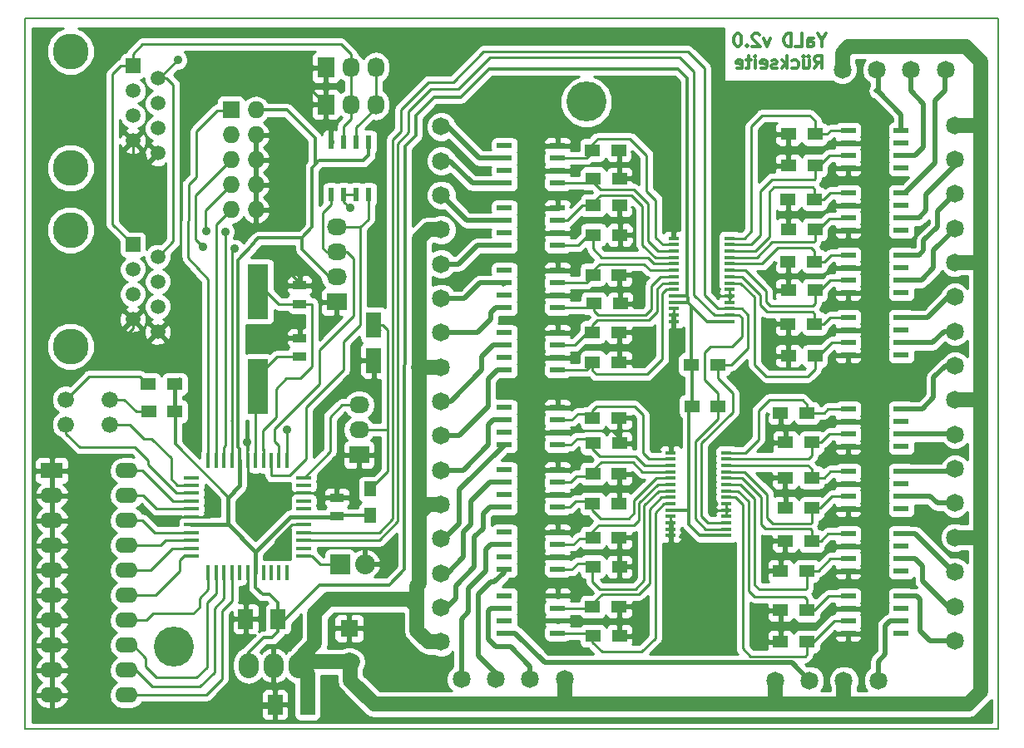
<source format=gbl>
G04 #@! TF.FileFunction,Copper,L2,Bot,Signal*
%FSLAX46Y46*%
G04 Gerber Fmt 4.6, Leading zero omitted, Abs format (unit mm)*
G04 Created by KiCad (PCBNEW 4.1.0-alpha+201608211231+7083~46~ubuntu14.04.1-product) date Fri Aug 26 11:20:39 2016*
%MOMM*%
%LPD*%
G01*
G04 APERTURE LIST*
%ADD10C,0.150000*%
%ADD11C,0.300000*%
%ADD12C,0.200000*%
%ADD13C,3.649980*%
%ADD14R,1.501140X1.501140*%
%ADD15C,1.501140*%
%ADD16R,2.032000X1.727200*%
%ADD17O,2.032000X1.727200*%
%ADD18C,4.064000*%
%ADD19R,1.397000X0.889000*%
%ADD20R,1.600200X2.600960*%
%ADD21R,1.524000X2.032000*%
%ADD22C,1.676400*%
%ADD23R,1.524000X0.406400*%
%ADD24R,0.406400X1.524000*%
%ADD25R,1.100000X0.400000*%
%ADD26R,1.727200X2.032000*%
%ADD27O,1.727200X2.032000*%
%ADD28R,1.500000X1.300000*%
%ADD29R,1.300000X1.500000*%
%ADD30R,2.286000X1.574800*%
%ADD31O,2.286000X1.574800*%
%ADD32R,0.599440X1.399540*%
%ADD33O,2.032000X2.540000*%
%ADD34R,1.550000X0.600000*%
%ADD35R,2.100580X5.600700*%
%ADD36R,1.727200X1.727200*%
%ADD37O,1.727200X1.727200*%
%ADD38R,2.032000X2.032000*%
%ADD39O,2.032000X2.032000*%
%ADD40C,1.824000*%
%ADD41R,1.800000X1.800000*%
%ADD42C,2.000000*%
%ADD43C,0.889000*%
%ADD44C,0.254000*%
%ADD45C,1.500000*%
%ADD46C,0.320000*%
%ADD47C,0.420000*%
%ADD48C,0.500000*%
G04 APERTURE END LIST*
D10*
D11*
X106448480Y-26339547D02*
X106448480Y-26958595D01*
X106881814Y-25658595D02*
X106448480Y-26339547D01*
X106015147Y-25658595D01*
X105024671Y-26958595D02*
X105024671Y-26277642D01*
X105086576Y-26153833D01*
X105210385Y-26091928D01*
X105458004Y-26091928D01*
X105581814Y-26153833D01*
X105024671Y-26896690D02*
X105148480Y-26958595D01*
X105458004Y-26958595D01*
X105581814Y-26896690D01*
X105643719Y-26772880D01*
X105643719Y-26649071D01*
X105581814Y-26525261D01*
X105458004Y-26463357D01*
X105148480Y-26463357D01*
X105024671Y-26401452D01*
X103786576Y-26958595D02*
X104405623Y-26958595D01*
X104405623Y-25658595D01*
X103353242Y-26958595D02*
X103353242Y-25658595D01*
X103043719Y-25658595D01*
X102858004Y-25720500D01*
X102734195Y-25844309D01*
X102672290Y-25968119D01*
X102610385Y-26215738D01*
X102610385Y-26401452D01*
X102672290Y-26649071D01*
X102734195Y-26772880D01*
X102858004Y-26896690D01*
X103043719Y-26958595D01*
X103353242Y-26958595D01*
X101186576Y-26091928D02*
X100877052Y-26958595D01*
X100567528Y-26091928D01*
X100134195Y-25782404D02*
X100072290Y-25720500D01*
X99948480Y-25658595D01*
X99638957Y-25658595D01*
X99515147Y-25720500D01*
X99453242Y-25782404D01*
X99391338Y-25906214D01*
X99391338Y-26030023D01*
X99453242Y-26215738D01*
X100196100Y-26958595D01*
X99391338Y-26958595D01*
X98834195Y-26834785D02*
X98772290Y-26896690D01*
X98834195Y-26958595D01*
X98896100Y-26896690D01*
X98834195Y-26834785D01*
X98834195Y-26958595D01*
X97967528Y-25658595D02*
X97843719Y-25658595D01*
X97719909Y-25720500D01*
X97658004Y-25782404D01*
X97596100Y-25906214D01*
X97534195Y-26153833D01*
X97534195Y-26463357D01*
X97596100Y-26710976D01*
X97658004Y-26834785D01*
X97719909Y-26896690D01*
X97843719Y-26958595D01*
X97967528Y-26958595D01*
X98091338Y-26896690D01*
X98153242Y-26834785D01*
X98215147Y-26710976D01*
X98277052Y-26463357D01*
X98277052Y-26153833D01*
X98215147Y-25906214D01*
X98153242Y-25782404D01*
X98091338Y-25720500D01*
X97967528Y-25658595D01*
X105736576Y-29208595D02*
X106169909Y-28589547D01*
X106479433Y-29208595D02*
X106479433Y-27908595D01*
X105984195Y-27908595D01*
X105860385Y-27970500D01*
X105798480Y-28032404D01*
X105736576Y-28156214D01*
X105736576Y-28341928D01*
X105798480Y-28465738D01*
X105860385Y-28527642D01*
X105984195Y-28589547D01*
X106479433Y-28589547D01*
X104622290Y-28341928D02*
X104622290Y-29208595D01*
X105179433Y-28341928D02*
X105179433Y-29022880D01*
X105117528Y-29146690D01*
X104993719Y-29208595D01*
X104808004Y-29208595D01*
X104684195Y-29146690D01*
X104622290Y-29084785D01*
X105117528Y-27908595D02*
X105055623Y-27970500D01*
X105117528Y-28032404D01*
X105179433Y-27970500D01*
X105117528Y-27908595D01*
X105117528Y-28032404D01*
X104622290Y-27908595D02*
X104560385Y-27970500D01*
X104622290Y-28032404D01*
X104684195Y-27970500D01*
X104622290Y-27908595D01*
X104622290Y-28032404D01*
X103446100Y-29146690D02*
X103569909Y-29208595D01*
X103817528Y-29208595D01*
X103941338Y-29146690D01*
X104003242Y-29084785D01*
X104065147Y-28960976D01*
X104065147Y-28589547D01*
X104003242Y-28465738D01*
X103941338Y-28403833D01*
X103817528Y-28341928D01*
X103569909Y-28341928D01*
X103446100Y-28403833D01*
X102888957Y-29208595D02*
X102888957Y-27908595D01*
X102765147Y-28713357D02*
X102393719Y-29208595D01*
X102393719Y-28341928D02*
X102888957Y-28837166D01*
X101898480Y-29146690D02*
X101774671Y-29208595D01*
X101527052Y-29208595D01*
X101403242Y-29146690D01*
X101341338Y-29022880D01*
X101341338Y-28960976D01*
X101403242Y-28837166D01*
X101527052Y-28775261D01*
X101712766Y-28775261D01*
X101836576Y-28713357D01*
X101898480Y-28589547D01*
X101898480Y-28527642D01*
X101836576Y-28403833D01*
X101712766Y-28341928D01*
X101527052Y-28341928D01*
X101403242Y-28403833D01*
X100288957Y-29146690D02*
X100412766Y-29208595D01*
X100660385Y-29208595D01*
X100784195Y-29146690D01*
X100846100Y-29022880D01*
X100846100Y-28527642D01*
X100784195Y-28403833D01*
X100660385Y-28341928D01*
X100412766Y-28341928D01*
X100288957Y-28403833D01*
X100227052Y-28527642D01*
X100227052Y-28651452D01*
X100846100Y-28775261D01*
X99669909Y-29208595D02*
X99669909Y-28341928D01*
X99669909Y-27908595D02*
X99731814Y-27970500D01*
X99669909Y-28032404D01*
X99608004Y-27970500D01*
X99669909Y-27908595D01*
X99669909Y-28032404D01*
X99236576Y-28341928D02*
X98741338Y-28341928D01*
X99050861Y-27908595D02*
X99050861Y-29022880D01*
X98988957Y-29146690D01*
X98865147Y-29208595D01*
X98741338Y-29208595D01*
X97812766Y-29146690D02*
X97936576Y-29208595D01*
X98184195Y-29208595D01*
X98308004Y-29146690D01*
X98369909Y-29022880D01*
X98369909Y-28527642D01*
X98308004Y-28403833D01*
X98184195Y-28341928D01*
X97936576Y-28341928D01*
X97812766Y-28403833D01*
X97750861Y-28527642D01*
X97750861Y-28651452D01*
X98369909Y-28775261D01*
D12*
X124460000Y-24130000D02*
X25400000Y-24130000D01*
X124460000Y-96520000D02*
X124460000Y-24130000D01*
X25400000Y-96520000D02*
X124460000Y-96520000D01*
X25400000Y-24130000D02*
X25400000Y-96520000D01*
D13*
X29982500Y-57525920D03*
X29982500Y-45656500D03*
D14*
X36332500Y-47142400D03*
D15*
X38872500Y-48412400D03*
X36332500Y-49682400D03*
X38872500Y-50952400D03*
X36332500Y-52222400D03*
X38872500Y-53492400D03*
X36332500Y-54762400D03*
X38872500Y-56032400D03*
D16*
X57075000Y-53000000D03*
D17*
X57075000Y-50460000D03*
X57075000Y-47920000D03*
X57075000Y-45380000D03*
D18*
X40500000Y-88100000D03*
X82500000Y-32600000D03*
D19*
X53310000Y-56672500D03*
X53310000Y-58577500D03*
X53310000Y-51292500D03*
X53310000Y-53197500D03*
D20*
X60860000Y-55349140D03*
X60860000Y-58950860D03*
D21*
X54121000Y-94030000D03*
X50819000Y-94030000D03*
D19*
X57100000Y-74852500D03*
X57100000Y-72947500D03*
D21*
X51111000Y-85290000D03*
X47809000Y-85290000D03*
D22*
X29521900Y-62931100D03*
X29521900Y-65471100D03*
X34021900Y-62931100D03*
X34021900Y-65471100D03*
D23*
X42305000Y-74880000D03*
X42305000Y-74079900D03*
X42305000Y-73279800D03*
X42305000Y-72479700D03*
X42305000Y-71679600D03*
X42305000Y-70879500D03*
X42305000Y-75680100D03*
X42305000Y-76480200D03*
X42305000Y-77280300D03*
X42305000Y-78080400D03*
X42305000Y-78880500D03*
X53735000Y-74880000D03*
X53735000Y-74079900D03*
X53735000Y-73279800D03*
X53735000Y-72479700D03*
X53735000Y-71679600D03*
X53735000Y-70879500D03*
X53735000Y-75680100D03*
X53735000Y-76480200D03*
X53735000Y-77280300D03*
X53735000Y-78080400D03*
X53735000Y-78880500D03*
D24*
X48020000Y-69165000D03*
X48020000Y-80595000D03*
X48820100Y-69165000D03*
X48820100Y-80595000D03*
X49620200Y-80595000D03*
X49620200Y-69165000D03*
X50420300Y-69165000D03*
X50420300Y-80595000D03*
X51220400Y-80595000D03*
X51220400Y-69165000D03*
X52020500Y-69165000D03*
X52020500Y-80595000D03*
X47219900Y-80595000D03*
X47219900Y-69165000D03*
X46419800Y-69165000D03*
X46419800Y-80595000D03*
X45619700Y-80595000D03*
X45619700Y-69165000D03*
X44819600Y-69165000D03*
X44819600Y-80595000D03*
X44019500Y-80595000D03*
X44019500Y-69165000D03*
D25*
X91070000Y-76795000D03*
X91070000Y-76145000D03*
X91070000Y-75495000D03*
X91070000Y-74845000D03*
X91070000Y-74195000D03*
X91070000Y-73545000D03*
X91070000Y-72895000D03*
X91070000Y-72245000D03*
X91070000Y-71595000D03*
X91070000Y-70945000D03*
X91070000Y-70295000D03*
X91070000Y-69645000D03*
X91070000Y-68995000D03*
X91070000Y-68345000D03*
X96770000Y-68345000D03*
X96770000Y-68995000D03*
X96770000Y-69645000D03*
X96770000Y-70295000D03*
X96770000Y-70945000D03*
X96770000Y-71595000D03*
X96770000Y-72245000D03*
X96770000Y-72895000D03*
X96770000Y-73545000D03*
X96770000Y-74195000D03*
X96770000Y-74845000D03*
X96770000Y-75495000D03*
X96770000Y-76145000D03*
X96770000Y-76795000D03*
X91390000Y-54965000D03*
X91390000Y-54315000D03*
X91390000Y-53665000D03*
X91390000Y-53015000D03*
X91390000Y-52365000D03*
X91390000Y-51715000D03*
X91390000Y-51065000D03*
X91390000Y-50415000D03*
X91390000Y-49765000D03*
X91390000Y-49115000D03*
X91390000Y-48465000D03*
X91390000Y-47815000D03*
X91390000Y-47165000D03*
X91390000Y-46515000D03*
X97090000Y-46515000D03*
X97090000Y-47165000D03*
X97090000Y-47815000D03*
X97090000Y-48465000D03*
X97090000Y-49115000D03*
X97090000Y-49765000D03*
X97090000Y-50415000D03*
X97090000Y-51065000D03*
X97090000Y-51715000D03*
X97090000Y-52365000D03*
X97090000Y-53015000D03*
X97090000Y-53665000D03*
X97090000Y-54315000D03*
X97090000Y-54965000D03*
D16*
X59360000Y-68550000D03*
D17*
X59360000Y-66010000D03*
X59360000Y-63470000D03*
D26*
X55990000Y-29130000D03*
D27*
X58530000Y-29130000D03*
X61070000Y-29130000D03*
D26*
X55990000Y-32880000D03*
D27*
X58530000Y-32880000D03*
X61070000Y-32880000D03*
D28*
X40601900Y-61381100D03*
X37901900Y-61381100D03*
X40631900Y-64151100D03*
X37931900Y-64151100D03*
D29*
X60480000Y-72060000D03*
X60480000Y-74760000D03*
D28*
X93220000Y-63620000D03*
X95920000Y-63620000D03*
X93170000Y-59370000D03*
X95870000Y-59370000D03*
X85860000Y-87010000D03*
X83160000Y-87010000D03*
X85840000Y-84030000D03*
X83140000Y-84030000D03*
X85860000Y-79960000D03*
X83160000Y-79960000D03*
X85850000Y-77000000D03*
X83150000Y-77000000D03*
X85810000Y-73550000D03*
X83110000Y-73550000D03*
X85850000Y-70500000D03*
X83150000Y-70500000D03*
X85880000Y-67400000D03*
X83180000Y-67400000D03*
X85840000Y-64810000D03*
X83140000Y-64810000D03*
X102250000Y-64300000D03*
X104950000Y-64300000D03*
X102750000Y-67300000D03*
X105450000Y-67300000D03*
X102720000Y-70890000D03*
X105420000Y-70890000D03*
X102750000Y-74000000D03*
X105450000Y-74000000D03*
X102720000Y-77340000D03*
X105420000Y-77340000D03*
X102250000Y-80400000D03*
X104950000Y-80400000D03*
X102250000Y-84400000D03*
X104950000Y-84400000D03*
X102250000Y-87600000D03*
X104950000Y-87600000D03*
X85840000Y-59130000D03*
X83140000Y-59130000D03*
X85830000Y-56080000D03*
X83130000Y-56080000D03*
X85950000Y-53150000D03*
X83250000Y-53150000D03*
X85850000Y-50220000D03*
X83150000Y-50220000D03*
X85910000Y-46160000D03*
X83210000Y-46160000D03*
X85890000Y-43150000D03*
X83190000Y-43150000D03*
X85870000Y-40420000D03*
X83170000Y-40420000D03*
X85820000Y-37520000D03*
X83120000Y-37520000D03*
X103050000Y-35900000D03*
X105750000Y-35900000D03*
X103050000Y-39100000D03*
X105750000Y-39100000D03*
X103020000Y-42520000D03*
X105720000Y-42520000D03*
X103050000Y-45600000D03*
X105750000Y-45600000D03*
X103020000Y-48870000D03*
X105720000Y-48870000D03*
X103050000Y-51800000D03*
X105750000Y-51800000D03*
X103020000Y-55220000D03*
X105720000Y-55220000D03*
X103050000Y-58500000D03*
X105750000Y-58500000D03*
D30*
X28090000Y-70170000D03*
D31*
X28090000Y-72710000D03*
X28090000Y-75250000D03*
X28090000Y-77790000D03*
X28090000Y-80330000D03*
X28090000Y-82870000D03*
X28090000Y-85410000D03*
X28090000Y-87950000D03*
X28090000Y-90490000D03*
X28090000Y-93030000D03*
X35710000Y-93030000D03*
X35710000Y-90490000D03*
X35710000Y-87950000D03*
X35710000Y-85410000D03*
X35710000Y-82870000D03*
X35710000Y-80330000D03*
X35710000Y-77790000D03*
X35710000Y-75250000D03*
X35710000Y-72710000D03*
X35710000Y-70170000D03*
D32*
X60325000Y-36703000D03*
X60325000Y-42037000D03*
X59055000Y-36703000D03*
X57785000Y-36703000D03*
X56515000Y-36703000D03*
X59055000Y-42037000D03*
X57785000Y-42037000D03*
X56515000Y-42037000D03*
D33*
X50670000Y-90030000D03*
X48130000Y-90030000D03*
X53210000Y-90030000D03*
D34*
X79560000Y-82925000D03*
X79560000Y-84195000D03*
X79560000Y-85465000D03*
X79560000Y-86735000D03*
X74160000Y-86735000D03*
X74160000Y-85465000D03*
X74160000Y-84195000D03*
X74160000Y-82925000D03*
X79550000Y-76445000D03*
X79550000Y-77715000D03*
X79550000Y-78985000D03*
X79550000Y-80255000D03*
X74150000Y-80255000D03*
X74150000Y-78985000D03*
X74150000Y-77715000D03*
X74150000Y-76445000D03*
X79550000Y-70095000D03*
X79550000Y-71365000D03*
X79550000Y-72635000D03*
X79550000Y-73905000D03*
X74150000Y-73905000D03*
X74150000Y-72635000D03*
X74150000Y-71365000D03*
X74150000Y-70095000D03*
X79550000Y-63745000D03*
X79550000Y-65015000D03*
X79550000Y-66285000D03*
X79550000Y-67555000D03*
X74150000Y-67555000D03*
X74150000Y-66285000D03*
X74150000Y-65015000D03*
X74150000Y-63745000D03*
X109140000Y-67715000D03*
X109140000Y-66445000D03*
X109140000Y-65175000D03*
X109140000Y-63905000D03*
X114540000Y-63905000D03*
X114540000Y-65175000D03*
X114540000Y-66445000D03*
X114540000Y-67715000D03*
X109140000Y-74065000D03*
X109140000Y-72795000D03*
X109140000Y-71525000D03*
X109140000Y-70255000D03*
X114540000Y-70255000D03*
X114540000Y-71525000D03*
X114540000Y-72795000D03*
X114540000Y-74065000D03*
X109140000Y-80415000D03*
X109140000Y-79145000D03*
X109140000Y-77875000D03*
X109140000Y-76605000D03*
X114540000Y-76605000D03*
X114540000Y-77875000D03*
X114540000Y-79145000D03*
X114540000Y-80415000D03*
X109140000Y-86765000D03*
X109140000Y-85495000D03*
X109140000Y-84225000D03*
X109140000Y-82955000D03*
X114540000Y-82955000D03*
X114540000Y-84225000D03*
X114540000Y-85495000D03*
X114540000Y-86765000D03*
X79550000Y-56125000D03*
X79550000Y-57395000D03*
X79550000Y-58665000D03*
X79550000Y-59935000D03*
X74150000Y-59935000D03*
X74150000Y-58665000D03*
X74150000Y-57395000D03*
X74150000Y-56125000D03*
X79550000Y-49775000D03*
X79550000Y-51045000D03*
X79550000Y-52315000D03*
X79550000Y-53585000D03*
X74150000Y-53585000D03*
X74150000Y-52315000D03*
X74150000Y-51045000D03*
X74150000Y-49775000D03*
X79550000Y-43425000D03*
X79550000Y-44695000D03*
X79550000Y-45965000D03*
X79550000Y-47235000D03*
X74150000Y-47235000D03*
X74150000Y-45965000D03*
X74150000Y-44695000D03*
X74150000Y-43425000D03*
X79550000Y-37075000D03*
X79550000Y-38345000D03*
X79550000Y-39615000D03*
X79550000Y-40885000D03*
X74150000Y-40885000D03*
X74150000Y-39615000D03*
X74150000Y-38345000D03*
X74150000Y-37075000D03*
X109140000Y-39345000D03*
X109140000Y-38075000D03*
X109140000Y-36805000D03*
X109140000Y-35535000D03*
X114540000Y-35535000D03*
X114540000Y-36805000D03*
X114540000Y-38075000D03*
X114540000Y-39345000D03*
X109140000Y-45695000D03*
X109140000Y-44425000D03*
X109140000Y-43155000D03*
X109140000Y-41885000D03*
X114540000Y-41885000D03*
X114540000Y-43155000D03*
X114540000Y-44425000D03*
X114540000Y-45695000D03*
X109140000Y-52045000D03*
X109140000Y-50775000D03*
X109140000Y-49505000D03*
X109140000Y-48235000D03*
X114540000Y-48235000D03*
X114540000Y-49505000D03*
X114540000Y-50775000D03*
X114540000Y-52045000D03*
X109140000Y-58395000D03*
X109140000Y-57125000D03*
X109140000Y-55855000D03*
X109140000Y-54585000D03*
X114540000Y-54585000D03*
X114540000Y-55855000D03*
X114540000Y-57125000D03*
X114540000Y-58395000D03*
D35*
X49075000Y-61623860D03*
X49075000Y-51926140D03*
D13*
X30000000Y-39338520D03*
X30000000Y-27469100D03*
D14*
X36350000Y-28955000D03*
D15*
X38890000Y-30225000D03*
X36350000Y-31495000D03*
X38890000Y-32765000D03*
X36350000Y-34035000D03*
X38890000Y-35305000D03*
X36350000Y-36575000D03*
X38890000Y-37845000D03*
D36*
X46320000Y-33440000D03*
D37*
X48860000Y-33440000D03*
X46320000Y-35980000D03*
X48860000Y-35980000D03*
X46320000Y-38520000D03*
X48860000Y-38520000D03*
X46320000Y-41060000D03*
X48860000Y-41060000D03*
X46320000Y-43600000D03*
X48860000Y-43600000D03*
D38*
X57410000Y-79720000D03*
D39*
X59950000Y-79720000D03*
D40*
X67714000Y-87627000D03*
X67714000Y-84127000D03*
X67714000Y-80627000D03*
X67714000Y-77127000D03*
X67717000Y-45627000D03*
X67717000Y-42127000D03*
X67717000Y-38627000D03*
X67717000Y-35127000D03*
X67714000Y-59627000D03*
X67714000Y-56127000D03*
X67714000Y-52627000D03*
X67714000Y-49127000D03*
X67714000Y-73627000D03*
X67714000Y-70127000D03*
X67714000Y-66627000D03*
X67714000Y-63127000D03*
X101712000Y-91567000D03*
X105212000Y-91567000D03*
X108712000Y-91567000D03*
X112212000Y-91567000D03*
X120016000Y-49000000D03*
X120016000Y-52500000D03*
X120016000Y-56000000D03*
X120016000Y-59500000D03*
X120016000Y-35000000D03*
X120016000Y-38500000D03*
X120016000Y-42000000D03*
X120016000Y-45500000D03*
X108555100Y-29324300D03*
X112055100Y-29324300D03*
X115555100Y-29324300D03*
X119055100Y-29324300D03*
X120016000Y-77000000D03*
X120016000Y-80500000D03*
X120016000Y-84000000D03*
X120016000Y-87500000D03*
X120016000Y-63000000D03*
X120016000Y-66500000D03*
X120016000Y-70000000D03*
X120016000Y-73500000D03*
X80279000Y-91440000D03*
X76779000Y-91440000D03*
X73279000Y-91440000D03*
X69779000Y-91440000D03*
D41*
X58343800Y-86238200D03*
D42*
X58343800Y-89738200D03*
D43*
X42631700Y-31572200D03*
X44536700Y-29730700D03*
X47495800Y-29781500D03*
X51013700Y-29730700D03*
X27848900Y-30556200D03*
X32116100Y-30632400D03*
X32116100Y-33566100D03*
X28115600Y-33413700D03*
X28115600Y-36118800D03*
X32230400Y-36042600D03*
X32801900Y-42595800D03*
X28572800Y-52654200D03*
X28649000Y-49568100D03*
X32763800Y-49453800D03*
X32725700Y-51968400D03*
X32954300Y-54902100D03*
X35888000Y-40805100D03*
X36078500Y-43091100D03*
X36307100Y-44881800D03*
X38783600Y-45186600D03*
X38707400Y-43319700D03*
X38745500Y-41071800D03*
X38897900Y-58445400D03*
X35430800Y-58331100D03*
X35468900Y-56578500D03*
X65796500Y-90538300D03*
X63383500Y-90551000D03*
X61262600Y-90589100D03*
X61262600Y-88328500D03*
X63358100Y-88341200D03*
X63370800Y-86436200D03*
X61326100Y-86436200D03*
X96901000Y-44450000D03*
X96901000Y-41402000D03*
X96901000Y-37592000D03*
X96774000Y-33401000D03*
X111506000Y-34036000D03*
X111633000Y-40513000D03*
X111760000Y-47117000D03*
X111633000Y-53467000D03*
X98806000Y-61722000D03*
X111633000Y-61722000D03*
X111760000Y-68961000D03*
X111760000Y-75311000D03*
X111760000Y-81788000D03*
X109093000Y-88900000D03*
X76835000Y-42291000D03*
X76962000Y-81788000D03*
X76835000Y-75184000D03*
X76835000Y-68961000D03*
X90424000Y-61976000D03*
X76708000Y-61722000D03*
X76835000Y-54991000D03*
X76835000Y-48514000D03*
X76454000Y-32004000D03*
X73406000Y-32004000D03*
X74422000Y-34544000D03*
X78105000Y-34544000D03*
X91313000Y-82931000D03*
X96012000Y-82804000D03*
X95885000Y-78867000D03*
X91440000Y-78867000D03*
X62040000Y-79330000D03*
X51280000Y-43560000D03*
X52950000Y-30980000D03*
X30660000Y-93090000D03*
X30650000Y-70090000D03*
X47980000Y-67250000D03*
X39540000Y-75240000D03*
X37570000Y-39360000D03*
X36340000Y-38530000D03*
X47670000Y-94320000D03*
X48690000Y-74350000D03*
X60900000Y-61610000D03*
X57200000Y-70980000D03*
X50840000Y-78460000D03*
X51080000Y-35920000D03*
X51210000Y-38530000D03*
X51130000Y-40970000D03*
X30580000Y-72720000D03*
X30530000Y-75230000D03*
X30510000Y-77750000D03*
X30530000Y-80370000D03*
X30430000Y-82850000D03*
X30430000Y-85390000D03*
X30430000Y-87880000D03*
X30530000Y-90500000D03*
X44650000Y-74300000D03*
X51050000Y-56645000D03*
X51840000Y-49555000D03*
X52025000Y-66000000D03*
X58425000Y-43425000D03*
X46675000Y-47575000D03*
X43490000Y-47370000D03*
X43780000Y-45760000D03*
X45730000Y-45850000D03*
X40900000Y-28350000D03*
D44*
X42695200Y-31572200D02*
X42631700Y-31572200D01*
X44536700Y-29730700D02*
X42695200Y-31572200D01*
X50962900Y-29781500D02*
X47495800Y-29781500D01*
X51013700Y-29730700D02*
X50962900Y-29781500D01*
X32116100Y-30632400D02*
X27848900Y-30556200D01*
X28229900Y-33299400D02*
X32116100Y-33566100D01*
X28115600Y-33413700D02*
X28229900Y-33299400D01*
X32116100Y-36156900D02*
X28115600Y-36118800D01*
X32230400Y-36042600D02*
X32116100Y-36156900D01*
X32801900Y-47510700D02*
X32801900Y-42595800D01*
X30744500Y-49568100D02*
X32801900Y-47510700D01*
X30744500Y-52654200D02*
X30744500Y-49568100D01*
X30020600Y-53378100D02*
X30744500Y-52654200D01*
X29296700Y-53378100D02*
X30020600Y-53378100D01*
X28572800Y-52654200D02*
X29296700Y-53378100D01*
X32649500Y-49568100D02*
X28649000Y-49568100D01*
X32763800Y-49453800D02*
X32649500Y-49568100D01*
X32725700Y-54673500D02*
X32725700Y-51968400D01*
X32954300Y-54902100D02*
X32725700Y-54673500D01*
X35888000Y-42900600D02*
X35888000Y-40805100D01*
X36078500Y-43091100D02*
X35888000Y-42900600D01*
X38478800Y-44881800D02*
X36307100Y-44881800D01*
X38783600Y-45186600D02*
X38478800Y-44881800D01*
X38707400Y-41109900D02*
X38707400Y-43319700D01*
X38745500Y-41071800D02*
X38707400Y-41109900D01*
X36332500Y-54762400D02*
X36332500Y-55714900D01*
X35545100Y-58445400D02*
X38897900Y-58445400D01*
X35430800Y-58331100D02*
X35545100Y-58445400D01*
X36332500Y-55714900D02*
X35468900Y-56578500D01*
X58343800Y-86238200D02*
X61128100Y-86238200D01*
X63396200Y-90538300D02*
X65796500Y-90538300D01*
X63383500Y-90551000D02*
X63396200Y-90538300D01*
X61262600Y-88328500D02*
X61262600Y-90589100D01*
X63358100Y-86448900D02*
X63358100Y-88341200D01*
X63370800Y-86436200D02*
X63358100Y-86448900D01*
X61128100Y-86238200D02*
X61326100Y-86436200D01*
X109140000Y-86765000D02*
X109140000Y-88853000D01*
X96901000Y-44450000D02*
X96774000Y-44450000D01*
X96901000Y-37592000D02*
X96901000Y-41402000D01*
X97790000Y-32385000D02*
X96774000Y-33401000D01*
X105918000Y-32385000D02*
X97790000Y-32385000D01*
X107315000Y-33782000D02*
X105918000Y-32385000D01*
X111252000Y-33782000D02*
X107315000Y-33782000D01*
X111506000Y-34036000D02*
X111252000Y-33782000D01*
X111633000Y-46990000D02*
X111633000Y-40513000D01*
X111760000Y-47117000D02*
X111633000Y-46990000D01*
X111633000Y-59944000D02*
X111633000Y-53467000D01*
X109982000Y-61595000D02*
X111633000Y-59944000D01*
X98933000Y-61595000D02*
X109982000Y-61595000D01*
X98806000Y-61722000D02*
X98933000Y-61595000D01*
X111633000Y-68834000D02*
X111633000Y-61722000D01*
X111760000Y-68961000D02*
X111633000Y-68834000D01*
X111760000Y-81788000D02*
X111760000Y-75311000D01*
X109140000Y-88853000D02*
X109093000Y-88900000D01*
X77969000Y-43425000D02*
X76835000Y-42291000D01*
X79550000Y-43425000D02*
X77969000Y-43425000D01*
X76962000Y-81788000D02*
X77089000Y-81788000D01*
X76835000Y-68961000D02*
X76835000Y-75184000D01*
X76962000Y-61976000D02*
X90424000Y-61976000D01*
X76708000Y-61722000D02*
X76962000Y-61976000D01*
X76835000Y-48514000D02*
X76835000Y-54991000D01*
X79550000Y-37075000D02*
X79550000Y-35989000D01*
X76454000Y-32004000D02*
X76454000Y-31877000D01*
X73406000Y-33528000D02*
X73406000Y-32004000D01*
X74422000Y-34544000D02*
X73406000Y-33528000D01*
X79550000Y-35989000D02*
X78105000Y-34544000D01*
X91070000Y-76795000D02*
X91070000Y-78497000D01*
X96012000Y-78994000D02*
X96012000Y-82804000D01*
X95885000Y-78867000D02*
X96012000Y-78994000D01*
X91070000Y-78497000D02*
X91440000Y-78867000D01*
X59950000Y-79720000D02*
X61650000Y-79720000D01*
X61650000Y-79720000D02*
X62040000Y-79330000D01*
X48860000Y-43600000D02*
X48900000Y-43560000D01*
X48900000Y-43560000D02*
X51280000Y-43560000D01*
X52940000Y-30990000D02*
X52950000Y-30980000D01*
X55990000Y-32880000D02*
X54090000Y-30980000D01*
X52940000Y-30990000D02*
X52920000Y-31010000D01*
X54090000Y-30980000D02*
X52950000Y-30980000D01*
X28090000Y-93030000D02*
X28150000Y-93090000D01*
X28150000Y-93090000D02*
X30660000Y-93090000D01*
X28090000Y-70170000D02*
X28170000Y-70090000D01*
X28170000Y-70090000D02*
X30650000Y-70090000D01*
X48020000Y-69165000D02*
X47970000Y-69115000D01*
X47970000Y-69115000D02*
X47970000Y-67260000D01*
X47970000Y-67260000D02*
X47980000Y-67250000D01*
X42305000Y-74880000D02*
X42295000Y-74870000D01*
X42295000Y-74870000D02*
X39910000Y-74870000D01*
X39910000Y-74870000D02*
X39540000Y-75240000D01*
X38890000Y-37845000D02*
X37570000Y-39165000D01*
X37570000Y-39165000D02*
X37570000Y-39360000D01*
X36350000Y-36575000D02*
X36340000Y-36585000D01*
X36340000Y-36585000D02*
X36340000Y-38530000D01*
X50819000Y-94030000D02*
X50529000Y-94320000D01*
X50529000Y-94320000D02*
X47670000Y-94320000D01*
X49369700Y-72479700D02*
X48690000Y-73159400D01*
X48690000Y-73159400D02*
X48690000Y-74350000D01*
X60860000Y-58950860D02*
X60900000Y-58990860D01*
X60900000Y-58990860D02*
X60900000Y-61610000D01*
X57100000Y-72947500D02*
X57200000Y-72847500D01*
X57200000Y-72847500D02*
X57200000Y-70980000D01*
X52510000Y-75660000D02*
X50845000Y-77325000D01*
X52550000Y-75660000D02*
X52510000Y-75660000D01*
X52550000Y-75640000D02*
X52550000Y-75660000D01*
X53694900Y-75640000D02*
X52550000Y-75640000D01*
X50840000Y-77330000D02*
X50840000Y-78460000D01*
X50845000Y-77325000D02*
X50840000Y-77330000D01*
X53735000Y-75680100D02*
X53694900Y-75640000D01*
X91390000Y-45190000D02*
X91420000Y-45160000D01*
X91070000Y-66550000D02*
X91090000Y-66530000D01*
X49369700Y-72479700D02*
X53735000Y-72479700D01*
X57100000Y-72947500D02*
X55927500Y-72947500D01*
X55927500Y-72947500D02*
X55459700Y-72479700D01*
X55459700Y-72479700D02*
X53735000Y-72479700D01*
X48020000Y-80595000D02*
X48020000Y-81920000D01*
X48020000Y-81920000D02*
X47820000Y-82120000D01*
X91390000Y-54315000D02*
X91390000Y-54965000D01*
X91390000Y-53665000D02*
X91390000Y-54315000D01*
X97090000Y-52365000D02*
X97090000Y-51715000D01*
X91070000Y-76145000D02*
X91070000Y-76795000D01*
X91070000Y-75495000D02*
X91070000Y-76145000D01*
X91070000Y-74845000D02*
X91070000Y-75495000D01*
X96770000Y-74195000D02*
X96770000Y-74845000D01*
X96770000Y-73545000D02*
X96770000Y-74195000D01*
X95305000Y-74195000D02*
X95300000Y-74200000D01*
X96770000Y-74195000D02*
X95305000Y-74195000D01*
X96165000Y-52365000D02*
X95700000Y-51900000D01*
X97090000Y-52365000D02*
X96165000Y-52365000D01*
X97090000Y-53015000D02*
X97090000Y-52365000D01*
X48020000Y-71130000D02*
X49369700Y-72479700D01*
X51020000Y-35980000D02*
X51080000Y-35920000D01*
X48860000Y-35980000D02*
X51020000Y-35980000D01*
X51040000Y-41060000D02*
X51130000Y-40970000D01*
X48860000Y-41060000D02*
X51040000Y-41060000D01*
X30510000Y-75250000D02*
X30530000Y-75230000D01*
X28090000Y-75250000D02*
X30510000Y-75250000D01*
X30470000Y-77790000D02*
X30510000Y-77750000D01*
X28090000Y-77790000D02*
X30470000Y-77790000D01*
X30490000Y-80330000D02*
X30530000Y-80370000D01*
X28090000Y-80330000D02*
X30490000Y-80330000D01*
X30410000Y-82870000D02*
X30430000Y-82850000D01*
X28090000Y-82870000D02*
X30410000Y-82870000D01*
X30410000Y-85410000D02*
X30430000Y-85390000D01*
X28090000Y-85410000D02*
X30410000Y-85410000D01*
X30360000Y-87950000D02*
X30430000Y-87880000D01*
X28090000Y-87950000D02*
X30360000Y-87950000D01*
X30550000Y-90490000D02*
X30540000Y-90500000D01*
X30540000Y-90500000D02*
X30530000Y-90500000D01*
X28090000Y-90490000D02*
X30550000Y-90490000D01*
X91390000Y-46515000D02*
X91390000Y-45190000D01*
X85910000Y-44800000D02*
X85790000Y-44680000D01*
X85910000Y-46160000D02*
X85910000Y-44800000D01*
X91070000Y-68345000D02*
X91070000Y-66550000D01*
X79725000Y-66110000D02*
X79550000Y-66285000D01*
X85110000Y-66110000D02*
X79725000Y-66110000D01*
X85880000Y-66880000D02*
X85110000Y-66110000D01*
X85880000Y-67400000D02*
X85880000Y-66880000D01*
X39900000Y-74880000D02*
X39540000Y-75240000D01*
X42305000Y-74880000D02*
X39900000Y-74880000D01*
X44070000Y-74880000D02*
X44650000Y-74300000D01*
X44080000Y-74870000D02*
X44650000Y-74300000D01*
X44080000Y-74870000D02*
X42315000Y-74870000D01*
X42305000Y-74880000D02*
X44070000Y-74880000D01*
X48020000Y-71130000D02*
X49369700Y-72479700D01*
X48020000Y-69165000D02*
X48020000Y-71130000D01*
X53310000Y-51025000D02*
X53310000Y-51292500D01*
X51077500Y-56672500D02*
X51050000Y-56645000D01*
X51840000Y-49555000D02*
X53310000Y-51025000D01*
X53310000Y-56672500D02*
X51077500Y-56672500D01*
X48820100Y-61878760D02*
X48820100Y-66199900D01*
X48820100Y-66199900D02*
X48820100Y-69165000D01*
X48820100Y-61878760D02*
X49075000Y-61623860D01*
X48430000Y-61673860D02*
X48430000Y-61125000D01*
X48430000Y-61125000D02*
X50977500Y-58577500D01*
X50977500Y-58577500D02*
X53310000Y-58577500D01*
X54562500Y-53197500D02*
X54562500Y-59587500D01*
X53310000Y-53197500D02*
X54562500Y-53197500D01*
X49575000Y-68125000D02*
X49620200Y-68125000D01*
X49575000Y-66125000D02*
X49575000Y-68125000D01*
X50950000Y-64750000D02*
X49575000Y-66125000D01*
X50950000Y-61825000D02*
X50950000Y-64750000D01*
X51975000Y-60800000D02*
X50950000Y-61825000D01*
X53350000Y-60800000D02*
X51975000Y-60800000D01*
X54562500Y-59587500D02*
X53350000Y-60800000D01*
X49620200Y-69165000D02*
X49620200Y-68125000D01*
X49620200Y-68125000D02*
X49620200Y-67959800D01*
X48430000Y-51976140D02*
X49951140Y-51976140D01*
X51172500Y-53197500D02*
X53310000Y-53197500D01*
X49951140Y-51976140D02*
X51172500Y-53197500D01*
X62260000Y-55840000D02*
X62260000Y-66010000D01*
X62260000Y-66010000D02*
X62260000Y-70280000D01*
X59360000Y-66010000D02*
X62260000Y-66010000D01*
X60860000Y-55349140D02*
X61769140Y-55349140D01*
X61769140Y-55349140D02*
X62260000Y-55840000D01*
X60500860Y-55879140D02*
X61540000Y-55879140D01*
X62260000Y-70280000D02*
X60480000Y-72060000D01*
X59360000Y-66010000D02*
X58604500Y-66010000D01*
D45*
X66384800Y-45627000D02*
X67717000Y-45627000D01*
X65466300Y-46545500D02*
X66384800Y-45627000D01*
X65466300Y-54292500D02*
X65466300Y-46545500D01*
X122680000Y-29895800D02*
X122680000Y-28511700D01*
X108555100Y-27624800D02*
X108555100Y-29324300D01*
X109217800Y-26962100D02*
X108555100Y-27624800D01*
X121130400Y-26962100D02*
X109217800Y-26962100D01*
X122680000Y-28511700D02*
X121130400Y-26962100D01*
X65491700Y-59627000D02*
X65491700Y-54317900D01*
X65491700Y-54317900D02*
X65466300Y-54292500D01*
X67714000Y-59627000D02*
X65491700Y-59627000D01*
X65491700Y-59627000D02*
X65404691Y-59627000D01*
X65404590Y-59626899D02*
X65532000Y-59626899D01*
X65404691Y-59627000D02*
X65404590Y-59626899D01*
X67714000Y-73627000D02*
X66454000Y-73627000D01*
X66454000Y-73627000D02*
X65532000Y-74549000D01*
X65278000Y-84455000D02*
X65278000Y-81915000D01*
X65532000Y-81661000D02*
X65532000Y-74549000D01*
X65532000Y-74549000D02*
X65532000Y-59626899D01*
X65278000Y-81915000D02*
X65532000Y-81661000D01*
X120016000Y-77000000D02*
X122680000Y-77000000D01*
X120016000Y-63000000D02*
X122680000Y-63000000D01*
X120016000Y-49000000D02*
X122680000Y-49000000D01*
X120016000Y-35000000D02*
X122680000Y-35000000D01*
X122680000Y-37990000D02*
X122680000Y-35000000D01*
X122680000Y-35000000D02*
X122680000Y-29895800D01*
X122680000Y-29895800D02*
X122680000Y-29843000D01*
X108712000Y-93990000D02*
X121360000Y-93990000D01*
X122680000Y-68690000D02*
X122680000Y-63000000D01*
X122680000Y-63000000D02*
X122680000Y-58560000D01*
X122680000Y-92670000D02*
X122680000Y-89040000D01*
X122680000Y-89040000D02*
X122680000Y-78870000D01*
X122680000Y-78870000D02*
X122680000Y-77000000D01*
X122680000Y-77000000D02*
X122680000Y-68690000D01*
X122680000Y-58560000D02*
X122680000Y-49000000D01*
X122680000Y-49000000D02*
X122680000Y-48390000D01*
X122680000Y-48390000D02*
X122680000Y-37990000D01*
X121360000Y-93990000D02*
X122680000Y-92670000D01*
X108712000Y-91567000D02*
X108712000Y-93990000D01*
X101712000Y-91567000D02*
X101712000Y-93990000D01*
X80279000Y-91440000D02*
X80279000Y-93990000D01*
X54860000Y-84810000D02*
X54860000Y-84713000D01*
X53210000Y-89440000D02*
X54860000Y-87790000D01*
X54860000Y-87790000D02*
X54860000Y-84960000D01*
X54860000Y-84960000D02*
X54860000Y-84810000D01*
X66418000Y-87627000D02*
X67714000Y-87627000D01*
X65278000Y-86487000D02*
X66418000Y-87627000D01*
X65278000Y-84074000D02*
X65278000Y-84455000D01*
X65278000Y-84455000D02*
X65278000Y-86487000D01*
X64516000Y-83312000D02*
X65278000Y-84074000D01*
X56261000Y-83312000D02*
X64516000Y-83312000D01*
X54860000Y-84713000D02*
X56261000Y-83312000D01*
X53210000Y-90030000D02*
X53210000Y-89490000D01*
X54121000Y-94030000D02*
X54121000Y-90941000D01*
X54121000Y-90941000D02*
X53210000Y-90030000D01*
X58720000Y-89660000D02*
X53580000Y-89660000D01*
X53580000Y-89660000D02*
X53210000Y-90030000D01*
X53210000Y-90030000D02*
X53210000Y-89440000D01*
X58470000Y-91540000D02*
X60920000Y-93990000D01*
X60920000Y-93990000D02*
X80279000Y-93990000D01*
X80279000Y-93990000D02*
X101712000Y-93990000D01*
X101712000Y-93990000D02*
X108712000Y-93990000D01*
X58470000Y-89700000D02*
X58470000Y-91540000D01*
D46*
X40670000Y-64189200D02*
X40670000Y-67480000D01*
D44*
X46020000Y-72830000D02*
X40670000Y-67480000D01*
X46020000Y-72830000D02*
X46020000Y-72920000D01*
D46*
X40670000Y-64189200D02*
X40631900Y-64151100D01*
X64011140Y-38858860D02*
X64011140Y-37142160D01*
X64011137Y-38862624D02*
X63978157Y-80241843D01*
X64011140Y-38858860D02*
X64011137Y-38862624D01*
X63978157Y-80241843D02*
X62410000Y-81810000D01*
X62410000Y-81810000D02*
X55370000Y-81810000D01*
X55370000Y-81810000D02*
X51890000Y-85290000D01*
X51111000Y-85290000D02*
X51890000Y-85290000D01*
X92745000Y-30165000D02*
X92745000Y-52435000D01*
X92745000Y-30165000D02*
X91810000Y-29230000D01*
X72609100Y-29230000D02*
X91810000Y-29230000D01*
X69720800Y-32118300D02*
X72609100Y-29230000D01*
X66977600Y-32118300D02*
X69720800Y-32118300D01*
X65110700Y-33985200D02*
X66977600Y-32118300D01*
X65110700Y-36042600D02*
X65110700Y-33985200D01*
X64011140Y-37142160D02*
X65110700Y-36042600D01*
X57075000Y-50460000D02*
X56385000Y-50460000D01*
X56385000Y-50460000D02*
X53575000Y-47650000D01*
X53575000Y-47650000D02*
X53575000Y-46475000D01*
X53270000Y-34670000D02*
X54890000Y-36290000D01*
X52050000Y-33450000D02*
X53270000Y-34670000D01*
X52050000Y-33430000D02*
X52050000Y-33450000D01*
X48870000Y-33430000D02*
X52050000Y-33430000D01*
X54890000Y-36290000D02*
X54890000Y-38990000D01*
X48860000Y-33440000D02*
X48870000Y-33430000D01*
X60280000Y-38090000D02*
X60325000Y-38045000D01*
X60325000Y-38045000D02*
X60325000Y-36703000D01*
X55190000Y-38690000D02*
X55300000Y-38580000D01*
X55300000Y-38580000D02*
X59790000Y-38580000D01*
X59790000Y-38580000D02*
X60280000Y-38090000D01*
X54890000Y-38990000D02*
X55190000Y-38690000D01*
X54570000Y-45370000D02*
X54570000Y-39310000D01*
X53575000Y-46475000D02*
X54570000Y-45370000D01*
X49600000Y-46475000D02*
X53575000Y-46475000D01*
X47050000Y-48725000D02*
X47130000Y-48645000D01*
X47070000Y-67790000D02*
X47070000Y-66650000D01*
X47070000Y-66650000D02*
X47050000Y-48725000D01*
X47220000Y-69164900D02*
X47220000Y-67940000D01*
X47220000Y-67940000D02*
X47070000Y-67790000D01*
X49100000Y-46475000D02*
X49225000Y-46475000D01*
X48375000Y-47275000D02*
X49100000Y-46475000D01*
X47130000Y-48645000D02*
X48375000Y-47275000D01*
X49225000Y-46475000D02*
X49600000Y-46475000D01*
X54570000Y-39310000D02*
X54890000Y-38990000D01*
X60280000Y-38090000D02*
X60290000Y-38080000D01*
X47219900Y-69165000D02*
X47220000Y-69164900D01*
D47*
X46020000Y-75680100D02*
X46020000Y-72920000D01*
X46020000Y-75680100D02*
X46060300Y-75680100D01*
X46060300Y-75680100D02*
X48820100Y-78439900D01*
X48820100Y-78439900D02*
X52380000Y-74880000D01*
X46020000Y-72920000D02*
X47219900Y-71720100D01*
X47219900Y-71720100D02*
X47219900Y-69165000D01*
D46*
X41111900Y-60871100D02*
X40601900Y-61381100D01*
X51111000Y-85290000D02*
X51670000Y-85290000D01*
X60480000Y-74760000D02*
X57192500Y-74760000D01*
X57192500Y-74760000D02*
X57100000Y-74852500D01*
X51111000Y-85290000D02*
X51111000Y-83631000D01*
X48820100Y-82060100D02*
X48820100Y-80595000D01*
X49540000Y-82780000D02*
X48820100Y-82060100D01*
X50260000Y-82780000D02*
X49540000Y-82780000D01*
X51111000Y-83631000D02*
X50260000Y-82780000D01*
X48130000Y-90030000D02*
X48130000Y-88690000D01*
X51111000Y-86609000D02*
X51111000Y-85290000D01*
X50540000Y-87180000D02*
X51111000Y-86609000D01*
X49640000Y-87180000D02*
X50540000Y-87180000D01*
X48130000Y-88690000D02*
X49640000Y-87180000D01*
D47*
X53735000Y-74880000D02*
X57072500Y-74880000D01*
X57072500Y-74880000D02*
X57100000Y-74852500D01*
X40631900Y-64151100D02*
X40631900Y-61411100D01*
X40631900Y-61411100D02*
X40601900Y-61381100D01*
X42305000Y-75680100D02*
X46020000Y-75680100D01*
X48820100Y-80595000D02*
X48820100Y-78439900D01*
X52380000Y-74880000D02*
X53735000Y-74880000D01*
D44*
X53762500Y-74852500D02*
X53735000Y-74880000D01*
D46*
X92940000Y-63900000D02*
X93220000Y-63620000D01*
X94045000Y-76795000D02*
X92940000Y-75690000D01*
X92940000Y-74400000D02*
X92940000Y-63900000D01*
X92940000Y-75690000D02*
X92940000Y-74400000D01*
X96770000Y-76795000D02*
X94045000Y-76795000D01*
X92735000Y-74195000D02*
X92940000Y-74400000D01*
X91070000Y-74195000D02*
X92735000Y-74195000D01*
X93220000Y-59420000D02*
X93170000Y-59370000D01*
X93220000Y-63620000D02*
X93220000Y-62000000D01*
X93220000Y-62000000D02*
X93220000Y-59420000D01*
X93170000Y-53370000D02*
X92815000Y-53015000D01*
X92815000Y-53015000D02*
X91390000Y-53015000D01*
X93170000Y-59370000D02*
X93170000Y-53370000D01*
X92675000Y-52365000D02*
X92745000Y-52435000D01*
X91390000Y-52365000D02*
X92675000Y-52365000D01*
X92745000Y-52435000D02*
X92770000Y-52460000D01*
X92770000Y-52460000D02*
X92815000Y-52505000D01*
X92815000Y-52505000D02*
X92815000Y-53015000D01*
X94765000Y-54965000D02*
X93170000Y-53370000D01*
X97090000Y-54965000D02*
X94765000Y-54965000D01*
D44*
X37011900Y-60581100D02*
X31871900Y-60581100D01*
X31871900Y-60581100D02*
X29521900Y-62931100D01*
X37811900Y-61381100D02*
X37011900Y-60581100D01*
X37901900Y-61381100D02*
X37811900Y-61381100D01*
X37411900Y-60891100D02*
X37901900Y-61381100D01*
X37411900Y-60891100D02*
X37901900Y-61381100D01*
X42305000Y-72479700D02*
X40778300Y-72479700D01*
X29521900Y-66404900D02*
X29521900Y-65471100D01*
X30935000Y-67818000D02*
X29521900Y-66404900D01*
X36535700Y-67818000D02*
X30935000Y-67818000D01*
X37869200Y-69151500D02*
X36535700Y-67818000D01*
X37869200Y-69570600D02*
X37869200Y-69151500D01*
X40778300Y-72479700D02*
X37869200Y-69570600D01*
X29521900Y-65471100D02*
X29997800Y-65471100D01*
X35461900Y-62931100D02*
X36681900Y-64151100D01*
X36681900Y-64151100D02*
X37931900Y-64151100D01*
X34021900Y-62931100D02*
X35461900Y-62931100D01*
X34021900Y-65471100D02*
X36017600Y-65471100D01*
X40892600Y-71679600D02*
X42305000Y-71679600D01*
X40231400Y-71018400D02*
X40892600Y-71679600D01*
X40231400Y-68922900D02*
X40231400Y-71018400D01*
X38250200Y-66941700D02*
X40231400Y-68922900D01*
X37488200Y-66941700D02*
X38250200Y-66941700D01*
X36017600Y-65471100D02*
X37488200Y-66941700D01*
X34021900Y-65531100D02*
X34021900Y-65471100D01*
X53735000Y-70879500D02*
X53770500Y-70879500D01*
X53770500Y-70879500D02*
X56400000Y-68250000D01*
X57655000Y-63470000D02*
X59360000Y-63470000D01*
X56400000Y-64725000D02*
X57655000Y-63470000D01*
X56400000Y-68250000D02*
X56400000Y-64725000D01*
X53735000Y-70879500D02*
X53970500Y-70879500D01*
X62810000Y-38100000D02*
X62810000Y-36438300D01*
X63662900Y-33375600D02*
X66444200Y-30594300D01*
X63662900Y-35585400D02*
X63662900Y-33375600D01*
X62810000Y-36438300D02*
X63662900Y-35585400D01*
X62810000Y-75060000D02*
X62810000Y-38100000D01*
X62810000Y-38100000D02*
X62810000Y-37970000D01*
X92840000Y-27510000D02*
X94490000Y-29160000D01*
X94490000Y-29160000D02*
X94490000Y-52250000D01*
X94490000Y-52250000D02*
X95905000Y-53665000D01*
X95905000Y-53665000D02*
X97090000Y-53665000D01*
X72043100Y-27510000D02*
X92840000Y-27510000D01*
X68958800Y-30594300D02*
X72043100Y-27510000D01*
X66444200Y-30594300D02*
X68958800Y-30594300D01*
X61389800Y-76480200D02*
X62810000Y-75060000D01*
X61389800Y-76480200D02*
X53735000Y-76480200D01*
X97090000Y-53665000D02*
X98315000Y-53665000D01*
X97270000Y-59370000D02*
X95870000Y-59370000D01*
X98970000Y-57670000D02*
X97270000Y-59370000D01*
X98970000Y-54320000D02*
X98970000Y-57670000D01*
X98315000Y-53665000D02*
X98970000Y-54320000D01*
X94895000Y-75495000D02*
X94200000Y-74800000D01*
X94200000Y-74800000D02*
X94200000Y-67400000D01*
X94200000Y-67400000D02*
X97400000Y-64200000D01*
X97400000Y-64200000D02*
X97400000Y-62300000D01*
X97400000Y-62300000D02*
X95870000Y-60770000D01*
X95870000Y-60770000D02*
X95870000Y-59370000D01*
X96770000Y-75495000D02*
X94895000Y-75495000D01*
X63318002Y-38630000D02*
X63318002Y-36844698D01*
X92001998Y-28070000D02*
X93470000Y-29538002D01*
X93470000Y-51370000D02*
X93470000Y-29538002D01*
X63318002Y-38722300D02*
X63318002Y-38630000D01*
X61399700Y-77280300D02*
X63318002Y-75361998D01*
X61399700Y-77280300D02*
X53735000Y-77280300D01*
X63318002Y-75361998D02*
X63318002Y-38722300D01*
X72702300Y-28070000D02*
X92001998Y-28070000D01*
X69454100Y-31318200D02*
X72702300Y-28070000D01*
X66710900Y-31318200D02*
X69454100Y-31318200D01*
X64424900Y-33604200D02*
X66710900Y-31318200D01*
X64424900Y-35737800D02*
X64424900Y-33604200D01*
X63318002Y-36844698D02*
X64424900Y-35737800D01*
X98015000Y-54315000D02*
X98300000Y-54600000D01*
X98300000Y-54600000D02*
X98300000Y-56500000D01*
X98300000Y-56500000D02*
X97300000Y-57500000D01*
X97300000Y-57500000D02*
X95100000Y-57500000D01*
X95100000Y-57500000D02*
X94500000Y-58100000D01*
X94500000Y-58100000D02*
X94500000Y-60900000D01*
X94500000Y-60900000D02*
X95920000Y-62320000D01*
X95520000Y-54315000D02*
X97090000Y-54315000D01*
X93570000Y-67220000D02*
X93570000Y-75070000D01*
X93570000Y-75070000D02*
X94645000Y-76145000D01*
X94645000Y-76145000D02*
X96770000Y-76145000D01*
X95920000Y-63620000D02*
X95920000Y-64870000D01*
X95920000Y-64870000D02*
X93570000Y-67220000D01*
X95920000Y-62320000D02*
X95920000Y-63620000D01*
X97090000Y-54315000D02*
X98015000Y-54315000D01*
X93470000Y-51370000D02*
X93470000Y-52270000D01*
X93470000Y-52270000D02*
X95515000Y-54315000D01*
X95515000Y-54315000D02*
X95520000Y-54315000D01*
X93470000Y-51370000D02*
X93470000Y-51420000D01*
X57775000Y-59950000D02*
X57775000Y-57050000D01*
X50420300Y-70645300D02*
X50475000Y-70700000D01*
X50475000Y-70700000D02*
X52250000Y-70700000D01*
X52250000Y-70700000D02*
X53975000Y-68975000D01*
X53975000Y-68975000D02*
X53975000Y-63725000D01*
X53975000Y-63725000D02*
X57750000Y-59950000D01*
X57750000Y-59950000D02*
X57775000Y-59950000D01*
X50420300Y-69165000D02*
X50420300Y-70645300D01*
X59475000Y-45400000D02*
X59495000Y-45380000D01*
X59475000Y-55350000D02*
X59475000Y-45400000D01*
X57775000Y-57050000D02*
X59475000Y-55350000D01*
X60325000Y-44550000D02*
X60325000Y-42037000D01*
X59495000Y-45380000D02*
X60325000Y-44550000D01*
X57075000Y-45380000D02*
X59495000Y-45380000D01*
X51220400Y-69165000D02*
X51220400Y-67645400D01*
X58095000Y-47920000D02*
X57075000Y-47920000D01*
X58775000Y-48600000D02*
X58095000Y-47920000D01*
X58775000Y-54450000D02*
X58775000Y-48600000D01*
X55325000Y-57900000D02*
X58775000Y-54450000D01*
X55325000Y-61375000D02*
X55325000Y-57900000D01*
X50800000Y-65900000D02*
X55325000Y-61375000D01*
X50800000Y-67225000D02*
X50800000Y-65900000D01*
X51220400Y-67645400D02*
X50800000Y-67225000D01*
X56515000Y-42037000D02*
X56515000Y-43085000D01*
X55675000Y-47525000D02*
X56070000Y-47920000D01*
X55675000Y-43925000D02*
X55675000Y-47525000D01*
X56515000Y-43085000D02*
X55675000Y-43925000D01*
X56070000Y-47920000D02*
X57075000Y-47920000D01*
X57075000Y-47920000D02*
X56620000Y-47920000D01*
X57770000Y-47920000D02*
X57075000Y-47920000D01*
X57785000Y-42037000D02*
X57785000Y-42785000D01*
X52020500Y-66004500D02*
X52020500Y-69165000D01*
X52025000Y-66000000D02*
X52020500Y-66004500D01*
X57785000Y-42785000D02*
X58425000Y-43425000D01*
X57785000Y-42037000D02*
X59055000Y-42037000D01*
X46675000Y-47575000D02*
X46450000Y-47825000D01*
X46450000Y-47825000D02*
X46400000Y-65100000D01*
X46320000Y-38520000D02*
X42730000Y-42110000D01*
X42730000Y-46610000D02*
X43490000Y-47370000D01*
X42730000Y-46600000D02*
X42730000Y-46610000D01*
X42730000Y-42110000D02*
X42730000Y-46600000D01*
X46400000Y-65100000D02*
X46419800Y-65119800D01*
X46419800Y-65119800D02*
X46419800Y-69165000D01*
X46400000Y-65100000D02*
X46390000Y-65110000D01*
X45590000Y-67780000D02*
X45619700Y-67809700D01*
X45730000Y-45850000D02*
X45730000Y-67640000D01*
X45730000Y-67640000D02*
X45590000Y-67780000D01*
X45619700Y-67809700D02*
X45619700Y-69165000D01*
X43780000Y-45760000D02*
X43740000Y-45720000D01*
X43740000Y-45720000D02*
X43780000Y-45760000D01*
X46320000Y-41060000D02*
X43740000Y-43640000D01*
X43740000Y-43640000D02*
X43740000Y-45720000D01*
X45520000Y-69065300D02*
X45619700Y-69165000D01*
X46320000Y-43600000D02*
X44819600Y-45100400D01*
X44819600Y-45100400D02*
X44819600Y-69165000D01*
X41980000Y-48440000D02*
X44019500Y-50709500D01*
X42810000Y-35620000D02*
X42810000Y-40260000D01*
X42810000Y-40260000D02*
X42020000Y-41030000D01*
X46280000Y-33480000D02*
X44950000Y-33480000D01*
X44950000Y-33480000D02*
X43120000Y-35310000D01*
X43120000Y-35310000D02*
X42810000Y-35620000D01*
X42010000Y-41040000D02*
X41980000Y-48440000D01*
X42020000Y-41030000D02*
X42010000Y-41040000D01*
X44019500Y-50709500D02*
X44019500Y-69165000D01*
X46320000Y-33440000D02*
X46280000Y-33480000D01*
X82955000Y-86735000D02*
X83130000Y-86560000D01*
X79560000Y-86735000D02*
X82955000Y-86735000D01*
X90415000Y-73545000D02*
X89520000Y-74440000D01*
X89520000Y-74440000D02*
X89520000Y-87250000D01*
X89520000Y-87250000D02*
X88120000Y-88650000D01*
X88120000Y-88650000D02*
X84080000Y-88650000D01*
X84080000Y-88650000D02*
X83130000Y-87700000D01*
X83130000Y-87700000D02*
X83130000Y-86560000D01*
X91070000Y-73545000D02*
X90415000Y-73545000D01*
X82975000Y-84195000D02*
X83140000Y-84030000D01*
X79560000Y-84195000D02*
X82975000Y-84195000D01*
X84100000Y-82780000D02*
X87800000Y-82780000D01*
X87800000Y-82780000D02*
X88920000Y-81660000D01*
X88920000Y-81660000D02*
X88920000Y-74120000D01*
X88920000Y-74120000D02*
X90145000Y-72895000D01*
X90145000Y-72895000D02*
X91070000Y-72895000D01*
X83140000Y-83740000D02*
X84100000Y-82780000D01*
X83140000Y-84030000D02*
X83140000Y-83740000D01*
X81015000Y-80255000D02*
X81650000Y-79620000D01*
X81650000Y-79620000D02*
X83140000Y-79620000D01*
X79550000Y-80255000D02*
X81015000Y-80255000D01*
X83140000Y-81510000D02*
X83880000Y-82250000D01*
X83880000Y-82250000D02*
X87500000Y-82250000D01*
X87500000Y-82250000D02*
X88380000Y-81370000D01*
X88380000Y-81370000D02*
X88380000Y-73740000D01*
X88380000Y-73740000D02*
X89875000Y-72245000D01*
X89875000Y-72245000D02*
X91070000Y-72245000D01*
X83140000Y-79620000D02*
X83140000Y-81510000D01*
X81155000Y-77715000D02*
X81790000Y-77080000D01*
X81790000Y-77080000D02*
X83140000Y-77080000D01*
X79550000Y-77715000D02*
X81155000Y-77715000D01*
X83140000Y-76340000D02*
X83770000Y-75710000D01*
X83770000Y-75710000D02*
X87371998Y-75710000D01*
X87371998Y-75710000D02*
X87871998Y-75210000D01*
X87871998Y-75210000D02*
X87871998Y-73488002D01*
X87871998Y-73488002D02*
X89765000Y-71595000D01*
X89765000Y-71595000D02*
X91070000Y-71595000D01*
X83140000Y-77080000D02*
X83140000Y-76340000D01*
X80805000Y-73905000D02*
X81440000Y-73270000D01*
X81440000Y-73270000D02*
X83140000Y-73270000D01*
X79550000Y-73905000D02*
X80805000Y-73905000D01*
X83140000Y-74230000D02*
X83940000Y-75030000D01*
X83940000Y-75030000D02*
X86793996Y-75030000D01*
X86793996Y-75030000D02*
X87340000Y-74483996D01*
X87340000Y-74483996D02*
X87340000Y-73200000D01*
X87340000Y-73200000D02*
X89595000Y-70945000D01*
X89595000Y-70945000D02*
X91070000Y-70945000D01*
X83140000Y-73270000D02*
X83140000Y-74230000D01*
X80885000Y-71365000D02*
X81520000Y-70730000D01*
X81520000Y-70730000D02*
X83140000Y-70730000D01*
X79550000Y-71365000D02*
X80885000Y-71365000D01*
X84020000Y-69310000D02*
X87230000Y-69310000D01*
X87230000Y-69310000D02*
X88215000Y-70295000D01*
X88215000Y-70295000D02*
X91070000Y-70295000D01*
X83140000Y-70190000D02*
X84020000Y-69310000D01*
X83140000Y-70730000D02*
X83140000Y-70190000D01*
X80905000Y-67555000D02*
X81540000Y-66920000D01*
X81540000Y-66920000D02*
X83140000Y-66920000D01*
X79550000Y-67555000D02*
X80905000Y-67555000D01*
X83140000Y-67940000D02*
X83880000Y-68680000D01*
X83880000Y-68680000D02*
X87490000Y-68680000D01*
X87490000Y-68680000D02*
X88455000Y-69645000D01*
X88455000Y-69645000D02*
X91070000Y-69645000D01*
X83140000Y-66920000D02*
X83140000Y-67940000D01*
X81025000Y-65015000D02*
X81660000Y-64380000D01*
X83140000Y-64810000D02*
X83140000Y-64040000D01*
X88855000Y-68995000D02*
X91070000Y-68995000D01*
X88250000Y-68390000D02*
X88855000Y-68995000D01*
X88250000Y-64490000D02*
X88250000Y-68390000D01*
X87420000Y-63660000D02*
X88250000Y-64490000D01*
X83520000Y-63660000D02*
X87420000Y-63660000D01*
X83140000Y-64040000D02*
X83520000Y-63660000D01*
X81660000Y-64380000D02*
X83140000Y-64380000D01*
X79550000Y-65015000D02*
X81025000Y-65015000D01*
X106700000Y-64300000D02*
X107095000Y-63905000D01*
X107095000Y-63905000D02*
X109140000Y-63905000D01*
X104950000Y-64300000D02*
X106700000Y-64300000D01*
X104950000Y-63450000D02*
X104500000Y-63000000D01*
X104500000Y-63000000D02*
X101100000Y-63000000D01*
X101100000Y-63000000D02*
X100000000Y-64100000D01*
X100000000Y-64100000D02*
X100000000Y-67000000D01*
X100000000Y-67000000D02*
X98655000Y-68345000D01*
X98655000Y-68345000D02*
X96770000Y-68345000D01*
X104950000Y-64300000D02*
X104950000Y-63450000D01*
X105450000Y-68650000D02*
X105105000Y-68995000D01*
X105105000Y-68995000D02*
X96770000Y-68995000D01*
X105450000Y-67300000D02*
X105450000Y-68650000D01*
X106400000Y-67300000D02*
X107255000Y-66445000D01*
X107255000Y-66445000D02*
X109140000Y-66445000D01*
X105450000Y-67300000D02*
X106400000Y-67300000D01*
X105045000Y-69645000D02*
X105420000Y-70020000D01*
X105420000Y-70020000D02*
X105420000Y-70890000D01*
X96770000Y-69645000D02*
X105045000Y-69645000D01*
X106710000Y-70890000D02*
X107345000Y-70255000D01*
X107345000Y-70255000D02*
X109140000Y-70255000D01*
X105420000Y-70890000D02*
X106710000Y-70890000D01*
X105450000Y-75450000D02*
X105309212Y-75590788D01*
X105309212Y-75590788D02*
X101490788Y-75590788D01*
X101490788Y-75590788D02*
X100900000Y-75000000D01*
X100900000Y-75000000D02*
X100900000Y-72600000D01*
X100900000Y-72600000D02*
X98595000Y-70295000D01*
X98595000Y-70295000D02*
X96770000Y-70295000D01*
X105450000Y-74000000D02*
X105450000Y-75450000D01*
X106300000Y-74000000D02*
X107505000Y-72795000D01*
X107505000Y-72795000D02*
X109140000Y-72795000D01*
X105450000Y-74000000D02*
X106300000Y-74000000D01*
X106360000Y-77340000D02*
X106460000Y-77240000D01*
X107095000Y-76605000D02*
X109140000Y-76605000D01*
X106460000Y-77240000D02*
X107095000Y-76605000D01*
X105420000Y-77340000D02*
X106360000Y-77340000D01*
X105420000Y-76220000D02*
X105300000Y-76100000D01*
X105300000Y-76100000D02*
X100700000Y-76100000D01*
X100700000Y-76100000D02*
X100300000Y-75700000D01*
X100300000Y-75700000D02*
X100300000Y-72900000D01*
X100300000Y-72900000D02*
X98345000Y-70945000D01*
X98345000Y-70945000D02*
X96770000Y-70945000D01*
X105420000Y-77340000D02*
X105420000Y-76220000D01*
X106100000Y-80400000D02*
X107355000Y-79145000D01*
X107355000Y-79145000D02*
X109140000Y-79145000D01*
X104950000Y-80400000D02*
X106100000Y-80400000D01*
X104950000Y-82150000D02*
X104800000Y-82300000D01*
X104800000Y-82300000D02*
X100100000Y-82300000D01*
X100100000Y-82300000D02*
X99600000Y-81800000D01*
X99600000Y-81800000D02*
X99600000Y-73000000D01*
X99600000Y-73000000D02*
X98195000Y-71595000D01*
X98195000Y-71595000D02*
X96770000Y-71595000D01*
X104950000Y-80400000D02*
X104950000Y-82150000D01*
X107145000Y-82955000D02*
X109140000Y-82955000D01*
X105700000Y-84400000D02*
X107145000Y-82955000D01*
X104950000Y-84400000D02*
X105700000Y-84400000D01*
X104950000Y-83250000D02*
X104700000Y-83000000D01*
X104700000Y-83000000D02*
X99608002Y-83000000D01*
X99608002Y-83000000D02*
X99000000Y-82391998D01*
X99000000Y-82391998D02*
X99000000Y-73300000D01*
X99000000Y-73300000D02*
X97945000Y-72245000D01*
X97945000Y-72245000D02*
X96770000Y-72245000D01*
X104950000Y-84400000D02*
X104950000Y-83250000D01*
X104950000Y-88750000D02*
X104950000Y-88902800D01*
X96770000Y-72895000D02*
X97695000Y-72895000D01*
X104950000Y-88750000D02*
X104950000Y-87600000D01*
X98400000Y-73600000D02*
X98400000Y-88300000D01*
X97695000Y-72895000D02*
X98400000Y-73600000D01*
X99219898Y-89119898D02*
X98400000Y-88300000D01*
X104732902Y-89119898D02*
X99219898Y-89119898D01*
X104950000Y-88902800D02*
X104732902Y-89119898D01*
X107705000Y-85495000D02*
X109140000Y-85495000D01*
X105600000Y-87600000D02*
X107705000Y-85495000D01*
X104950000Y-87600000D02*
X105600000Y-87600000D01*
X91390000Y-51715000D02*
X90675000Y-51715000D01*
X83140000Y-59990000D02*
X83140000Y-59130000D01*
X83510000Y-60360000D02*
X83140000Y-59990000D01*
X88690000Y-60360000D02*
X83510000Y-60360000D01*
X90250000Y-58800000D02*
X88690000Y-60360000D01*
X90250000Y-52140000D02*
X90250000Y-58800000D01*
X90675000Y-51715000D02*
X90250000Y-52140000D01*
X82505000Y-59935000D02*
X83140000Y-59300000D01*
X79550000Y-59935000D02*
X82505000Y-59935000D01*
X81305000Y-57395000D02*
X82620000Y-56080000D01*
X83130000Y-56080000D02*
X83130000Y-55348002D01*
X90285000Y-51065000D02*
X91390000Y-51065000D01*
X89740000Y-51610000D02*
X90285000Y-51065000D01*
X89740000Y-53990000D02*
X89740000Y-51610000D01*
X88870000Y-54860000D02*
X89740000Y-53990000D01*
X83618002Y-54860000D02*
X88870000Y-54860000D01*
X83130000Y-55348002D02*
X83618002Y-54860000D01*
X79550000Y-57395000D02*
X81305000Y-57395000D01*
X82620000Y-56080000D02*
X83130000Y-56080000D01*
X91390000Y-50415000D02*
X90005000Y-50415000D01*
X83250000Y-53880000D02*
X83250000Y-53150000D01*
X83670000Y-54300000D02*
X83250000Y-53880000D01*
X88520000Y-54300000D02*
X83670000Y-54300000D01*
X89100000Y-53720000D02*
X88520000Y-54300000D01*
X89100000Y-51320000D02*
X89100000Y-53720000D01*
X90005000Y-50415000D02*
X89100000Y-51320000D01*
X83140000Y-52950000D02*
X83140000Y-53505000D01*
X82505000Y-53585000D02*
X83140000Y-52950000D01*
X79550000Y-53585000D02*
X82505000Y-53585000D01*
X83140000Y-50410000D02*
X83140000Y-50112002D01*
X83140000Y-50410000D02*
X83140000Y-50109000D01*
X82505000Y-51045000D02*
X83140000Y-50410000D01*
X79550000Y-51045000D02*
X82505000Y-51045000D01*
X83870000Y-49130000D02*
X88350000Y-49130000D01*
X88350000Y-49130000D02*
X88985000Y-49765000D01*
X88985000Y-49765000D02*
X91390000Y-49765000D01*
X83140000Y-49860000D02*
X83870000Y-49130000D01*
X83140000Y-50410000D02*
X83140000Y-49860000D01*
X81645000Y-47235000D02*
X83190000Y-45690000D01*
X79550000Y-47235000D02*
X81645000Y-47235000D01*
X83190000Y-47590000D02*
X84070000Y-48470000D01*
X84070000Y-48470000D02*
X88740000Y-48470000D01*
X88740000Y-48470000D02*
X89385000Y-49115000D01*
X89385000Y-49115000D02*
X91390000Y-49115000D01*
X83190000Y-45690000D02*
X83190000Y-47590000D01*
X80565000Y-44695000D02*
X82110000Y-43150000D01*
X82110000Y-43150000D02*
X83190000Y-43150000D01*
X79550000Y-44695000D02*
X80565000Y-44695000D01*
X83920000Y-42090000D02*
X87090000Y-42090000D01*
X87090000Y-42090000D02*
X88220000Y-43220000D01*
X88220000Y-43220000D02*
X88220000Y-47170000D01*
X88220000Y-47170000D02*
X89515000Y-48465000D01*
X89515000Y-48465000D02*
X91390000Y-48465000D01*
X83190000Y-42820000D02*
X83920000Y-42090000D01*
X83190000Y-43150000D02*
X83190000Y-42820000D01*
X82505000Y-40885000D02*
X83140000Y-40250000D01*
X79550000Y-40885000D02*
X82505000Y-40885000D01*
X83980000Y-41570000D02*
X87370000Y-41570000D01*
X87370000Y-41570000D02*
X88790000Y-42990000D01*
X88790000Y-42990000D02*
X88790000Y-46830000D01*
X88790000Y-46830000D02*
X89775000Y-47815000D01*
X89775000Y-47815000D02*
X91390000Y-47815000D01*
X83140000Y-40730000D02*
X83980000Y-41570000D01*
X83140000Y-40250000D02*
X83140000Y-40730000D01*
X82505000Y-38345000D02*
X83140000Y-37710000D01*
X79550000Y-38345000D02*
X82505000Y-38345000D01*
X83140000Y-36890000D02*
X83670000Y-36360000D01*
X83670000Y-36360000D02*
X86950000Y-36360000D01*
X86950000Y-36360000D02*
X88630000Y-38040000D01*
X88630000Y-38040000D02*
X88630000Y-41690000D01*
X88630000Y-41690000D02*
X89560000Y-42620000D01*
X89560000Y-42620000D02*
X89560000Y-46430000D01*
X89560000Y-46430000D02*
X90295000Y-47165000D01*
X90295000Y-47165000D02*
X91390000Y-47165000D01*
X83140000Y-37710000D02*
X83140000Y-36890000D01*
X98585000Y-46515000D02*
X99300000Y-45800000D01*
X99300000Y-45800000D02*
X99300000Y-35100000D01*
X99300000Y-35100000D02*
X100400000Y-34000000D01*
X100400000Y-34000000D02*
X105200000Y-34000000D01*
X105200000Y-34000000D02*
X105750000Y-34550000D01*
X107000000Y-35900000D02*
X107365000Y-35535000D01*
X107365000Y-35535000D02*
X109140000Y-35535000D01*
X105750000Y-35900000D02*
X107000000Y-35900000D01*
X105750000Y-34550000D02*
X105750000Y-35900000D01*
X97090000Y-46515000D02*
X98585000Y-46515000D01*
X107225000Y-38075000D02*
X109140000Y-38075000D01*
X106200000Y-39100000D02*
X107225000Y-38075000D01*
X105750000Y-39100000D02*
X106200000Y-39100000D01*
X105750000Y-40450000D02*
X105700000Y-40500000D01*
X105700000Y-40500000D02*
X101400000Y-40500000D01*
X101400000Y-40500000D02*
X100200000Y-41700000D01*
X100200000Y-41700000D02*
X100200000Y-46200000D01*
X100200000Y-46200000D02*
X99235000Y-47165000D01*
X99235000Y-47165000D02*
X97090000Y-47165000D01*
X105750000Y-39100000D02*
X105750000Y-40450000D01*
X99685000Y-47815000D02*
X101100000Y-46400000D01*
X101100000Y-46400000D02*
X101100000Y-41800000D01*
X101100000Y-41800000D02*
X101600000Y-41300000D01*
X101600000Y-41300000D02*
X105500000Y-41300000D01*
X105500000Y-41300000D02*
X105720000Y-41520000D01*
X106680000Y-42520000D02*
X107315000Y-41885000D01*
X107315000Y-41885000D02*
X109140000Y-41885000D01*
X105720000Y-42520000D02*
X106680000Y-42520000D01*
X105720000Y-41520000D02*
X105720000Y-42520000D01*
X97090000Y-47815000D02*
X99685000Y-47815000D01*
X101400000Y-46900000D02*
X99835000Y-48465000D01*
X105750000Y-45600000D02*
X106100000Y-45600000D01*
X109065000Y-44500000D02*
X109140000Y-44425000D01*
X107200000Y-44500000D02*
X106100000Y-45600000D01*
X107200000Y-44500000D02*
X108300000Y-44500000D01*
X109065000Y-44500000D02*
X108300000Y-44500000D01*
X105750000Y-46750000D02*
X105600000Y-46900000D01*
X105600000Y-46900000D02*
X101400000Y-46900000D01*
X99835000Y-48465000D02*
X97090000Y-48465000D01*
X105750000Y-45600000D02*
X105750000Y-46750000D01*
X106730000Y-48870000D02*
X107365000Y-48235000D01*
X107365000Y-48235000D02*
X109140000Y-48235000D01*
X105720000Y-48870000D02*
X106730000Y-48870000D01*
X100385000Y-49115000D02*
X102000000Y-47500000D01*
X102000000Y-47500000D02*
X105400000Y-47500000D01*
X105400000Y-47500000D02*
X105720000Y-47820000D01*
X105720000Y-47820000D02*
X105720000Y-48870000D01*
X97090000Y-49115000D02*
X100385000Y-49115000D01*
X100800000Y-53000000D02*
X100800000Y-51900000D01*
X100800000Y-51900000D02*
X98665000Y-49765000D01*
X107325000Y-50775000D02*
X109140000Y-50775000D01*
X106300000Y-51800000D02*
X107325000Y-50775000D01*
X105750000Y-51800000D02*
X106300000Y-51800000D01*
X105750000Y-53150000D02*
X105500000Y-53400000D01*
X105500000Y-53400000D02*
X101200000Y-53400000D01*
X101200000Y-53400000D02*
X100800000Y-53000000D01*
X98665000Y-49765000D02*
X97090000Y-49765000D01*
X105750000Y-51800000D02*
X105750000Y-53150000D01*
X100200000Y-53300000D02*
X100200000Y-52300000D01*
X100200000Y-52300000D02*
X98315000Y-50415000D01*
X106680000Y-55220000D02*
X107315000Y-54585000D01*
X107315000Y-54585000D02*
X109140000Y-54585000D01*
X105720000Y-55220000D02*
X106680000Y-55220000D01*
X105720000Y-54220000D02*
X105500000Y-54000000D01*
X105500000Y-54000000D02*
X100900000Y-54000000D01*
X100900000Y-54000000D02*
X100200000Y-53300000D01*
X98315000Y-50415000D02*
X97090000Y-50415000D01*
X105720000Y-55220000D02*
X105720000Y-54220000D01*
X107475000Y-57125000D02*
X109140000Y-57125000D01*
X106100000Y-58500000D02*
X107475000Y-57125000D01*
X105750000Y-58500000D02*
X106100000Y-58500000D01*
X98165000Y-51065000D02*
X99600000Y-52500000D01*
X99600000Y-52500000D02*
X99600000Y-59400000D01*
X99600000Y-59400000D02*
X100800000Y-60600000D01*
X100800000Y-60600000D02*
X105000000Y-60600000D01*
X105000000Y-60600000D02*
X105750000Y-59850000D01*
X105750000Y-59850000D02*
X105750000Y-58500000D01*
X97090000Y-51065000D02*
X98165000Y-51065000D01*
X40460000Y-44955000D02*
X40460000Y-46824900D01*
X39775000Y-30225000D02*
X40460000Y-30910000D01*
X40460000Y-30910000D02*
X40460000Y-44955000D01*
X38890000Y-30225000D02*
X39775000Y-30225000D01*
X40460000Y-46824900D02*
X38872500Y-48412400D01*
X40900000Y-28350000D02*
X39025000Y-30225000D01*
X39025000Y-30225000D02*
X38890000Y-30225000D01*
X61070000Y-29130000D02*
X61070000Y-28180000D01*
X61070000Y-32880000D02*
X61070000Y-33210000D01*
X61070000Y-33210000D02*
X59055000Y-35225000D01*
X59055000Y-35225000D02*
X59055000Y-36703000D01*
X61070000Y-29130000D02*
X61070000Y-32880000D01*
X34250000Y-43155000D02*
X34250000Y-45059900D01*
X35095000Y-28955000D02*
X34250000Y-29800000D01*
X34250000Y-29800000D02*
X34250000Y-43155000D01*
X36350000Y-28955000D02*
X35095000Y-28955000D01*
X34250000Y-45059900D02*
X36332500Y-47142400D01*
X58530000Y-29130000D02*
X58530000Y-27740000D01*
X36350000Y-27730000D02*
X36350000Y-28955000D01*
X37330000Y-26750000D02*
X36350000Y-27730000D01*
X57540000Y-26750000D02*
X37330000Y-26750000D01*
X58530000Y-27740000D02*
X57540000Y-26750000D01*
X58530000Y-32880000D02*
X58530000Y-34330000D01*
X57785000Y-35075000D02*
X57785000Y-36703000D01*
X58530000Y-34330000D02*
X57785000Y-35075000D01*
X58530000Y-29130000D02*
X58530000Y-32880000D01*
D48*
X98259900Y-89750900D02*
X103395900Y-89750900D01*
X75254200Y-86735000D02*
X78270100Y-89750900D01*
X78270100Y-89750900D02*
X98259900Y-89750900D01*
X74160000Y-86735000D02*
X75254200Y-86735000D01*
X103395900Y-89750900D02*
X105212000Y-91567000D01*
X76779000Y-91440000D02*
X76779000Y-90114000D01*
X72777000Y-84195000D02*
X74160000Y-84195000D01*
X72517000Y-84455000D02*
X72777000Y-84195000D01*
X72517000Y-87376000D02*
X72517000Y-84455000D01*
X73279000Y-88138000D02*
X72517000Y-87376000D01*
X74803000Y-88138000D02*
X73279000Y-88138000D01*
X76779000Y-90114000D02*
X74803000Y-88138000D01*
X73279000Y-91440000D02*
X73279000Y-90805000D01*
X73279000Y-90805000D02*
X71501000Y-89027000D01*
X71501000Y-89027000D02*
X71501000Y-82804000D01*
X71501000Y-82804000D02*
X72771000Y-81534000D01*
X72771000Y-81534000D02*
X73152000Y-81534000D01*
X73152000Y-81534000D02*
X74150000Y-80536000D01*
X74150000Y-80536000D02*
X74150000Y-80255000D01*
X74150000Y-80536000D02*
X74150000Y-80255000D01*
X69779000Y-91440000D02*
X69779000Y-85288000D01*
X72780000Y-77715000D02*
X74150000Y-77715000D01*
X72263000Y-78232000D02*
X72780000Y-77715000D01*
X72263000Y-80391000D02*
X72263000Y-78232000D01*
X70485000Y-82169000D02*
X72263000Y-80391000D01*
X70485000Y-84582000D02*
X70485000Y-82169000D01*
X69779000Y-85288000D02*
X70485000Y-84582000D01*
X67714000Y-84127000D02*
X68273000Y-84127000D01*
X68273000Y-84127000D02*
X69215000Y-83185000D01*
X69215000Y-83185000D02*
X69215000Y-81915000D01*
X69215000Y-81915000D02*
X71120000Y-80010000D01*
X71120000Y-80010000D02*
X71120000Y-76962000D01*
X71120000Y-76962000D02*
X72009000Y-76073000D01*
X72009000Y-76073000D02*
X72009000Y-74549000D01*
X72009000Y-74549000D02*
X72653000Y-73905000D01*
X72653000Y-73905000D02*
X74150000Y-73905000D01*
X67714000Y-80627000D02*
X68344000Y-80627000D01*
X68344000Y-80627000D02*
X69977000Y-78994000D01*
X69977000Y-78994000D02*
X69977000Y-76454000D01*
X69977000Y-76454000D02*
X70739000Y-75692000D01*
X70739000Y-75692000D02*
X70739000Y-73279000D01*
X70739000Y-73279000D02*
X72653000Y-71365000D01*
X72653000Y-71365000D02*
X74150000Y-71365000D01*
X67714000Y-77127000D02*
X68034000Y-77127000D01*
X68034000Y-77127000D02*
X69596000Y-75565000D01*
X69596000Y-75565000D02*
X69596000Y-72136000D01*
X69596000Y-72136000D02*
X74150000Y-67582000D01*
X74150000Y-67582000D02*
X74150000Y-67555000D01*
X67714000Y-70127000D02*
X69954000Y-70127000D01*
X73034000Y-65015000D02*
X74150000Y-65015000D01*
X72517000Y-65532000D02*
X73034000Y-65015000D01*
X72517000Y-67564000D02*
X72517000Y-65532000D01*
X69954000Y-70127000D02*
X72517000Y-67564000D01*
X114540000Y-63905000D02*
X116689000Y-63905000D01*
X119062000Y-59500000D02*
X120016000Y-59500000D01*
X117856000Y-60706000D02*
X119062000Y-59500000D01*
X117856000Y-62738000D02*
X117856000Y-60706000D01*
X116689000Y-63905000D02*
X117856000Y-62738000D01*
D46*
X114540000Y-63905000D02*
X115305000Y-63905000D01*
D48*
X114540000Y-66445000D02*
X119961000Y-66445000D01*
X119961000Y-66445000D02*
X120016000Y-66500000D01*
X114540000Y-70255000D02*
X119761000Y-70255000D01*
X119761000Y-70255000D02*
X120016000Y-70000000D01*
X120016000Y-73500000D02*
X118204000Y-73500000D01*
X117499000Y-72795000D02*
X114540000Y-72795000D01*
X118204000Y-73500000D02*
X117499000Y-72795000D01*
X120016000Y-80500000D02*
X119870000Y-80500000D01*
X119870000Y-80500000D02*
X115975000Y-76605000D01*
X115975000Y-76605000D02*
X114540000Y-76605000D01*
X120016000Y-84000000D02*
X119306000Y-84000000D01*
X119306000Y-84000000D02*
X116713000Y-81407000D01*
X116713000Y-81407000D02*
X116713000Y-79883000D01*
X116713000Y-79883000D02*
X115975000Y-79145000D01*
X115975000Y-79145000D02*
X114540000Y-79145000D01*
X120016000Y-87500000D02*
X117472000Y-87500000D01*
X116102000Y-82955000D02*
X114540000Y-82955000D01*
X116459000Y-83312000D02*
X116102000Y-82955000D01*
X116459000Y-86487000D02*
X116459000Y-83312000D01*
X117472000Y-87500000D02*
X116459000Y-86487000D01*
X112212000Y-91567000D02*
X112212000Y-89591000D01*
X113387000Y-85495000D02*
X114540000Y-85495000D01*
X112903000Y-85979000D02*
X113387000Y-85495000D01*
X112903000Y-88900000D02*
X112903000Y-85979000D01*
X112212000Y-89591000D02*
X112903000Y-88900000D01*
X67714000Y-66627000D02*
X69517000Y-66627000D01*
X72517000Y-60833000D02*
X73415000Y-59935000D01*
X72517000Y-63627000D02*
X72517000Y-60833000D01*
X69517000Y-66627000D02*
X72517000Y-63627000D01*
X73415000Y-59935000D02*
X74150000Y-59935000D01*
X67714000Y-63127000D02*
X68699000Y-63127000D01*
X73034000Y-57395000D02*
X74150000Y-57395000D01*
X71882000Y-58547000D02*
X73034000Y-57395000D01*
X71882000Y-59944000D02*
X71882000Y-58547000D01*
X68699000Y-63127000D02*
X71882000Y-59944000D01*
X74141000Y-53594000D02*
X73279000Y-53594000D01*
X71381000Y-56127000D02*
X72771000Y-54737000D01*
X72771000Y-54737000D02*
X72771000Y-54102000D01*
X72771000Y-54102000D02*
X73279000Y-53594000D01*
X71381000Y-56127000D02*
X67714000Y-56127000D01*
X74141000Y-53594000D02*
X74150000Y-53585000D01*
X67714000Y-52627000D02*
X70055000Y-52627000D01*
X71637000Y-51045000D02*
X74150000Y-51045000D01*
X70055000Y-52627000D02*
X71637000Y-51045000D01*
X74014000Y-51181000D02*
X74150000Y-51045000D01*
X67714000Y-49127000D02*
X69491000Y-49127000D01*
X71383000Y-47235000D02*
X74150000Y-47235000D01*
X69491000Y-49127000D02*
X71383000Y-47235000D01*
X74150000Y-44695000D02*
X70321400Y-44695000D01*
X70321400Y-44695000D02*
X67753400Y-42127000D01*
X67753400Y-42127000D02*
X67717000Y-42127000D01*
X74150000Y-40885000D02*
X70867500Y-40885000D01*
X70867500Y-40885000D02*
X68609500Y-38627000D01*
X68609500Y-38627000D02*
X67717000Y-38627000D01*
X67714000Y-38631000D02*
X67714000Y-38627000D01*
X74150000Y-38345000D02*
X71604100Y-38345000D01*
X71604100Y-38345000D02*
X68386100Y-35127000D01*
X68386100Y-35127000D02*
X67717000Y-35127000D01*
X112184350Y-31539350D02*
X112184350Y-29453550D01*
X112184350Y-29453550D02*
X112055100Y-29324300D01*
X114540000Y-35535000D02*
X114540000Y-33895000D01*
X114540000Y-33895000D02*
X112184350Y-31539350D01*
X112184350Y-31539350D02*
X112145000Y-31500000D01*
X112145000Y-31500000D02*
X112000000Y-31500000D01*
X115500150Y-31500150D02*
X115500150Y-29379250D01*
X115500150Y-29379250D02*
X115555100Y-29324300D01*
X114540000Y-38075000D02*
X115976000Y-38075000D01*
X116840000Y-32840000D02*
X115500150Y-31500150D01*
X115500150Y-31500150D02*
X115500000Y-31500000D01*
X116840000Y-37211000D02*
X116840000Y-32840000D01*
X115976000Y-38075000D02*
X116840000Y-37211000D01*
D46*
X114540000Y-38075000D02*
X115275000Y-38075000D01*
D48*
X119000000Y-29379400D02*
X119000000Y-31500000D01*
X117983000Y-32517000D02*
X119000000Y-31500000D01*
X117983000Y-38862000D02*
X117983000Y-32517000D01*
X117983000Y-38862000D02*
X114960000Y-41885000D01*
X119000000Y-29379400D02*
X119055100Y-29324300D01*
X114540000Y-41885000D02*
X114960000Y-41885000D01*
X120016000Y-38500000D02*
X120016000Y-39115000D01*
X120016000Y-39115000D02*
X117094000Y-42037000D01*
X117094000Y-42037000D02*
X117094000Y-43688000D01*
X117094000Y-43688000D02*
X116357000Y-44425000D01*
X116357000Y-44425000D02*
X114540000Y-44425000D01*
X114540000Y-48235000D02*
X116357000Y-48235000D01*
X118237000Y-43779000D02*
X120016000Y-42000000D01*
X118237000Y-45339000D02*
X118237000Y-43779000D01*
X116840000Y-46736000D02*
X118237000Y-45339000D01*
X116840000Y-47752000D02*
X116840000Y-46736000D01*
X116357000Y-48235000D02*
X116840000Y-47752000D01*
X120016000Y-45500000D02*
X120016000Y-45592000D01*
X120016000Y-45592000D02*
X117856000Y-47752000D01*
X117856000Y-47752000D02*
X117856000Y-49530000D01*
X117856000Y-49530000D02*
X116611000Y-50775000D01*
X116611000Y-50775000D02*
X114540000Y-50775000D01*
X114540000Y-54585000D02*
X117246000Y-54585000D01*
X117246000Y-54585000D02*
X119331000Y-52500000D01*
X119331000Y-52500000D02*
X120016000Y-52500000D01*
X120016000Y-56000000D02*
X118879000Y-56000000D01*
X117754000Y-57125000D02*
X114540000Y-57125000D01*
X118879000Y-56000000D02*
X117754000Y-57125000D01*
D44*
X35710000Y-72710000D02*
X37400000Y-72710000D01*
X38769900Y-74079900D02*
X42305000Y-74079900D01*
X37400000Y-72710000D02*
X38769900Y-74079900D01*
X35710000Y-70170000D02*
X37310000Y-70170000D01*
X40419800Y-73279800D02*
X42305000Y-73279800D01*
X37310000Y-70170000D02*
X40419800Y-73279800D01*
X35710000Y-75250000D02*
X37330000Y-75250000D01*
X38560200Y-76480200D02*
X42305000Y-76480200D01*
X37330000Y-75250000D02*
X38560200Y-76480200D01*
X35710000Y-77790000D02*
X39150000Y-77790000D01*
X39659700Y-77280300D02*
X42305000Y-77280300D01*
X39150000Y-77790000D02*
X39659700Y-77280300D01*
X36030000Y-78170000D02*
X36030000Y-78070000D01*
X35710000Y-80330000D02*
X38110000Y-80330000D01*
X40359600Y-78080400D02*
X42305000Y-78080400D01*
X38110000Y-80330000D02*
X40359600Y-78080400D01*
X35710000Y-82870000D02*
X38640000Y-82870000D01*
X41120000Y-79330000D02*
X41569500Y-78880500D01*
X41120000Y-80390000D02*
X41120000Y-79330000D01*
X38640000Y-82870000D02*
X41120000Y-80390000D01*
X41569500Y-78880500D02*
X42305000Y-78880500D01*
X36030000Y-83250000D02*
X36250000Y-83250000D01*
X41569500Y-78880500D02*
X42305000Y-78880500D01*
X35710000Y-93030000D02*
X43800000Y-93030000D01*
X46419800Y-83450200D02*
X46419800Y-80595000D01*
X45420000Y-84450000D02*
X46419800Y-83450200D01*
X45420000Y-91410000D02*
X45420000Y-84450000D01*
X43800000Y-93030000D02*
X45420000Y-91410000D01*
X35710000Y-90490000D02*
X36640000Y-90490000D01*
X36640000Y-90490000D02*
X38350000Y-92200000D01*
X38350000Y-92200000D02*
X43160000Y-92200000D01*
X43160000Y-92200000D02*
X44630000Y-90730000D01*
X44630000Y-90730000D02*
X44630000Y-84170000D01*
X44630000Y-84170000D02*
X45619700Y-83180300D01*
X45619700Y-83180300D02*
X45619700Y-80595000D01*
X35710000Y-87950000D02*
X36370000Y-87950000D01*
X36370000Y-87950000D02*
X37670000Y-89250000D01*
X37670000Y-89250000D02*
X37670000Y-90140000D01*
X37670000Y-90140000D02*
X38770000Y-91240000D01*
X38770000Y-91240000D02*
X42830000Y-91240000D01*
X42830000Y-91240000D02*
X43870000Y-90200000D01*
X43870000Y-90200000D02*
X43870000Y-83640000D01*
X43870000Y-83640000D02*
X44819600Y-82690400D01*
X44819600Y-82690400D02*
X44819600Y-80595000D01*
X35710000Y-85410000D02*
X37750000Y-85410000D01*
X44019500Y-82270500D02*
X44019500Y-80595000D01*
X43130000Y-83160000D02*
X44019500Y-82270500D01*
X43130000Y-84100000D02*
X43130000Y-83160000D01*
X42500000Y-84730000D02*
X43130000Y-84100000D01*
X38430000Y-84730000D02*
X42500000Y-84730000D01*
X37750000Y-85410000D02*
X38430000Y-84730000D01*
X57410000Y-79720000D02*
X55400000Y-79720000D01*
X54560500Y-78880500D02*
X53735000Y-78880500D01*
X55400000Y-79720000D02*
X54560500Y-78880500D01*
G36*
X28608348Y-25382406D02*
X27915738Y-26073808D01*
X27540438Y-26977631D01*
X27539584Y-27956275D01*
X27913306Y-28860752D01*
X28604708Y-29553362D01*
X29508531Y-29928662D01*
X30487175Y-29929516D01*
X31391652Y-29555794D01*
X32084262Y-28864392D01*
X32459562Y-27960569D01*
X32460416Y-26981925D01*
X32086694Y-26077448D01*
X31395292Y-25384838D01*
X30774349Y-25127000D01*
X96501576Y-25127000D01*
X96501576Y-30494500D01*
X107537377Y-30494500D01*
X107677650Y-30635018D01*
X108246033Y-30871031D01*
X108861467Y-30871568D01*
X109430261Y-30636548D01*
X109865818Y-30201750D01*
X110101831Y-29633367D01*
X110102368Y-29017933D01*
X109940100Y-28625213D01*
X109940100Y-28347100D01*
X110844306Y-28347100D01*
X110744382Y-28446850D01*
X110508369Y-29015233D01*
X110507832Y-29630667D01*
X110742852Y-30199461D01*
X111177650Y-30635018D01*
X111299350Y-30685552D01*
X111299350Y-30986247D01*
X111182367Y-31161325D01*
X111115000Y-31500000D01*
X111182367Y-31838675D01*
X111374210Y-32125790D01*
X111661325Y-32317633D01*
X111723401Y-32329981D01*
X113655000Y-34261579D01*
X113655000Y-34609440D01*
X113517235Y-34636843D01*
X113307191Y-34777191D01*
X113166843Y-34987235D01*
X113117560Y-35235000D01*
X113117560Y-35835000D01*
X113166843Y-36082765D01*
X113225132Y-36170000D01*
X113166843Y-36257235D01*
X113117560Y-36505000D01*
X113117560Y-37105000D01*
X113166843Y-37352765D01*
X113225132Y-37440000D01*
X113166843Y-37527235D01*
X113117560Y-37775000D01*
X113117560Y-38375000D01*
X113166843Y-38622765D01*
X113225132Y-38710000D01*
X113166843Y-38797235D01*
X113117560Y-39045000D01*
X113117560Y-39645000D01*
X113166843Y-39892765D01*
X113307191Y-40102809D01*
X113517235Y-40243157D01*
X113765000Y-40292440D01*
X115300980Y-40292440D01*
X114655860Y-40937560D01*
X113765000Y-40937560D01*
X113517235Y-40986843D01*
X113307191Y-41127191D01*
X113166843Y-41337235D01*
X113117560Y-41585000D01*
X113117560Y-42185000D01*
X113166843Y-42432765D01*
X113225132Y-42520000D01*
X113166843Y-42607235D01*
X113117560Y-42855000D01*
X113117560Y-43455000D01*
X113166843Y-43702765D01*
X113225132Y-43790000D01*
X113166843Y-43877235D01*
X113117560Y-44125000D01*
X113117560Y-44725000D01*
X113166843Y-44972765D01*
X113225132Y-45060000D01*
X113166843Y-45147235D01*
X113117560Y-45395000D01*
X113117560Y-45995000D01*
X113166843Y-46242765D01*
X113307191Y-46452809D01*
X113517235Y-46593157D01*
X113765000Y-46642440D01*
X115315000Y-46642440D01*
X115562765Y-46593157D01*
X115772809Y-46452809D01*
X115913157Y-46242765D01*
X115962440Y-45995000D01*
X115962440Y-45395000D01*
X115945533Y-45310000D01*
X116356995Y-45310000D01*
X116357000Y-45310001D01*
X116641918Y-45253326D01*
X116695675Y-45242633D01*
X116982790Y-45050790D01*
X117352000Y-44681579D01*
X117352000Y-44972421D01*
X116214210Y-46110210D01*
X116022367Y-46397325D01*
X116017578Y-46421400D01*
X115954999Y-46736000D01*
X115955000Y-46736005D01*
X115955000Y-47350000D01*
X115582456Y-47350000D01*
X115562765Y-47336843D01*
X115315000Y-47287560D01*
X113765000Y-47287560D01*
X113517235Y-47336843D01*
X113307191Y-47477191D01*
X113166843Y-47687235D01*
X113117560Y-47935000D01*
X113117560Y-48535000D01*
X113166843Y-48782765D01*
X113225132Y-48870000D01*
X113166843Y-48957235D01*
X113117560Y-49205000D01*
X113117560Y-49805000D01*
X113166843Y-50052765D01*
X113225132Y-50140000D01*
X113166843Y-50227235D01*
X113117560Y-50475000D01*
X113117560Y-51075000D01*
X113166843Y-51322765D01*
X113225132Y-51410000D01*
X113166843Y-51497235D01*
X113117560Y-51745000D01*
X113117560Y-52345000D01*
X113166843Y-52592765D01*
X113307191Y-52802809D01*
X113517235Y-52943157D01*
X113765000Y-52992440D01*
X115315000Y-52992440D01*
X115562765Y-52943157D01*
X115772809Y-52802809D01*
X115913157Y-52592765D01*
X115962440Y-52345000D01*
X115962440Y-51745000D01*
X115945533Y-51660000D01*
X116610995Y-51660000D01*
X116611000Y-51660001D01*
X116922326Y-51598073D01*
X116949675Y-51592633D01*
X117236790Y-51400790D01*
X118481787Y-50155792D01*
X118481790Y-50155790D01*
X118673633Y-49868675D01*
X118682550Y-49823848D01*
X118703752Y-49875161D01*
X119138550Y-50310718D01*
X119706933Y-50546731D01*
X120322367Y-50547268D01*
X120715087Y-50385000D01*
X121295000Y-50385000D01*
X121295000Y-51591533D01*
X120893450Y-51189282D01*
X120325067Y-50953269D01*
X119709633Y-50952732D01*
X119140839Y-51187752D01*
X118705282Y-51622550D01*
X118526631Y-52052790D01*
X116879420Y-53700000D01*
X115582456Y-53700000D01*
X115562765Y-53686843D01*
X115315000Y-53637560D01*
X113765000Y-53637560D01*
X113517235Y-53686843D01*
X113307191Y-53827191D01*
X113166843Y-54037235D01*
X113117560Y-54285000D01*
X113117560Y-54885000D01*
X113166843Y-55132765D01*
X113225132Y-55220000D01*
X113166843Y-55307235D01*
X113117560Y-55555000D01*
X113117560Y-56155000D01*
X113166843Y-56402765D01*
X113225132Y-56490000D01*
X113166843Y-56577235D01*
X113117560Y-56825000D01*
X113117560Y-57425000D01*
X113166843Y-57672765D01*
X113225132Y-57760000D01*
X113166843Y-57847235D01*
X113117560Y-58095000D01*
X113117560Y-58695000D01*
X113166843Y-58942765D01*
X113307191Y-59152809D01*
X113517235Y-59293157D01*
X113765000Y-59342440D01*
X115315000Y-59342440D01*
X115562765Y-59293157D01*
X115772809Y-59152809D01*
X115913157Y-58942765D01*
X115962440Y-58695000D01*
X115962440Y-58095000D01*
X115945533Y-58010000D01*
X117753995Y-58010000D01*
X117754000Y-58010001D01*
X118041904Y-57952732D01*
X118092675Y-57942633D01*
X118379790Y-57750790D01*
X118979345Y-57151235D01*
X119138550Y-57310718D01*
X119706933Y-57546731D01*
X120322367Y-57547268D01*
X120891161Y-57312248D01*
X121295000Y-56909113D01*
X121295000Y-58591533D01*
X120893450Y-58189282D01*
X120325067Y-57953269D01*
X119709633Y-57952732D01*
X119140839Y-58187752D01*
X118705282Y-58622550D01*
X118663978Y-58722021D01*
X118436210Y-58874210D01*
X118436208Y-58874213D01*
X117230210Y-60080210D01*
X117038367Y-60367325D01*
X117034851Y-60385000D01*
X116970999Y-60706000D01*
X116971000Y-60706005D01*
X116971000Y-62371421D01*
X116322420Y-63020000D01*
X115582456Y-63020000D01*
X115562765Y-63006843D01*
X115315000Y-62957560D01*
X113765000Y-62957560D01*
X113517235Y-63006843D01*
X113307191Y-63147191D01*
X113166843Y-63357235D01*
X113117560Y-63605000D01*
X113117560Y-64205000D01*
X113166843Y-64452765D01*
X113225132Y-64540000D01*
X113166843Y-64627235D01*
X113117560Y-64875000D01*
X113117560Y-65475000D01*
X113166843Y-65722765D01*
X113225132Y-65810000D01*
X113166843Y-65897235D01*
X113117560Y-66145000D01*
X113117560Y-66745000D01*
X113166843Y-66992765D01*
X113225132Y-67080000D01*
X113166843Y-67167235D01*
X113117560Y-67415000D01*
X113117560Y-68015000D01*
X113166843Y-68262765D01*
X113307191Y-68472809D01*
X113517235Y-68613157D01*
X113765000Y-68662440D01*
X115315000Y-68662440D01*
X115562765Y-68613157D01*
X115772809Y-68472809D01*
X115913157Y-68262765D01*
X115962440Y-68015000D01*
X115962440Y-67415000D01*
X115945533Y-67330000D01*
X118685092Y-67330000D01*
X118703752Y-67375161D01*
X119138550Y-67810718D01*
X119706933Y-68046731D01*
X120322367Y-68047268D01*
X120891161Y-67812248D01*
X121295000Y-67409113D01*
X121295000Y-69091533D01*
X120893450Y-68689282D01*
X120325067Y-68453269D01*
X119709633Y-68452732D01*
X119140839Y-68687752D01*
X118705282Y-69122550D01*
X118602532Y-69370000D01*
X115582456Y-69370000D01*
X115562765Y-69356843D01*
X115315000Y-69307560D01*
X113765000Y-69307560D01*
X113517235Y-69356843D01*
X113307191Y-69497191D01*
X113166843Y-69707235D01*
X113117560Y-69955000D01*
X113117560Y-70555000D01*
X113166843Y-70802765D01*
X113225132Y-70890000D01*
X113166843Y-70977235D01*
X113117560Y-71225000D01*
X113117560Y-71825000D01*
X113166843Y-72072765D01*
X113225132Y-72160000D01*
X113166843Y-72247235D01*
X113117560Y-72495000D01*
X113117560Y-73095000D01*
X113166843Y-73342765D01*
X113225132Y-73430000D01*
X113166843Y-73517235D01*
X113117560Y-73765000D01*
X113117560Y-74365000D01*
X113166843Y-74612765D01*
X113307191Y-74822809D01*
X113517235Y-74963157D01*
X113765000Y-75012440D01*
X115315000Y-75012440D01*
X115562765Y-74963157D01*
X115772809Y-74822809D01*
X115913157Y-74612765D01*
X115962440Y-74365000D01*
X115962440Y-73765000D01*
X115945533Y-73680000D01*
X117132420Y-73680000D01*
X117578208Y-74125787D01*
X117578210Y-74125790D01*
X117704728Y-74210326D01*
X117865326Y-74317634D01*
X118204000Y-74385001D01*
X118204005Y-74385000D01*
X118713574Y-74385000D01*
X119138550Y-74810718D01*
X119706933Y-75046731D01*
X120322367Y-75047268D01*
X120891161Y-74812248D01*
X121295000Y-74409113D01*
X121295000Y-75615000D01*
X120714559Y-75615000D01*
X120325067Y-75453269D01*
X119709633Y-75452732D01*
X119140839Y-75687752D01*
X118705282Y-76122550D01*
X118469269Y-76690933D01*
X118468732Y-77306367D01*
X118703752Y-77875161D01*
X119138550Y-78310718D01*
X119706933Y-78546731D01*
X120322367Y-78547268D01*
X120715087Y-78385000D01*
X121295000Y-78385000D01*
X121295000Y-79591533D01*
X120893450Y-79189282D01*
X120325067Y-78953269D01*
X119709633Y-78952732D01*
X119613877Y-78992298D01*
X116600790Y-75979210D01*
X116546246Y-75942765D01*
X116313675Y-75787367D01*
X116246455Y-75773996D01*
X115975000Y-75719999D01*
X115974995Y-75720000D01*
X115582456Y-75720000D01*
X115562765Y-75706843D01*
X115315000Y-75657560D01*
X113765000Y-75657560D01*
X113517235Y-75706843D01*
X113307191Y-75847191D01*
X113166843Y-76057235D01*
X113117560Y-76305000D01*
X113117560Y-76905000D01*
X113166843Y-77152765D01*
X113225132Y-77240000D01*
X113166843Y-77327235D01*
X113117560Y-77575000D01*
X113117560Y-78175000D01*
X113166843Y-78422765D01*
X113225132Y-78510000D01*
X113166843Y-78597235D01*
X113117560Y-78845000D01*
X113117560Y-79445000D01*
X113166843Y-79692765D01*
X113225132Y-79780000D01*
X113166843Y-79867235D01*
X113117560Y-80115000D01*
X113117560Y-80715000D01*
X113166843Y-80962765D01*
X113307191Y-81172809D01*
X113517235Y-81313157D01*
X113765000Y-81362440D01*
X115315000Y-81362440D01*
X115562765Y-81313157D01*
X115772809Y-81172809D01*
X115828000Y-81090210D01*
X115828000Y-81406995D01*
X115827999Y-81407000D01*
X115875969Y-81648157D01*
X115895367Y-81745675D01*
X116055278Y-81985000D01*
X116087210Y-82032790D01*
X116129986Y-82075566D01*
X116102000Y-82069999D01*
X116101995Y-82070000D01*
X115582456Y-82070000D01*
X115562765Y-82056843D01*
X115315000Y-82007560D01*
X113765000Y-82007560D01*
X113517235Y-82056843D01*
X113307191Y-82197191D01*
X113166843Y-82407235D01*
X113117560Y-82655000D01*
X113117560Y-83255000D01*
X113166843Y-83502765D01*
X113225132Y-83590000D01*
X113166843Y-83677235D01*
X113117560Y-83925000D01*
X113117560Y-84525000D01*
X113144079Y-84658320D01*
X113048325Y-84677367D01*
X112761210Y-84869210D01*
X112761208Y-84869213D01*
X112277210Y-85353210D01*
X112085367Y-85640325D01*
X112085367Y-85640326D01*
X112017999Y-85979000D01*
X112018000Y-85979005D01*
X112018000Y-88533421D01*
X111586210Y-88965210D01*
X111394367Y-89252325D01*
X111394367Y-89252326D01*
X111326999Y-89591000D01*
X111327000Y-89591005D01*
X111327000Y-90264574D01*
X110901282Y-90689550D01*
X110665269Y-91257933D01*
X110664732Y-91873367D01*
X110899752Y-92442161D01*
X111062307Y-92605000D01*
X110097000Y-92605000D01*
X110097000Y-92265559D01*
X110258731Y-91876067D01*
X110259268Y-91260633D01*
X110024248Y-90691839D01*
X109589450Y-90256282D01*
X109021067Y-90020269D01*
X108405633Y-90019732D01*
X107836839Y-90254752D01*
X107401282Y-90689550D01*
X107165269Y-91257933D01*
X107164732Y-91873367D01*
X107327000Y-92266087D01*
X107327000Y-92605000D01*
X106361888Y-92605000D01*
X106522718Y-92444450D01*
X106758731Y-91876067D01*
X106759268Y-91260633D01*
X106524248Y-90691839D01*
X106089450Y-90256282D01*
X105521067Y-90020269D01*
X104916321Y-90019741D01*
X104770916Y-89874337D01*
X105024507Y-89823894D01*
X105271717Y-89658713D01*
X105488815Y-89441615D01*
X105508604Y-89411999D01*
X105653996Y-89194405D01*
X105712000Y-88902800D01*
X105712000Y-88895053D01*
X105947765Y-88848157D01*
X106157809Y-88707809D01*
X106298157Y-88497765D01*
X106347440Y-88250000D01*
X106347440Y-87930190D01*
X107226880Y-87050750D01*
X107730000Y-87050750D01*
X107730000Y-87191310D01*
X107826673Y-87424699D01*
X108005302Y-87603327D01*
X108238691Y-87700000D01*
X108854250Y-87700000D01*
X109013000Y-87541250D01*
X109013000Y-86892000D01*
X109267000Y-86892000D01*
X109267000Y-87541250D01*
X109425750Y-87700000D01*
X110041309Y-87700000D01*
X110274698Y-87603327D01*
X110453327Y-87424699D01*
X110550000Y-87191310D01*
X110550000Y-87050750D01*
X110391250Y-86892000D01*
X109267000Y-86892000D01*
X109013000Y-86892000D01*
X107888750Y-86892000D01*
X107730000Y-87050750D01*
X107226880Y-87050750D01*
X107764190Y-86513440D01*
X107888750Y-86638000D01*
X109013000Y-86638000D01*
X109013000Y-86618000D01*
X109267000Y-86618000D01*
X109267000Y-86638000D01*
X110391250Y-86638000D01*
X110550000Y-86479250D01*
X110550000Y-86338690D01*
X110460232Y-86121972D01*
X110513157Y-86042765D01*
X110562440Y-85795000D01*
X110562440Y-85195000D01*
X110513157Y-84947235D01*
X110460232Y-84868028D01*
X110550000Y-84651310D01*
X110550000Y-84510750D01*
X110391250Y-84352000D01*
X109267000Y-84352000D01*
X109267000Y-84372000D01*
X109013000Y-84372000D01*
X109013000Y-84352000D01*
X107888750Y-84352000D01*
X107730000Y-84510750D01*
X107730000Y-84651310D01*
X107763837Y-84733000D01*
X107705000Y-84733000D01*
X107413396Y-84791003D01*
X107166185Y-84956184D01*
X105799932Y-86322438D01*
X105700000Y-86302560D01*
X104200000Y-86302560D01*
X103952235Y-86351843D01*
X103742191Y-86492191D01*
X103601843Y-86702235D01*
X103596279Y-86730209D01*
X103538327Y-86590301D01*
X103359698Y-86411673D01*
X103126309Y-86315000D01*
X102535750Y-86315000D01*
X102377000Y-86473750D01*
X102377000Y-87473000D01*
X102397000Y-87473000D01*
X102397000Y-87727000D01*
X102377000Y-87727000D01*
X102377000Y-87747000D01*
X102123000Y-87747000D01*
X102123000Y-87727000D01*
X101023750Y-87727000D01*
X100865000Y-87885750D01*
X100865000Y-88357898D01*
X99535528Y-88357898D01*
X99162000Y-87984370D01*
X99162000Y-86823690D01*
X100865000Y-86823690D01*
X100865000Y-87314250D01*
X101023750Y-87473000D01*
X102123000Y-87473000D01*
X102123000Y-86473750D01*
X101964250Y-86315000D01*
X101373691Y-86315000D01*
X101140302Y-86411673D01*
X100961673Y-86590301D01*
X100865000Y-86823690D01*
X99162000Y-86823690D01*
X99162000Y-84685750D01*
X100865000Y-84685750D01*
X100865000Y-85176310D01*
X100961673Y-85409699D01*
X101140302Y-85588327D01*
X101373691Y-85685000D01*
X101964250Y-85685000D01*
X102123000Y-85526250D01*
X102123000Y-84527000D01*
X101023750Y-84527000D01*
X100865000Y-84685750D01*
X99162000Y-84685750D01*
X99162000Y-83600831D01*
X99193132Y-83621633D01*
X99316397Y-83703996D01*
X99608002Y-83762000D01*
X100865000Y-83762000D01*
X100865000Y-84114250D01*
X101023750Y-84273000D01*
X102123000Y-84273000D01*
X102123000Y-84253000D01*
X102377000Y-84253000D01*
X102377000Y-84273000D01*
X102397000Y-84273000D01*
X102397000Y-84527000D01*
X102377000Y-84527000D01*
X102377000Y-85526250D01*
X102535750Y-85685000D01*
X103126309Y-85685000D01*
X103359698Y-85588327D01*
X103538327Y-85409699D01*
X103596279Y-85269791D01*
X103601843Y-85297765D01*
X103742191Y-85507809D01*
X103952235Y-85648157D01*
X104200000Y-85697440D01*
X105700000Y-85697440D01*
X105947765Y-85648157D01*
X106157809Y-85507809D01*
X106298157Y-85297765D01*
X106347440Y-85050000D01*
X106347440Y-84830190D01*
X107460631Y-83717000D01*
X107763837Y-83717000D01*
X107730000Y-83798690D01*
X107730000Y-83939250D01*
X107888750Y-84098000D01*
X109013000Y-84098000D01*
X109013000Y-84078000D01*
X109267000Y-84078000D01*
X109267000Y-84098000D01*
X110391250Y-84098000D01*
X110550000Y-83939250D01*
X110550000Y-83798690D01*
X110460232Y-83581972D01*
X110513157Y-83502765D01*
X110562440Y-83255000D01*
X110562440Y-82655000D01*
X110513157Y-82407235D01*
X110372809Y-82197191D01*
X110162765Y-82056843D01*
X109915000Y-82007560D01*
X108365000Y-82007560D01*
X108117235Y-82056843D01*
X107913463Y-82193000D01*
X107145000Y-82193000D01*
X106853396Y-82251003D01*
X106606185Y-82416184D01*
X105883341Y-83139028D01*
X105700000Y-83102560D01*
X105682672Y-83102560D01*
X105653996Y-82958395D01*
X105611198Y-82894343D01*
X105488815Y-82711184D01*
X105477630Y-82700000D01*
X105488815Y-82688815D01*
X105505800Y-82663395D01*
X105653996Y-82441605D01*
X105712000Y-82150000D01*
X105712000Y-81695053D01*
X105947765Y-81648157D01*
X106157809Y-81507809D01*
X106298157Y-81297765D01*
X106334438Y-81115367D01*
X106391605Y-81103996D01*
X106638815Y-80938815D01*
X106876880Y-80700750D01*
X107730000Y-80700750D01*
X107730000Y-80841310D01*
X107826673Y-81074699D01*
X108005302Y-81253327D01*
X108238691Y-81350000D01*
X108854250Y-81350000D01*
X109013000Y-81191250D01*
X109013000Y-80542000D01*
X109267000Y-80542000D01*
X109267000Y-81191250D01*
X109425750Y-81350000D01*
X110041309Y-81350000D01*
X110274698Y-81253327D01*
X110453327Y-81074699D01*
X110550000Y-80841310D01*
X110550000Y-80700750D01*
X110391250Y-80542000D01*
X109267000Y-80542000D01*
X109013000Y-80542000D01*
X107888750Y-80542000D01*
X107730000Y-80700750D01*
X106876880Y-80700750D01*
X107670630Y-79907000D01*
X107763837Y-79907000D01*
X107730000Y-79988690D01*
X107730000Y-80129250D01*
X107888750Y-80288000D01*
X109013000Y-80288000D01*
X109013000Y-80268000D01*
X109267000Y-80268000D01*
X109267000Y-80288000D01*
X110391250Y-80288000D01*
X110550000Y-80129250D01*
X110550000Y-79988690D01*
X110460232Y-79771972D01*
X110513157Y-79692765D01*
X110562440Y-79445000D01*
X110562440Y-78845000D01*
X110513157Y-78597235D01*
X110460232Y-78518028D01*
X110550000Y-78301310D01*
X110550000Y-78160750D01*
X110391250Y-78002000D01*
X109267000Y-78002000D01*
X109267000Y-78022000D01*
X109013000Y-78022000D01*
X109013000Y-78002000D01*
X107888750Y-78002000D01*
X107730000Y-78160750D01*
X107730000Y-78301310D01*
X107763837Y-78383000D01*
X107355000Y-78383000D01*
X107063395Y-78441004D01*
X106816185Y-78606185D01*
X106141246Y-79281124D01*
X105947765Y-79151843D01*
X105700000Y-79102560D01*
X104200000Y-79102560D01*
X103952235Y-79151843D01*
X103742191Y-79292191D01*
X103601843Y-79502235D01*
X103596279Y-79530209D01*
X103538327Y-79390301D01*
X103359698Y-79211673D01*
X103126309Y-79115000D01*
X102535750Y-79115000D01*
X102377000Y-79273750D01*
X102377000Y-80273000D01*
X102397000Y-80273000D01*
X102397000Y-80527000D01*
X102377000Y-80527000D01*
X102377000Y-80547000D01*
X102123000Y-80547000D01*
X102123000Y-80527000D01*
X101023750Y-80527000D01*
X100865000Y-80685750D01*
X100865000Y-81176310D01*
X100961673Y-81409699D01*
X101089975Y-81538000D01*
X100415631Y-81538000D01*
X100362000Y-81484370D01*
X100362000Y-79623690D01*
X100865000Y-79623690D01*
X100865000Y-80114250D01*
X101023750Y-80273000D01*
X102123000Y-80273000D01*
X102123000Y-79273750D01*
X101964250Y-79115000D01*
X101373691Y-79115000D01*
X101140302Y-79211673D01*
X100961673Y-79390301D01*
X100865000Y-79623690D01*
X100362000Y-79623690D01*
X100362000Y-77625750D01*
X101335000Y-77625750D01*
X101335000Y-78116310D01*
X101431673Y-78349699D01*
X101610302Y-78528327D01*
X101843691Y-78625000D01*
X102434250Y-78625000D01*
X102593000Y-78466250D01*
X102593000Y-77467000D01*
X101493750Y-77467000D01*
X101335000Y-77625750D01*
X100362000Y-77625750D01*
X100362000Y-76772996D01*
X100391450Y-76792674D01*
X100408395Y-76803996D01*
X100700000Y-76862000D01*
X101335000Y-76862000D01*
X101335000Y-77054250D01*
X101493750Y-77213000D01*
X102593000Y-77213000D01*
X102593000Y-77193000D01*
X102847000Y-77193000D01*
X102847000Y-77213000D01*
X102867000Y-77213000D01*
X102867000Y-77467000D01*
X102847000Y-77467000D01*
X102847000Y-78466250D01*
X103005750Y-78625000D01*
X103596309Y-78625000D01*
X103829698Y-78528327D01*
X104008327Y-78349699D01*
X104066279Y-78209791D01*
X104071843Y-78237765D01*
X104212191Y-78447809D01*
X104422235Y-78588157D01*
X104670000Y-78637440D01*
X106170000Y-78637440D01*
X106417765Y-78588157D01*
X106627809Y-78447809D01*
X106768157Y-78237765D01*
X106817440Y-77990000D01*
X106817440Y-77933188D01*
X106898815Y-77878815D01*
X106998815Y-77778816D01*
X106998817Y-77778813D01*
X107410631Y-77367000D01*
X107763837Y-77367000D01*
X107730000Y-77448690D01*
X107730000Y-77589250D01*
X107888750Y-77748000D01*
X109013000Y-77748000D01*
X109013000Y-77728000D01*
X109267000Y-77728000D01*
X109267000Y-77748000D01*
X110391250Y-77748000D01*
X110550000Y-77589250D01*
X110550000Y-77448690D01*
X110460232Y-77231972D01*
X110513157Y-77152765D01*
X110562440Y-76905000D01*
X110562440Y-76305000D01*
X110513157Y-76057235D01*
X110372809Y-75847191D01*
X110162765Y-75706843D01*
X109915000Y-75657560D01*
X108365000Y-75657560D01*
X108117235Y-75706843D01*
X107913463Y-75843000D01*
X107095000Y-75843000D01*
X106803395Y-75901004D01*
X106724087Y-75953996D01*
X106556185Y-76066184D01*
X106485360Y-76137009D01*
X106417765Y-76091843D01*
X106170000Y-76042560D01*
X106146705Y-76042560D01*
X106123996Y-75928395D01*
X106076591Y-75857449D01*
X106153996Y-75741605D01*
X106158209Y-75720427D01*
X106212000Y-75450000D01*
X106212000Y-75295053D01*
X106447765Y-75248157D01*
X106657809Y-75107809D01*
X106798157Y-74897765D01*
X106847440Y-74650000D01*
X106847440Y-74530190D01*
X107026880Y-74350750D01*
X107730000Y-74350750D01*
X107730000Y-74491310D01*
X107826673Y-74724699D01*
X108005302Y-74903327D01*
X108238691Y-75000000D01*
X108854250Y-75000000D01*
X109013000Y-74841250D01*
X109013000Y-74192000D01*
X109267000Y-74192000D01*
X109267000Y-74841250D01*
X109425750Y-75000000D01*
X110041309Y-75000000D01*
X110274698Y-74903327D01*
X110453327Y-74724699D01*
X110550000Y-74491310D01*
X110550000Y-74350750D01*
X110391250Y-74192000D01*
X109267000Y-74192000D01*
X109013000Y-74192000D01*
X107888750Y-74192000D01*
X107730000Y-74350750D01*
X107026880Y-74350750D01*
X107730000Y-73647631D01*
X107730000Y-73779250D01*
X107888750Y-73938000D01*
X109013000Y-73938000D01*
X109013000Y-73918000D01*
X109267000Y-73918000D01*
X109267000Y-73938000D01*
X110391250Y-73938000D01*
X110550000Y-73779250D01*
X110550000Y-73638690D01*
X110460232Y-73421972D01*
X110513157Y-73342765D01*
X110562440Y-73095000D01*
X110562440Y-72495000D01*
X110513157Y-72247235D01*
X110460232Y-72168028D01*
X110550000Y-71951310D01*
X110550000Y-71810750D01*
X110391250Y-71652000D01*
X109267000Y-71652000D01*
X109267000Y-71672000D01*
X109013000Y-71672000D01*
X109013000Y-71652000D01*
X107888750Y-71652000D01*
X107730000Y-71810750D01*
X107730000Y-71951310D01*
X107763837Y-72033000D01*
X107505000Y-72033000D01*
X107232343Y-72087235D01*
X107213395Y-72091004D01*
X106966184Y-72256185D01*
X106461409Y-72760960D01*
X106447765Y-72751843D01*
X106200000Y-72702560D01*
X104700000Y-72702560D01*
X104452235Y-72751843D01*
X104242191Y-72892191D01*
X104101843Y-73102235D01*
X104096279Y-73130209D01*
X104038327Y-72990301D01*
X103859698Y-72811673D01*
X103626309Y-72715000D01*
X103035750Y-72715000D01*
X102877000Y-72873750D01*
X102877000Y-73873000D01*
X102897000Y-73873000D01*
X102897000Y-74127000D01*
X102877000Y-74127000D01*
X102877000Y-74147000D01*
X102623000Y-74147000D01*
X102623000Y-74127000D01*
X102603000Y-74127000D01*
X102603000Y-73873000D01*
X102623000Y-73873000D01*
X102623000Y-72873750D01*
X102464250Y-72715000D01*
X101873691Y-72715000D01*
X101662000Y-72802685D01*
X101662000Y-72600000D01*
X101603996Y-72308395D01*
X101569110Y-72256185D01*
X101438815Y-72061184D01*
X100553381Y-71175750D01*
X101335000Y-71175750D01*
X101335000Y-71666310D01*
X101431673Y-71899699D01*
X101610302Y-72078327D01*
X101843691Y-72175000D01*
X102434250Y-72175000D01*
X102593000Y-72016250D01*
X102593000Y-71017000D01*
X101493750Y-71017000D01*
X101335000Y-71175750D01*
X100553381Y-71175750D01*
X99784630Y-70407000D01*
X101335000Y-70407000D01*
X101335000Y-70604250D01*
X101493750Y-70763000D01*
X102593000Y-70763000D01*
X102593000Y-70743000D01*
X102847000Y-70743000D01*
X102847000Y-70763000D01*
X102867000Y-70763000D01*
X102867000Y-71017000D01*
X102847000Y-71017000D01*
X102847000Y-72016250D01*
X103005750Y-72175000D01*
X103596309Y-72175000D01*
X103829698Y-72078327D01*
X104008327Y-71899699D01*
X104066279Y-71759791D01*
X104071843Y-71787765D01*
X104212191Y-71997809D01*
X104422235Y-72138157D01*
X104670000Y-72187440D01*
X106170000Y-72187440D01*
X106417765Y-72138157D01*
X106627809Y-71997809D01*
X106768157Y-71787765D01*
X106798670Y-71634362D01*
X107001605Y-71593996D01*
X107248815Y-71428815D01*
X107660631Y-71017000D01*
X107763837Y-71017000D01*
X107730000Y-71098690D01*
X107730000Y-71239250D01*
X107888750Y-71398000D01*
X109013000Y-71398000D01*
X109013000Y-71378000D01*
X109267000Y-71378000D01*
X109267000Y-71398000D01*
X110391250Y-71398000D01*
X110550000Y-71239250D01*
X110550000Y-71098690D01*
X110460232Y-70881972D01*
X110513157Y-70802765D01*
X110562440Y-70555000D01*
X110562440Y-69955000D01*
X110513157Y-69707235D01*
X110372809Y-69497191D01*
X110162765Y-69356843D01*
X109915000Y-69307560D01*
X108365000Y-69307560D01*
X108117235Y-69356843D01*
X107913463Y-69493000D01*
X107345000Y-69493000D01*
X107053395Y-69551004D01*
X106977667Y-69601604D01*
X106806185Y-69716184D01*
X106672818Y-69849551D01*
X106627809Y-69782191D01*
X106417765Y-69641843D01*
X106170000Y-69592560D01*
X106033234Y-69592560D01*
X105958815Y-69481185D01*
X105827630Y-69350000D01*
X105988816Y-69188815D01*
X106106959Y-69012000D01*
X106153996Y-68941605D01*
X106212000Y-68650000D01*
X106212000Y-68595053D01*
X106447765Y-68548157D01*
X106657809Y-68407809D01*
X106798157Y-68197765D01*
X106837345Y-68000750D01*
X107730000Y-68000750D01*
X107730000Y-68141310D01*
X107826673Y-68374699D01*
X108005302Y-68553327D01*
X108238691Y-68650000D01*
X108854250Y-68650000D01*
X109013000Y-68491250D01*
X109013000Y-67842000D01*
X109267000Y-67842000D01*
X109267000Y-68491250D01*
X109425750Y-68650000D01*
X110041309Y-68650000D01*
X110274698Y-68553327D01*
X110453327Y-68374699D01*
X110550000Y-68141310D01*
X110550000Y-68000750D01*
X110391250Y-67842000D01*
X109267000Y-67842000D01*
X109013000Y-67842000D01*
X107888750Y-67842000D01*
X107730000Y-68000750D01*
X106837345Y-68000750D01*
X106847440Y-67950000D01*
X106847440Y-67899870D01*
X106938815Y-67838815D01*
X107570631Y-67207000D01*
X107763837Y-67207000D01*
X107730000Y-67288690D01*
X107730000Y-67429250D01*
X107888750Y-67588000D01*
X109013000Y-67588000D01*
X109013000Y-67568000D01*
X109267000Y-67568000D01*
X109267000Y-67588000D01*
X110391250Y-67588000D01*
X110550000Y-67429250D01*
X110550000Y-67288690D01*
X110460232Y-67071972D01*
X110513157Y-66992765D01*
X110562440Y-66745000D01*
X110562440Y-66145000D01*
X110513157Y-65897235D01*
X110460232Y-65818028D01*
X110550000Y-65601310D01*
X110550000Y-65460750D01*
X110391250Y-65302000D01*
X109267000Y-65302000D01*
X109267000Y-65322000D01*
X109013000Y-65322000D01*
X109013000Y-65302000D01*
X107888750Y-65302000D01*
X107730000Y-65460750D01*
X107730000Y-65601310D01*
X107763837Y-65683000D01*
X107255000Y-65683000D01*
X106963396Y-65741003D01*
X106716185Y-65906184D01*
X106521355Y-66101014D01*
X106447765Y-66051843D01*
X106200000Y-66002560D01*
X104700000Y-66002560D01*
X104452235Y-66051843D01*
X104242191Y-66192191D01*
X104101843Y-66402235D01*
X104096279Y-66430209D01*
X104038327Y-66290301D01*
X103859698Y-66111673D01*
X103626309Y-66015000D01*
X103035750Y-66015000D01*
X102877000Y-66173750D01*
X102877000Y-67173000D01*
X102897000Y-67173000D01*
X102897000Y-67427000D01*
X102877000Y-67427000D01*
X102877000Y-67447000D01*
X102623000Y-67447000D01*
X102623000Y-67427000D01*
X101523750Y-67427000D01*
X101365000Y-67585750D01*
X101365000Y-68076310D01*
X101429903Y-68233000D01*
X99844630Y-68233000D01*
X100538815Y-67538816D01*
X100703996Y-67291605D01*
X100711717Y-67252790D01*
X100762000Y-67000000D01*
X100762000Y-66523690D01*
X101365000Y-66523690D01*
X101365000Y-67014250D01*
X101523750Y-67173000D01*
X102623000Y-67173000D01*
X102623000Y-66173750D01*
X102464250Y-66015000D01*
X101873691Y-66015000D01*
X101640302Y-66111673D01*
X101461673Y-66290301D01*
X101365000Y-66523690D01*
X100762000Y-66523690D01*
X100762000Y-64415630D01*
X100865000Y-64312630D01*
X100865000Y-64427002D01*
X101023748Y-64427002D01*
X100865000Y-64585750D01*
X100865000Y-65076310D01*
X100961673Y-65309699D01*
X101140302Y-65488327D01*
X101373691Y-65585000D01*
X101964250Y-65585000D01*
X102123000Y-65426250D01*
X102123000Y-64427000D01*
X102103000Y-64427000D01*
X102103000Y-64173000D01*
X102123000Y-64173000D01*
X102123000Y-64153000D01*
X102377000Y-64153000D01*
X102377000Y-64173000D01*
X102397000Y-64173000D01*
X102397000Y-64427000D01*
X102377000Y-64427000D01*
X102377000Y-65426250D01*
X102535750Y-65585000D01*
X103126309Y-65585000D01*
X103359698Y-65488327D01*
X103538327Y-65309699D01*
X103596279Y-65169791D01*
X103601843Y-65197765D01*
X103742191Y-65407809D01*
X103952235Y-65548157D01*
X104200000Y-65597440D01*
X105700000Y-65597440D01*
X105947765Y-65548157D01*
X106157809Y-65407809D01*
X106298157Y-65197765D01*
X106325162Y-65062000D01*
X106700000Y-65062000D01*
X106991605Y-65003996D01*
X107238815Y-64838815D01*
X107410630Y-64667000D01*
X107763837Y-64667000D01*
X107730000Y-64748690D01*
X107730000Y-64889250D01*
X107888750Y-65048000D01*
X109013000Y-65048000D01*
X109013000Y-65028000D01*
X109267000Y-65028000D01*
X109267000Y-65048000D01*
X110391250Y-65048000D01*
X110550000Y-64889250D01*
X110550000Y-64748690D01*
X110460232Y-64531972D01*
X110513157Y-64452765D01*
X110562440Y-64205000D01*
X110562440Y-63605000D01*
X110513157Y-63357235D01*
X110372809Y-63147191D01*
X110162765Y-63006843D01*
X109915000Y-62957560D01*
X108365000Y-62957560D01*
X108117235Y-63006843D01*
X107913463Y-63143000D01*
X107095000Y-63143000D01*
X106822343Y-63197235D01*
X106803395Y-63201004D01*
X106556184Y-63366185D01*
X106384369Y-63538000D01*
X106325162Y-63538000D01*
X106298157Y-63402235D01*
X106157809Y-63192191D01*
X105947765Y-63051843D01*
X105700000Y-63002560D01*
X105549870Y-63002560D01*
X105488815Y-62911185D01*
X105038815Y-62461185D01*
X104791605Y-62296004D01*
X104500000Y-62238000D01*
X101100000Y-62238000D01*
X100808395Y-62296004D01*
X100561185Y-62461185D01*
X99461185Y-63561185D01*
X99296004Y-63808395D01*
X99238000Y-64100000D01*
X99238000Y-66684369D01*
X98339370Y-67583000D01*
X97621877Y-67583000D01*
X97567765Y-67546843D01*
X97320000Y-67497560D01*
X96220000Y-67497560D01*
X95972235Y-67546843D01*
X95762191Y-67687191D01*
X95621843Y-67897235D01*
X95572560Y-68145000D01*
X95572560Y-68545000D01*
X95597424Y-68670000D01*
X95572560Y-68795000D01*
X95572560Y-69195000D01*
X95597424Y-69320000D01*
X95572560Y-69445000D01*
X95572560Y-69845000D01*
X95597424Y-69970000D01*
X95572560Y-70095000D01*
X95572560Y-70495000D01*
X95597424Y-70620000D01*
X95572560Y-70745000D01*
X95572560Y-71145000D01*
X95597424Y-71270000D01*
X95572560Y-71395000D01*
X95572560Y-71795000D01*
X95597424Y-71920000D01*
X95572560Y-72045000D01*
X95572560Y-72445000D01*
X95597424Y-72570000D01*
X95572560Y-72695000D01*
X95572560Y-73095000D01*
X95593217Y-73198852D01*
X95585000Y-73218690D01*
X95585000Y-73286250D01*
X95616958Y-73318208D01*
X95621843Y-73342765D01*
X95762191Y-73552809D01*
X95763375Y-73553600D01*
X95681673Y-73635301D01*
X95630920Y-73757830D01*
X95585000Y-73803750D01*
X95585000Y-73936250D01*
X95630920Y-73982170D01*
X95681673Y-74104699D01*
X95771975Y-74195000D01*
X95681673Y-74285301D01*
X95630920Y-74407830D01*
X95585000Y-74453750D01*
X95585000Y-74586250D01*
X95630920Y-74632170D01*
X95666471Y-74717998D01*
X95585000Y-74717998D01*
X95585000Y-74733000D01*
X95210631Y-74733000D01*
X94962000Y-74484370D01*
X94962000Y-67715630D01*
X97938815Y-64738816D01*
X98103996Y-64491605D01*
X98107405Y-64474468D01*
X98162000Y-64200000D01*
X98162000Y-62300000D01*
X98103996Y-62008395D01*
X98022882Y-61886999D01*
X97938816Y-61761185D01*
X96807729Y-60630099D01*
X96867765Y-60618157D01*
X97077809Y-60477809D01*
X97218157Y-60267765D01*
X97245162Y-60132000D01*
X97270000Y-60132000D01*
X97561605Y-60073996D01*
X97808815Y-59908815D01*
X98838000Y-58879630D01*
X98838000Y-59400000D01*
X98896004Y-59691605D01*
X99001841Y-59850000D01*
X99061185Y-59938815D01*
X100261184Y-61138815D01*
X100450806Y-61265516D01*
X100508395Y-61303996D01*
X100800000Y-61362000D01*
X105000000Y-61362000D01*
X105291605Y-61303996D01*
X105538815Y-61138815D01*
X106288815Y-60388815D01*
X106453996Y-60141605D01*
X106461477Y-60103996D01*
X106512000Y-59850000D01*
X106512000Y-59795053D01*
X106747765Y-59748157D01*
X106957809Y-59607809D01*
X107098157Y-59397765D01*
X107147440Y-59150000D01*
X107147440Y-58680750D01*
X107730000Y-58680750D01*
X107730000Y-58821310D01*
X107826673Y-59054699D01*
X108005302Y-59233327D01*
X108238691Y-59330000D01*
X108854250Y-59330000D01*
X109013000Y-59171250D01*
X109013000Y-58522000D01*
X109267000Y-58522000D01*
X109267000Y-59171250D01*
X109425750Y-59330000D01*
X110041309Y-59330000D01*
X110274698Y-59233327D01*
X110453327Y-59054699D01*
X110550000Y-58821310D01*
X110550000Y-58680750D01*
X110391250Y-58522000D01*
X109267000Y-58522000D01*
X109013000Y-58522000D01*
X107888750Y-58522000D01*
X107730000Y-58680750D01*
X107147440Y-58680750D01*
X107147440Y-58530190D01*
X107744891Y-57932740D01*
X107730000Y-57968690D01*
X107730000Y-58109250D01*
X107888750Y-58268000D01*
X109013000Y-58268000D01*
X109013000Y-58248000D01*
X109267000Y-58248000D01*
X109267000Y-58268000D01*
X110391250Y-58268000D01*
X110550000Y-58109250D01*
X110550000Y-57968690D01*
X110460232Y-57751972D01*
X110513157Y-57672765D01*
X110562440Y-57425000D01*
X110562440Y-56825000D01*
X110513157Y-56577235D01*
X110460232Y-56498028D01*
X110550000Y-56281310D01*
X110550000Y-56140750D01*
X110391250Y-55982000D01*
X109267000Y-55982000D01*
X109267000Y-56002000D01*
X109013000Y-56002000D01*
X109013000Y-55982000D01*
X107888750Y-55982000D01*
X107730000Y-56140750D01*
X107730000Y-56281310D01*
X107763837Y-56363000D01*
X107475000Y-56363000D01*
X107183395Y-56421004D01*
X107112826Y-56468157D01*
X106936185Y-56586184D01*
X106319809Y-57202560D01*
X105000000Y-57202560D01*
X104752235Y-57251843D01*
X104542191Y-57392191D01*
X104401843Y-57602235D01*
X104396279Y-57630209D01*
X104338327Y-57490301D01*
X104159698Y-57311673D01*
X103926309Y-57215000D01*
X103335750Y-57215000D01*
X103177000Y-57373750D01*
X103177000Y-58373000D01*
X103197000Y-58373000D01*
X103197000Y-58627000D01*
X103177000Y-58627000D01*
X103177000Y-59626250D01*
X103335750Y-59785000D01*
X103926309Y-59785000D01*
X104159698Y-59688327D01*
X104338327Y-59509699D01*
X104396279Y-59369791D01*
X104401843Y-59397765D01*
X104542191Y-59607809D01*
X104752235Y-59748157D01*
X104770567Y-59751803D01*
X104684370Y-59838000D01*
X101115631Y-59838000D01*
X100362000Y-59084370D01*
X100362000Y-58785750D01*
X101665000Y-58785750D01*
X101665000Y-59276310D01*
X101761673Y-59509699D01*
X101940302Y-59688327D01*
X102173691Y-59785000D01*
X102764250Y-59785000D01*
X102923000Y-59626250D01*
X102923000Y-58627000D01*
X101823750Y-58627000D01*
X101665000Y-58785750D01*
X100362000Y-58785750D01*
X100362000Y-57723690D01*
X101665000Y-57723690D01*
X101665000Y-58214250D01*
X101823750Y-58373000D01*
X102923000Y-58373000D01*
X102923000Y-57373750D01*
X102764250Y-57215000D01*
X102173691Y-57215000D01*
X101940302Y-57311673D01*
X101761673Y-57490301D01*
X101665000Y-57723690D01*
X100362000Y-57723690D01*
X100362000Y-55505750D01*
X101635000Y-55505750D01*
X101635000Y-55996310D01*
X101731673Y-56229699D01*
X101910302Y-56408327D01*
X102143691Y-56505000D01*
X102734250Y-56505000D01*
X102893000Y-56346250D01*
X102893000Y-55347000D01*
X101793750Y-55347000D01*
X101635000Y-55505750D01*
X100362000Y-55505750D01*
X100362000Y-54539360D01*
X100518614Y-54644006D01*
X100608395Y-54703996D01*
X100900000Y-54762000D01*
X101635000Y-54762000D01*
X101635000Y-54934250D01*
X101793750Y-55093000D01*
X102893000Y-55093000D01*
X102893000Y-55073000D01*
X103147000Y-55073000D01*
X103147000Y-55093000D01*
X103167000Y-55093000D01*
X103167000Y-55347000D01*
X103147000Y-55347000D01*
X103147000Y-56346250D01*
X103305750Y-56505000D01*
X103896309Y-56505000D01*
X104129698Y-56408327D01*
X104308327Y-56229699D01*
X104366279Y-56089791D01*
X104371843Y-56117765D01*
X104512191Y-56327809D01*
X104722235Y-56468157D01*
X104970000Y-56517440D01*
X106470000Y-56517440D01*
X106717765Y-56468157D01*
X106927809Y-56327809D01*
X107068157Y-56117765D01*
X107117440Y-55870000D01*
X107117440Y-55826552D01*
X107218815Y-55758815D01*
X107630631Y-55347000D01*
X107763837Y-55347000D01*
X107730000Y-55428690D01*
X107730000Y-55569250D01*
X107888750Y-55728000D01*
X109013000Y-55728000D01*
X109013000Y-55708000D01*
X109267000Y-55708000D01*
X109267000Y-55728000D01*
X110391250Y-55728000D01*
X110550000Y-55569250D01*
X110550000Y-55428690D01*
X110460232Y-55211972D01*
X110513157Y-55132765D01*
X110562440Y-54885000D01*
X110562440Y-54285000D01*
X110513157Y-54037235D01*
X110372809Y-53827191D01*
X110162765Y-53686843D01*
X109915000Y-53637560D01*
X108365000Y-53637560D01*
X108117235Y-53686843D01*
X107913463Y-53823000D01*
X107315000Y-53823000D01*
X107023395Y-53881004D01*
X106955590Y-53926310D01*
X106802604Y-54028531D01*
X106717765Y-53971843D01*
X106470000Y-53922560D01*
X106420097Y-53922560D01*
X106273888Y-53703743D01*
X106288815Y-53688816D01*
X106453996Y-53441605D01*
X106456624Y-53428395D01*
X106512000Y-53150000D01*
X106512000Y-53095053D01*
X106747765Y-53048157D01*
X106957809Y-52907809D01*
X107098157Y-52697765D01*
X107147440Y-52450000D01*
X107147440Y-52330750D01*
X107730000Y-52330750D01*
X107730000Y-52471310D01*
X107826673Y-52704699D01*
X108005302Y-52883327D01*
X108238691Y-52980000D01*
X108854250Y-52980000D01*
X109013000Y-52821250D01*
X109013000Y-52172000D01*
X109267000Y-52172000D01*
X109267000Y-52821250D01*
X109425750Y-52980000D01*
X110041309Y-52980000D01*
X110274698Y-52883327D01*
X110453327Y-52704699D01*
X110550000Y-52471310D01*
X110550000Y-52330750D01*
X110391250Y-52172000D01*
X109267000Y-52172000D01*
X109013000Y-52172000D01*
X107888750Y-52172000D01*
X107730000Y-52330750D01*
X107147440Y-52330750D01*
X107147440Y-52030190D01*
X107640630Y-51537000D01*
X107763837Y-51537000D01*
X107730000Y-51618690D01*
X107730000Y-51759250D01*
X107888750Y-51918000D01*
X109013000Y-51918000D01*
X109013000Y-51898000D01*
X109267000Y-51898000D01*
X109267000Y-51918000D01*
X110391250Y-51918000D01*
X110550000Y-51759250D01*
X110550000Y-51618690D01*
X110460232Y-51401972D01*
X110513157Y-51322765D01*
X110562440Y-51075000D01*
X110562440Y-50475000D01*
X110513157Y-50227235D01*
X110460232Y-50148028D01*
X110550000Y-49931310D01*
X110550000Y-49790750D01*
X110391250Y-49632000D01*
X109267000Y-49632000D01*
X109267000Y-49652000D01*
X109013000Y-49652000D01*
X109013000Y-49632000D01*
X107888750Y-49632000D01*
X107730000Y-49790750D01*
X107730000Y-49931310D01*
X107763837Y-50013000D01*
X107325000Y-50013000D01*
X107033395Y-50071004D01*
X106814059Y-50217560D01*
X106786185Y-50236185D01*
X106516523Y-50505847D01*
X106500000Y-50502560D01*
X105000000Y-50502560D01*
X104752235Y-50551843D01*
X104542191Y-50692191D01*
X104401843Y-50902235D01*
X104396279Y-50930209D01*
X104338327Y-50790301D01*
X104159698Y-50611673D01*
X103926309Y-50515000D01*
X103335750Y-50515000D01*
X103177000Y-50673750D01*
X103177000Y-51673000D01*
X103197000Y-51673000D01*
X103197000Y-51927000D01*
X103177000Y-51927000D01*
X103177000Y-51947000D01*
X102923000Y-51947000D01*
X102923000Y-51927000D01*
X101823750Y-51927000D01*
X101665000Y-52085750D01*
X101665000Y-52576310D01*
X101690553Y-52638000D01*
X101562000Y-52638000D01*
X101562000Y-51900000D01*
X101503996Y-51608395D01*
X101338815Y-51361185D01*
X101001320Y-51023690D01*
X101665000Y-51023690D01*
X101665000Y-51514250D01*
X101823750Y-51673000D01*
X102923000Y-51673000D01*
X102923000Y-50673750D01*
X102764250Y-50515000D01*
X102173691Y-50515000D01*
X101940302Y-50611673D01*
X101761673Y-50790301D01*
X101665000Y-51023690D01*
X101001320Y-51023690D01*
X99854630Y-49877000D01*
X100385000Y-49877000D01*
X100676605Y-49818996D01*
X100923815Y-49653815D01*
X101635000Y-48942630D01*
X101635000Y-48997002D01*
X101793748Y-48997002D01*
X101635000Y-49155750D01*
X101635000Y-49646310D01*
X101731673Y-49879699D01*
X101910302Y-50058327D01*
X102143691Y-50155000D01*
X102734250Y-50155000D01*
X102893000Y-49996250D01*
X102893000Y-48997000D01*
X102873000Y-48997000D01*
X102873000Y-48743000D01*
X102893000Y-48743000D01*
X102893000Y-48723000D01*
X103147000Y-48723000D01*
X103147000Y-48743000D01*
X103167000Y-48743000D01*
X103167000Y-48997000D01*
X103147000Y-48997000D01*
X103147000Y-49996250D01*
X103305750Y-50155000D01*
X103896309Y-50155000D01*
X104129698Y-50058327D01*
X104308327Y-49879699D01*
X104366279Y-49739791D01*
X104371843Y-49767765D01*
X104512191Y-49977809D01*
X104722235Y-50118157D01*
X104970000Y-50167440D01*
X106470000Y-50167440D01*
X106717765Y-50118157D01*
X106927809Y-49977809D01*
X107068157Y-49767765D01*
X107117440Y-49520000D01*
X107117440Y-49509961D01*
X107268815Y-49408815D01*
X107680631Y-48997000D01*
X107763837Y-48997000D01*
X107730000Y-49078690D01*
X107730000Y-49219250D01*
X107888750Y-49378000D01*
X109013000Y-49378000D01*
X109013000Y-49358000D01*
X109267000Y-49358000D01*
X109267000Y-49378000D01*
X110391250Y-49378000D01*
X110550000Y-49219250D01*
X110550000Y-49078690D01*
X110460232Y-48861972D01*
X110513157Y-48782765D01*
X110562440Y-48535000D01*
X110562440Y-47935000D01*
X110513157Y-47687235D01*
X110372809Y-47477191D01*
X110162765Y-47336843D01*
X109915000Y-47287560D01*
X108365000Y-47287560D01*
X108117235Y-47336843D01*
X107913463Y-47473000D01*
X107365000Y-47473000D01*
X107073395Y-47531004D01*
X106992585Y-47585000D01*
X106827604Y-47695236D01*
X106717765Y-47621843D01*
X106470000Y-47572560D01*
X106432781Y-47572560D01*
X106423996Y-47528395D01*
X106405023Y-47500000D01*
X106273888Y-47303742D01*
X106288815Y-47288815D01*
X106353769Y-47191605D01*
X106453996Y-47041605D01*
X106482672Y-46897440D01*
X106500000Y-46897440D01*
X106747765Y-46848157D01*
X106957809Y-46707809D01*
X107098157Y-46497765D01*
X107147440Y-46250000D01*
X107147440Y-45980750D01*
X107730000Y-45980750D01*
X107730000Y-46121310D01*
X107826673Y-46354699D01*
X108005302Y-46533327D01*
X108238691Y-46630000D01*
X108854250Y-46630000D01*
X109013000Y-46471250D01*
X109013000Y-45822000D01*
X109267000Y-45822000D01*
X109267000Y-46471250D01*
X109425750Y-46630000D01*
X110041309Y-46630000D01*
X110274698Y-46533327D01*
X110453327Y-46354699D01*
X110550000Y-46121310D01*
X110550000Y-45980750D01*
X110391250Y-45822000D01*
X109267000Y-45822000D01*
X109013000Y-45822000D01*
X107888750Y-45822000D01*
X107730000Y-45980750D01*
X107147440Y-45980750D01*
X107147440Y-45630190D01*
X107515630Y-45262000D01*
X107732771Y-45262000D01*
X107730000Y-45268690D01*
X107730000Y-45409250D01*
X107888750Y-45568000D01*
X109013000Y-45568000D01*
X109013000Y-45548000D01*
X109267000Y-45548000D01*
X109267000Y-45568000D01*
X110391250Y-45568000D01*
X110550000Y-45409250D01*
X110550000Y-45268690D01*
X110460232Y-45051972D01*
X110513157Y-44972765D01*
X110562440Y-44725000D01*
X110562440Y-44125000D01*
X110513157Y-43877235D01*
X110460232Y-43798028D01*
X110550000Y-43581310D01*
X110550000Y-43440750D01*
X110391250Y-43282000D01*
X109267000Y-43282000D01*
X109267000Y-43302000D01*
X109013000Y-43302000D01*
X109013000Y-43282000D01*
X107888750Y-43282000D01*
X107730000Y-43440750D01*
X107730000Y-43581310D01*
X107794903Y-43738000D01*
X107200000Y-43738000D01*
X106908395Y-43796004D01*
X106673836Y-43952732D01*
X106661185Y-43961185D01*
X106319810Y-44302560D01*
X105000000Y-44302560D01*
X104752235Y-44351843D01*
X104542191Y-44492191D01*
X104401843Y-44702235D01*
X104396279Y-44730209D01*
X104338327Y-44590301D01*
X104159698Y-44411673D01*
X103926309Y-44315000D01*
X103335750Y-44315000D01*
X103177000Y-44473750D01*
X103177000Y-45473000D01*
X103197000Y-45473000D01*
X103197000Y-45727000D01*
X103177000Y-45727000D01*
X103177000Y-45747000D01*
X102923000Y-45747000D01*
X102923000Y-45727000D01*
X102903000Y-45727000D01*
X102903000Y-45473000D01*
X102923000Y-45473000D01*
X102923000Y-44473750D01*
X102764250Y-44315000D01*
X102173691Y-44315000D01*
X101940302Y-44411673D01*
X101862000Y-44489975D01*
X101862000Y-43660025D01*
X101910302Y-43708327D01*
X102143691Y-43805000D01*
X102734250Y-43805000D01*
X102893000Y-43646250D01*
X102893000Y-42647000D01*
X102873000Y-42647000D01*
X102873000Y-42393000D01*
X102893000Y-42393000D01*
X102893000Y-42373000D01*
X103147000Y-42373000D01*
X103147000Y-42393000D01*
X103167000Y-42393000D01*
X103167000Y-42647000D01*
X103147000Y-42647000D01*
X103147000Y-43646250D01*
X103305750Y-43805000D01*
X103896309Y-43805000D01*
X104129698Y-43708327D01*
X104308327Y-43529699D01*
X104366279Y-43389791D01*
X104371843Y-43417765D01*
X104512191Y-43627809D01*
X104722235Y-43768157D01*
X104970000Y-43817440D01*
X106470000Y-43817440D01*
X106717765Y-43768157D01*
X106927809Y-43627809D01*
X107068157Y-43417765D01*
X107117440Y-43170000D01*
X107117440Y-43126552D01*
X107218815Y-43058815D01*
X107630631Y-42647000D01*
X107763837Y-42647000D01*
X107730000Y-42728690D01*
X107730000Y-42869250D01*
X107888750Y-43028000D01*
X109013000Y-43028000D01*
X109013000Y-43008000D01*
X109267000Y-43008000D01*
X109267000Y-43028000D01*
X110391250Y-43028000D01*
X110550000Y-42869250D01*
X110550000Y-42728690D01*
X110460232Y-42511972D01*
X110513157Y-42432765D01*
X110562440Y-42185000D01*
X110562440Y-41585000D01*
X110513157Y-41337235D01*
X110372809Y-41127191D01*
X110162765Y-40986843D01*
X109915000Y-40937560D01*
X108365000Y-40937560D01*
X108117235Y-40986843D01*
X107913463Y-41123000D01*
X107315000Y-41123000D01*
X107023395Y-41181004D01*
X106959535Y-41223674D01*
X106802604Y-41328531D01*
X106717765Y-41271843D01*
X106470000Y-41222560D01*
X106420097Y-41222560D01*
X106273888Y-41003743D01*
X106288816Y-40988815D01*
X106404284Y-40816004D01*
X106453996Y-40741605D01*
X106512000Y-40450000D01*
X106512000Y-40395053D01*
X106747765Y-40348157D01*
X106957809Y-40207809D01*
X107098157Y-39997765D01*
X107147440Y-39750000D01*
X107147440Y-39630750D01*
X107730000Y-39630750D01*
X107730000Y-39771310D01*
X107826673Y-40004699D01*
X108005302Y-40183327D01*
X108238691Y-40280000D01*
X108854250Y-40280000D01*
X109013000Y-40121250D01*
X109013000Y-39472000D01*
X109267000Y-39472000D01*
X109267000Y-40121250D01*
X109425750Y-40280000D01*
X110041309Y-40280000D01*
X110274698Y-40183327D01*
X110453327Y-40004699D01*
X110550000Y-39771310D01*
X110550000Y-39630750D01*
X110391250Y-39472000D01*
X109267000Y-39472000D01*
X109013000Y-39472000D01*
X107888750Y-39472000D01*
X107730000Y-39630750D01*
X107147440Y-39630750D01*
X107147440Y-39230190D01*
X107540630Y-38837000D01*
X107763837Y-38837000D01*
X107730000Y-38918690D01*
X107730000Y-39059250D01*
X107888750Y-39218000D01*
X109013000Y-39218000D01*
X109013000Y-39198000D01*
X109267000Y-39198000D01*
X109267000Y-39218000D01*
X110391250Y-39218000D01*
X110550000Y-39059250D01*
X110550000Y-38918690D01*
X110460232Y-38701972D01*
X110513157Y-38622765D01*
X110562440Y-38375000D01*
X110562440Y-37775000D01*
X110513157Y-37527235D01*
X110460232Y-37448028D01*
X110550000Y-37231310D01*
X110550000Y-37090750D01*
X110391250Y-36932000D01*
X109267000Y-36932000D01*
X109267000Y-36952000D01*
X109013000Y-36952000D01*
X109013000Y-36932000D01*
X107888750Y-36932000D01*
X107730000Y-37090750D01*
X107730000Y-37231310D01*
X107763837Y-37313000D01*
X107225000Y-37313000D01*
X106933395Y-37371004D01*
X106741145Y-37499462D01*
X106686185Y-37536185D01*
X106419810Y-37802560D01*
X105000000Y-37802560D01*
X104752235Y-37851843D01*
X104542191Y-37992191D01*
X104401843Y-38202235D01*
X104396279Y-38230209D01*
X104338327Y-38090301D01*
X104159698Y-37911673D01*
X103926309Y-37815000D01*
X103335750Y-37815000D01*
X103177000Y-37973750D01*
X103177000Y-38973000D01*
X103197000Y-38973000D01*
X103197000Y-39227000D01*
X103177000Y-39227000D01*
X103177000Y-39247000D01*
X102923000Y-39247000D01*
X102923000Y-39227000D01*
X101823750Y-39227000D01*
X101665000Y-39385750D01*
X101665000Y-39738000D01*
X101400000Y-39738000D01*
X101108395Y-39796004D01*
X100861184Y-39961185D01*
X100062000Y-40760370D01*
X100062000Y-38323690D01*
X101665000Y-38323690D01*
X101665000Y-38814250D01*
X101823750Y-38973000D01*
X102923000Y-38973000D01*
X102923000Y-37973750D01*
X102764250Y-37815000D01*
X102173691Y-37815000D01*
X101940302Y-37911673D01*
X101761673Y-38090301D01*
X101665000Y-38323690D01*
X100062000Y-38323690D01*
X100062000Y-36185750D01*
X101665000Y-36185750D01*
X101665000Y-36676310D01*
X101761673Y-36909699D01*
X101940302Y-37088327D01*
X102173691Y-37185000D01*
X102764250Y-37185000D01*
X102923000Y-37026250D01*
X102923000Y-36027000D01*
X101823750Y-36027000D01*
X101665000Y-36185750D01*
X100062000Y-36185750D01*
X100062000Y-35415630D01*
X100715630Y-34762000D01*
X101889975Y-34762000D01*
X101761673Y-34890301D01*
X101665000Y-35123690D01*
X101665000Y-35614250D01*
X101823750Y-35773000D01*
X102923000Y-35773000D01*
X102923000Y-35753000D01*
X103177000Y-35753000D01*
X103177000Y-35773000D01*
X103197000Y-35773000D01*
X103197000Y-36027000D01*
X103177000Y-36027000D01*
X103177000Y-37026250D01*
X103335750Y-37185000D01*
X103926309Y-37185000D01*
X104159698Y-37088327D01*
X104338327Y-36909699D01*
X104396279Y-36769791D01*
X104401843Y-36797765D01*
X104542191Y-37007809D01*
X104752235Y-37148157D01*
X105000000Y-37197440D01*
X106500000Y-37197440D01*
X106747765Y-37148157D01*
X106957809Y-37007809D01*
X107098157Y-36797765D01*
X107130318Y-36636078D01*
X107291605Y-36603996D01*
X107538815Y-36438815D01*
X107680630Y-36297000D01*
X107763837Y-36297000D01*
X107730000Y-36378690D01*
X107730000Y-36519250D01*
X107888750Y-36678000D01*
X109013000Y-36678000D01*
X109013000Y-36658000D01*
X109267000Y-36658000D01*
X109267000Y-36678000D01*
X110391250Y-36678000D01*
X110550000Y-36519250D01*
X110550000Y-36378690D01*
X110460232Y-36161972D01*
X110513157Y-36082765D01*
X110562440Y-35835000D01*
X110562440Y-35235000D01*
X110513157Y-34987235D01*
X110372809Y-34777191D01*
X110162765Y-34636843D01*
X109915000Y-34587560D01*
X108365000Y-34587560D01*
X108117235Y-34636843D01*
X107913463Y-34773000D01*
X107365000Y-34773000D01*
X107073395Y-34831004D01*
X107011415Y-34872418D01*
X106957809Y-34792191D01*
X106747765Y-34651843D01*
X106512000Y-34604947D01*
X106512000Y-34550000D01*
X106453996Y-34258395D01*
X106397928Y-34174484D01*
X106288815Y-34011184D01*
X105738815Y-33461185D01*
X105726164Y-33452732D01*
X105491605Y-33296004D01*
X105200000Y-33238000D01*
X100400000Y-33238000D01*
X100108395Y-33296004D01*
X99873836Y-33452732D01*
X99861185Y-33461185D01*
X98761185Y-34561185D01*
X98596004Y-34808395D01*
X98538000Y-35100000D01*
X98538000Y-45484369D01*
X98269370Y-45753000D01*
X97941877Y-45753000D01*
X97887765Y-45716843D01*
X97640000Y-45667560D01*
X96540000Y-45667560D01*
X96292235Y-45716843D01*
X96082191Y-45857191D01*
X95941843Y-46067235D01*
X95892560Y-46315000D01*
X95892560Y-46715000D01*
X95917424Y-46840000D01*
X95892560Y-46965000D01*
X95892560Y-47365000D01*
X95917424Y-47490000D01*
X95892560Y-47615000D01*
X95892560Y-48015000D01*
X95917424Y-48140000D01*
X95892560Y-48265000D01*
X95892560Y-48665000D01*
X95917424Y-48790000D01*
X95892560Y-48915000D01*
X95892560Y-49315000D01*
X95917424Y-49440000D01*
X95892560Y-49565000D01*
X95892560Y-49965000D01*
X95917424Y-50090000D01*
X95892560Y-50215000D01*
X95892560Y-50615000D01*
X95917424Y-50740000D01*
X95892560Y-50865000D01*
X95892560Y-51265000D01*
X95913217Y-51368852D01*
X95905000Y-51388690D01*
X95905000Y-51456250D01*
X95936958Y-51488208D01*
X95941843Y-51512765D01*
X96082191Y-51722809D01*
X96083375Y-51723600D01*
X96001673Y-51805301D01*
X95950920Y-51927830D01*
X95905000Y-51973750D01*
X95905000Y-52106250D01*
X95950920Y-52152170D01*
X96001673Y-52274699D01*
X96091975Y-52365000D01*
X96001673Y-52455301D01*
X95950920Y-52577830D01*
X95923190Y-52605560D01*
X95252000Y-51934370D01*
X95252000Y-29160000D01*
X95193996Y-28868395D01*
X95169678Y-28832000D01*
X95028815Y-28621184D01*
X93378815Y-26971185D01*
X93365218Y-26962100D01*
X93131605Y-26806004D01*
X92840000Y-26748000D01*
X72043100Y-26748000D01*
X71751495Y-26806004D01*
X71517882Y-26962100D01*
X71504285Y-26971185D01*
X68643170Y-29832300D01*
X66444200Y-29832300D01*
X66163002Y-29888234D01*
X66152595Y-29890304D01*
X65905385Y-30055485D01*
X63124085Y-32836785D01*
X62958904Y-33083995D01*
X62900900Y-33375600D01*
X62900900Y-35269769D01*
X62271185Y-35899485D01*
X62106004Y-36146695D01*
X62048000Y-36438300D01*
X62048000Y-53544139D01*
X61907865Y-53450503D01*
X61660100Y-53401220D01*
X60237000Y-53401220D01*
X60237000Y-45715630D01*
X60863815Y-45088816D01*
X61028996Y-44841605D01*
X61029713Y-44838000D01*
X61087000Y-44550000D01*
X61087000Y-43187888D01*
X61222877Y-42984535D01*
X61272160Y-42736770D01*
X61272160Y-41337230D01*
X61222877Y-41089465D01*
X61082529Y-40879421D01*
X60872485Y-40739073D01*
X60624720Y-40689790D01*
X60025280Y-40689790D01*
X59777515Y-40739073D01*
X59690000Y-40797549D01*
X59602485Y-40739073D01*
X59354720Y-40689790D01*
X58755280Y-40689790D01*
X58507515Y-40739073D01*
X58420000Y-40797549D01*
X58332485Y-40739073D01*
X58084720Y-40689790D01*
X57485280Y-40689790D01*
X57237515Y-40739073D01*
X57150000Y-40797549D01*
X57062485Y-40739073D01*
X56814720Y-40689790D01*
X56215280Y-40689790D01*
X55967515Y-40739073D01*
X55757471Y-40879421D01*
X55617123Y-41089465D01*
X55567840Y-41337230D01*
X55567840Y-42736770D01*
X55603968Y-42918401D01*
X55365000Y-43157370D01*
X55365000Y-39639300D01*
X55629300Y-39375000D01*
X59790000Y-39375000D01*
X60094233Y-39314484D01*
X60352150Y-39142150D01*
X60887150Y-38607150D01*
X61059484Y-38349233D01*
X61120000Y-38045000D01*
X61120000Y-37804500D01*
X61222877Y-37650535D01*
X61272160Y-37402770D01*
X61272160Y-36003230D01*
X61222877Y-35755465D01*
X61082529Y-35545421D01*
X60872485Y-35405073D01*
X60624720Y-35355790D01*
X60025280Y-35355790D01*
X59996020Y-35361610D01*
X60840030Y-34517601D01*
X61070000Y-34563345D01*
X61643489Y-34449271D01*
X62129670Y-34124415D01*
X62454526Y-33638234D01*
X62568600Y-33064745D01*
X62568600Y-32695255D01*
X62454526Y-32121766D01*
X62129670Y-31635585D01*
X61832000Y-31436688D01*
X61832000Y-30573312D01*
X62129670Y-30374415D01*
X62454526Y-29888234D01*
X62568600Y-29314745D01*
X62568600Y-28945255D01*
X62454526Y-28371766D01*
X62129670Y-27885585D01*
X61643489Y-27560729D01*
X61422668Y-27516805D01*
X61361605Y-27476004D01*
X61070000Y-27418000D01*
X60778395Y-27476004D01*
X60717332Y-27516805D01*
X60496511Y-27560729D01*
X60010330Y-27885585D01*
X59800000Y-28200366D01*
X59589670Y-27885585D01*
X59279770Y-27678516D01*
X59233996Y-27448395D01*
X59178944Y-27366004D01*
X59068815Y-27201184D01*
X58078815Y-26211185D01*
X57831605Y-26046004D01*
X57540000Y-25988000D01*
X37330000Y-25988000D01*
X37038395Y-26046004D01*
X36791184Y-26211185D01*
X35811185Y-27191185D01*
X35646004Y-27438395D01*
X35622414Y-27556990D01*
X35599430Y-27556990D01*
X35351665Y-27606273D01*
X35141621Y-27746621D01*
X35001273Y-27956665D01*
X34951990Y-28204430D01*
X34951990Y-28221447D01*
X34803395Y-28251004D01*
X34556184Y-28416185D01*
X33711185Y-29261185D01*
X33546004Y-29508395D01*
X33488000Y-29800000D01*
X33488000Y-45059900D01*
X33546004Y-45351505D01*
X33674847Y-45544332D01*
X33711185Y-45598715D01*
X34934490Y-46822021D01*
X34934490Y-47892970D01*
X34983773Y-48140735D01*
X35124121Y-48350779D01*
X35334165Y-48491127D01*
X35526355Y-48529355D01*
X35158556Y-48896513D01*
X34947171Y-49405584D01*
X34946690Y-49956798D01*
X35157186Y-50466237D01*
X35546613Y-50856344D01*
X35777881Y-50952375D01*
X35548663Y-51047086D01*
X35158556Y-51436513D01*
X34947171Y-51945584D01*
X34946690Y-52496798D01*
X35157186Y-53006237D01*
X35546613Y-53396344D01*
X35761996Y-53485779D01*
X35608235Y-53549469D01*
X35540175Y-53790470D01*
X36332500Y-54582795D01*
X37124825Y-53790470D01*
X37056765Y-53549469D01*
X36891460Y-53490631D01*
X37116337Y-53397714D01*
X37506444Y-53008287D01*
X37717829Y-52499216D01*
X37718310Y-51948002D01*
X37507814Y-51438563D01*
X37118387Y-51048456D01*
X36887119Y-50952425D01*
X37116337Y-50857714D01*
X37506444Y-50468287D01*
X37717829Y-49959216D01*
X37718310Y-49408002D01*
X37507814Y-48898563D01*
X37139150Y-48529255D01*
X37330835Y-48491127D01*
X37486952Y-48386812D01*
X37486690Y-48686798D01*
X37697186Y-49196237D01*
X38086613Y-49586344D01*
X38317881Y-49682375D01*
X38088663Y-49777086D01*
X37698556Y-50166513D01*
X37487171Y-50675584D01*
X37486690Y-51226798D01*
X37697186Y-51736237D01*
X38086613Y-52126344D01*
X38317881Y-52222375D01*
X38088663Y-52317086D01*
X37698556Y-52706513D01*
X37487171Y-53215584D01*
X37486690Y-53766798D01*
X37697186Y-54276237D01*
X38086613Y-54666344D01*
X38301996Y-54755779D01*
X38148235Y-54819469D01*
X38080175Y-55060470D01*
X38872500Y-55852795D01*
X39664825Y-55060470D01*
X39596765Y-54819469D01*
X39431460Y-54760631D01*
X39656337Y-54667714D01*
X40046444Y-54278287D01*
X40257829Y-53769216D01*
X40258310Y-53218002D01*
X40047814Y-52708563D01*
X39658387Y-52318456D01*
X39427119Y-52222425D01*
X39656337Y-52127714D01*
X40046444Y-51738287D01*
X40257829Y-51229216D01*
X40258310Y-50678002D01*
X40047814Y-50168563D01*
X39658387Y-49778456D01*
X39427119Y-49682425D01*
X39656337Y-49587714D01*
X40046444Y-49198287D01*
X40257829Y-48689216D01*
X40258310Y-48138002D01*
X40248433Y-48114097D01*
X40998815Y-47363715D01*
X41010310Y-47346511D01*
X41163996Y-47116505D01*
X41222000Y-46824900D01*
X41222000Y-31737690D01*
X54491400Y-31737690D01*
X54491400Y-32594250D01*
X54650150Y-32753000D01*
X55863000Y-32753000D01*
X55863000Y-31387750D01*
X55704250Y-31229000D01*
X55000091Y-31229000D01*
X54766702Y-31325673D01*
X54588073Y-31504301D01*
X54491400Y-31737690D01*
X41222000Y-31737690D01*
X41222000Y-30910000D01*
X41163996Y-30618395D01*
X41122439Y-30556201D01*
X40998815Y-30371184D01*
X40477630Y-29850000D01*
X40898132Y-29429499D01*
X41113784Y-29429687D01*
X41147514Y-29415750D01*
X54491400Y-29415750D01*
X54491400Y-30272310D01*
X54588073Y-30505699D01*
X54766702Y-30684327D01*
X55000091Y-30781000D01*
X55704250Y-30781000D01*
X55863000Y-30622250D01*
X55863000Y-29257000D01*
X54650150Y-29257000D01*
X54491400Y-29415750D01*
X41147514Y-29415750D01*
X41510689Y-29265689D01*
X41814622Y-28962286D01*
X41979313Y-28565668D01*
X41979687Y-28136216D01*
X41815689Y-27739311D01*
X41588774Y-27512000D01*
X54920422Y-27512000D01*
X54766702Y-27575673D01*
X54588073Y-27754301D01*
X54491400Y-27987690D01*
X54491400Y-28844250D01*
X54650150Y-29003000D01*
X55863000Y-29003000D01*
X55863000Y-28983000D01*
X56117000Y-28983000D01*
X56117000Y-29003000D01*
X56137000Y-29003000D01*
X56137000Y-29257000D01*
X56117000Y-29257000D01*
X56117000Y-30622250D01*
X56275750Y-30781000D01*
X56979909Y-30781000D01*
X57213298Y-30684327D01*
X57391927Y-30505699D01*
X57455500Y-30352220D01*
X57470330Y-30374415D01*
X57768000Y-30573312D01*
X57768000Y-31436688D01*
X57470330Y-31635585D01*
X57455500Y-31657780D01*
X57391927Y-31504301D01*
X57213298Y-31325673D01*
X56979909Y-31229000D01*
X56275750Y-31229000D01*
X56117000Y-31387750D01*
X56117000Y-32753000D01*
X56137000Y-32753000D01*
X56137000Y-33007000D01*
X56117000Y-33007000D01*
X56117000Y-34372250D01*
X56275750Y-34531000D01*
X56979909Y-34531000D01*
X57213298Y-34434327D01*
X57391927Y-34255699D01*
X57455500Y-34102220D01*
X57470330Y-34124415D01*
X57582803Y-34199567D01*
X57246185Y-34536185D01*
X57081004Y-34783395D01*
X57023000Y-35075000D01*
X57023000Y-35402184D01*
X56941029Y-35368230D01*
X56800750Y-35368230D01*
X56642000Y-35526980D01*
X56642000Y-36576000D01*
X56662000Y-36576000D01*
X56662000Y-36830000D01*
X56642000Y-36830000D01*
X56642000Y-36850000D01*
X56388000Y-36850000D01*
X56388000Y-36830000D01*
X56368000Y-36830000D01*
X56368000Y-36576000D01*
X56388000Y-36576000D01*
X56388000Y-35526980D01*
X56229250Y-35368230D01*
X56088971Y-35368230D01*
X55855582Y-35464903D01*
X55676953Y-35643531D01*
X55580280Y-35876920D01*
X55580280Y-35919611D01*
X55452150Y-35727850D01*
X52890050Y-33165750D01*
X54491400Y-33165750D01*
X54491400Y-34022310D01*
X54588073Y-34255699D01*
X54766702Y-34434327D01*
X55000091Y-34531000D01*
X55704250Y-34531000D01*
X55863000Y-34372250D01*
X55863000Y-33007000D01*
X54650150Y-33007000D01*
X54491400Y-33165750D01*
X52890050Y-33165750D01*
X52652423Y-32928123D01*
X52612150Y-32867850D01*
X52354233Y-32695516D01*
X52050000Y-32635000D01*
X50109452Y-32635000D01*
X49919670Y-32350971D01*
X49433489Y-32026115D01*
X48860000Y-31912041D01*
X48286511Y-32026115D01*
X47800330Y-32350971D01*
X47789441Y-32367267D01*
X47781757Y-32328635D01*
X47641409Y-32118591D01*
X47431365Y-31978243D01*
X47183600Y-31928960D01*
X45456400Y-31928960D01*
X45208635Y-31978243D01*
X44998591Y-32118591D01*
X44858243Y-32328635D01*
X44808960Y-32576400D01*
X44808960Y-32746055D01*
X44658395Y-32776004D01*
X44472517Y-32900204D01*
X44411185Y-32941185D01*
X42581187Y-34771183D01*
X42581184Y-34771185D01*
X42271185Y-35081185D01*
X42106004Y-35328395D01*
X42048000Y-35620000D01*
X42048000Y-39938632D01*
X41488136Y-40484322D01*
X41485320Y-40488422D01*
X41481185Y-40491185D01*
X41471185Y-40501185D01*
X41389478Y-40623469D01*
X41307192Y-40745543D01*
X41306878Y-40747088D01*
X41306004Y-40748396D01*
X41277333Y-40892539D01*
X41248006Y-41036911D01*
X41218006Y-48436911D01*
X41242899Y-48564763D01*
X41261462Y-48693666D01*
X41271187Y-48710048D01*
X41274828Y-48728749D01*
X41346745Y-48837331D01*
X41413231Y-48949330D01*
X43257500Y-51001582D01*
X43257500Y-68096334D01*
X43218143Y-68155235D01*
X43168860Y-68403000D01*
X43168860Y-68901230D01*
X41465000Y-67197370D01*
X41465000Y-65432011D01*
X41629665Y-65399257D01*
X41839709Y-65258909D01*
X41980057Y-65048865D01*
X42029340Y-64801100D01*
X42029340Y-63501100D01*
X41980057Y-63253335D01*
X41839709Y-63043291D01*
X41629665Y-62902943D01*
X41476900Y-62872556D01*
X41476900Y-62653676D01*
X41599665Y-62629257D01*
X41809709Y-62488909D01*
X41950057Y-62278865D01*
X41999340Y-62031100D01*
X41999340Y-60731100D01*
X41950057Y-60483335D01*
X41809709Y-60273291D01*
X41599665Y-60132943D01*
X41351900Y-60083660D01*
X41149907Y-60083660D01*
X41111900Y-60076100D01*
X41073893Y-60083660D01*
X39851900Y-60083660D01*
X39604135Y-60132943D01*
X39394091Y-60273291D01*
X39253743Y-60483335D01*
X39251900Y-60492600D01*
X39250057Y-60483335D01*
X39109709Y-60273291D01*
X38899665Y-60132943D01*
X38651900Y-60083660D01*
X37592090Y-60083660D01*
X37550715Y-60042285D01*
X37517363Y-60020000D01*
X37303505Y-59877104D01*
X37011900Y-59819100D01*
X31871900Y-59819100D01*
X31580295Y-59877104D01*
X31366437Y-60020000D01*
X31333085Y-60042285D01*
X29887583Y-61487787D01*
X29816223Y-61458156D01*
X29230148Y-61457645D01*
X28688489Y-61681453D01*
X28273710Y-62095509D01*
X28048956Y-62636777D01*
X28048445Y-63222852D01*
X28272253Y-63764511D01*
X28686309Y-64179290D01*
X28738292Y-64200875D01*
X28688489Y-64221453D01*
X28273710Y-64635509D01*
X28048956Y-65176777D01*
X28048445Y-65762852D01*
X28272253Y-66304511D01*
X28686309Y-66719290D01*
X28889506Y-66803665D01*
X28972849Y-66928396D01*
X28983085Y-66943715D01*
X30396185Y-68356815D01*
X30643395Y-68521996D01*
X30935000Y-68580000D01*
X36220070Y-68580000D01*
X36458992Y-68818922D01*
X36100433Y-68747600D01*
X35319567Y-68747600D01*
X34775238Y-68855874D01*
X34313778Y-69164211D01*
X34005441Y-69625671D01*
X33897167Y-70170000D01*
X34005441Y-70714329D01*
X34313778Y-71175789D01*
X34709199Y-71440000D01*
X34313778Y-71704211D01*
X34005441Y-72165671D01*
X33897167Y-72710000D01*
X34005441Y-73254329D01*
X34313778Y-73715789D01*
X34709199Y-73980000D01*
X34313778Y-74244211D01*
X34005441Y-74705671D01*
X33897167Y-75250000D01*
X34005441Y-75794329D01*
X34313778Y-76255789D01*
X34709199Y-76520000D01*
X34313778Y-76784211D01*
X34005441Y-77245671D01*
X33897167Y-77790000D01*
X34005441Y-78334329D01*
X34313778Y-78795789D01*
X34709199Y-79060000D01*
X34313778Y-79324211D01*
X34005441Y-79785671D01*
X33897167Y-80330000D01*
X34005441Y-80874329D01*
X34313778Y-81335789D01*
X34709199Y-81600000D01*
X34313778Y-81864211D01*
X34005441Y-82325671D01*
X33897167Y-82870000D01*
X34005441Y-83414329D01*
X34313778Y-83875789D01*
X34709199Y-84140000D01*
X34313778Y-84404211D01*
X34005441Y-84865671D01*
X33897167Y-85410000D01*
X34005441Y-85954329D01*
X34313778Y-86415789D01*
X34709199Y-86680000D01*
X34313778Y-86944211D01*
X34005441Y-87405671D01*
X33897167Y-87950000D01*
X34005441Y-88494329D01*
X34313778Y-88955789D01*
X34709199Y-89220000D01*
X34313778Y-89484211D01*
X34005441Y-89945671D01*
X33897167Y-90490000D01*
X34005441Y-91034329D01*
X34313778Y-91495789D01*
X34709199Y-91760000D01*
X34313778Y-92024211D01*
X34005441Y-92485671D01*
X33897167Y-93030000D01*
X34005441Y-93574329D01*
X34313778Y-94035789D01*
X34775238Y-94344126D01*
X35319567Y-94452400D01*
X36100433Y-94452400D01*
X36644762Y-94344126D01*
X36687229Y-94315750D01*
X49422000Y-94315750D01*
X49422000Y-95172310D01*
X49518673Y-95405699D01*
X49697302Y-95584327D01*
X49930691Y-95681000D01*
X50533250Y-95681000D01*
X50692000Y-95522250D01*
X50692000Y-94157000D01*
X50946000Y-94157000D01*
X50946000Y-95522250D01*
X51104750Y-95681000D01*
X51707309Y-95681000D01*
X51940698Y-95584327D01*
X52119327Y-95405699D01*
X52216000Y-95172310D01*
X52216000Y-94315750D01*
X52057250Y-94157000D01*
X50946000Y-94157000D01*
X50692000Y-94157000D01*
X49580750Y-94157000D01*
X49422000Y-94315750D01*
X36687229Y-94315750D01*
X37106222Y-94035789D01*
X37269116Y-93792000D01*
X43800000Y-93792000D01*
X44091605Y-93733996D01*
X44338815Y-93568815D01*
X45019940Y-92887690D01*
X49422000Y-92887690D01*
X49422000Y-93744250D01*
X49580750Y-93903000D01*
X50692000Y-93903000D01*
X50692000Y-92537750D01*
X50946000Y-92537750D01*
X50946000Y-93903000D01*
X52057250Y-93903000D01*
X52216000Y-93744250D01*
X52216000Y-92887690D01*
X52119327Y-92654301D01*
X51940698Y-92475673D01*
X51707309Y-92379000D01*
X51104750Y-92379000D01*
X50946000Y-92537750D01*
X50692000Y-92537750D01*
X50533250Y-92379000D01*
X49930691Y-92379000D01*
X49697302Y-92475673D01*
X49518673Y-92654301D01*
X49422000Y-92887690D01*
X45019940Y-92887690D01*
X45958815Y-91948815D01*
X46055493Y-91804126D01*
X46123996Y-91701605D01*
X46182000Y-91410000D01*
X46182000Y-85575750D01*
X46412000Y-85575750D01*
X46412000Y-86432310D01*
X46508673Y-86665699D01*
X46687302Y-86844327D01*
X46920691Y-86941000D01*
X47523250Y-86941000D01*
X47682000Y-86782250D01*
X47682000Y-85417000D01*
X46570750Y-85417000D01*
X46412000Y-85575750D01*
X46182000Y-85575750D01*
X46182000Y-84765630D01*
X46412000Y-84535630D01*
X46412000Y-85004250D01*
X46570750Y-85163000D01*
X47682000Y-85163000D01*
X47682000Y-83797750D01*
X47936000Y-83797750D01*
X47936000Y-85163000D01*
X49047250Y-85163000D01*
X49206000Y-85004250D01*
X49206000Y-84147690D01*
X49109327Y-83914301D01*
X48930698Y-83735673D01*
X48697309Y-83639000D01*
X48094750Y-83639000D01*
X47936000Y-83797750D01*
X47682000Y-83797750D01*
X47523250Y-83639000D01*
X47144245Y-83639000D01*
X47181800Y-83450200D01*
X47181800Y-82004440D01*
X47423100Y-82004440D01*
X47624033Y-81964472D01*
X47690490Y-81992000D01*
X47759650Y-81992000D01*
X47918400Y-81833250D01*
X47918400Y-81758700D01*
X48020000Y-81606646D01*
X48025100Y-81614279D01*
X48025100Y-82060100D01*
X48085616Y-82364333D01*
X48257950Y-82622250D01*
X48977850Y-83342150D01*
X49235766Y-83514484D01*
X49540000Y-83575000D01*
X49930700Y-83575000D01*
X50059458Y-83703758D01*
X49891191Y-83816191D01*
X49750843Y-84026235D01*
X49701560Y-84274000D01*
X49701560Y-86306000D01*
X49717274Y-86385000D01*
X49640000Y-86385000D01*
X49335767Y-86445516D01*
X49166873Y-86558367D01*
X49148777Y-86570458D01*
X49206000Y-86432310D01*
X49206000Y-85575750D01*
X49047250Y-85417000D01*
X47936000Y-85417000D01*
X47936000Y-86782250D01*
X48094750Y-86941000D01*
X48697309Y-86941000D01*
X48795282Y-86900418D01*
X47567850Y-88127850D01*
X47512639Y-88210480D01*
X47498190Y-88213354D01*
X46962567Y-88571246D01*
X46604675Y-89106869D01*
X46479000Y-89738679D01*
X46479000Y-90321321D01*
X46604675Y-90953131D01*
X46962567Y-91488754D01*
X47498190Y-91846646D01*
X48130000Y-91972321D01*
X48761810Y-91846646D01*
X49297433Y-91488754D01*
X49414054Y-91314219D01*
X49592370Y-91541236D01*
X50155523Y-91857926D01*
X50287056Y-91889975D01*
X50543000Y-91770836D01*
X50543000Y-90157000D01*
X50523000Y-90157000D01*
X50523000Y-89903000D01*
X50543000Y-89903000D01*
X50543000Y-88289164D01*
X50287056Y-88170025D01*
X50155523Y-88202074D01*
X49592370Y-88518764D01*
X49414054Y-88745781D01*
X49327723Y-88616577D01*
X49969300Y-87975000D01*
X50540000Y-87975000D01*
X50844233Y-87914484D01*
X51102150Y-87742150D01*
X51673150Y-87171150D01*
X51818619Y-86953440D01*
X51873000Y-86953440D01*
X52120765Y-86904157D01*
X52330809Y-86763809D01*
X52471157Y-86553765D01*
X52520440Y-86306000D01*
X52520440Y-85783860D01*
X53475000Y-84829300D01*
X53475000Y-87216314D01*
X52276130Y-88415184D01*
X52042567Y-88571246D01*
X51925946Y-88745781D01*
X51747630Y-88518764D01*
X51184477Y-88202074D01*
X51052944Y-88170025D01*
X50797000Y-88289164D01*
X50797000Y-89903000D01*
X50817000Y-89903000D01*
X50817000Y-90157000D01*
X50797000Y-90157000D01*
X50797000Y-91770836D01*
X51052944Y-91889975D01*
X51184477Y-91857926D01*
X51747630Y-91541236D01*
X51925946Y-91314219D01*
X52042567Y-91488754D01*
X52578190Y-91846646D01*
X52736000Y-91878036D01*
X52736000Y-92891131D01*
X52711560Y-93014000D01*
X52711560Y-95046000D01*
X52760843Y-95293765D01*
X52901191Y-95503809D01*
X53111235Y-95644157D01*
X53359000Y-95693440D01*
X54883000Y-95693440D01*
X55130765Y-95644157D01*
X55340809Y-95503809D01*
X55481157Y-95293765D01*
X55530440Y-95046000D01*
X55530440Y-93014000D01*
X55506000Y-92891131D01*
X55506000Y-91045000D01*
X57085000Y-91045000D01*
X57085000Y-91540000D01*
X57190427Y-92070017D01*
X57361472Y-92326004D01*
X57490657Y-92519343D01*
X59940657Y-94969343D01*
X60389983Y-95269573D01*
X60920000Y-95375000D01*
X121360000Y-95375000D01*
X121890017Y-95269573D01*
X122339343Y-94969343D01*
X123659343Y-93649343D01*
X123713150Y-93568815D01*
X123725000Y-93551080D01*
X123725000Y-95785000D01*
X26135000Y-95785000D01*
X26135000Y-93377060D01*
X26354990Y-93377060D01*
X26371673Y-93456996D01*
X26638809Y-93945986D01*
X27072738Y-94295525D01*
X27607400Y-94452400D01*
X27963000Y-94452400D01*
X27963000Y-93157000D01*
X28217000Y-93157000D01*
X28217000Y-94452400D01*
X28572600Y-94452400D01*
X29107262Y-94295525D01*
X29541191Y-93945986D01*
X29808327Y-93456996D01*
X29825010Y-93377060D01*
X29702852Y-93157000D01*
X28217000Y-93157000D01*
X27963000Y-93157000D01*
X26477148Y-93157000D01*
X26354990Y-93377060D01*
X26135000Y-93377060D01*
X26135000Y-90837060D01*
X26354990Y-90837060D01*
X26371673Y-90916996D01*
X26638809Y-91405986D01*
X27072738Y-91755525D01*
X27087990Y-91760000D01*
X27072738Y-91764475D01*
X26638809Y-92114014D01*
X26371673Y-92603004D01*
X26354990Y-92682940D01*
X26477148Y-92903000D01*
X27963000Y-92903000D01*
X27963000Y-90617000D01*
X28217000Y-90617000D01*
X28217000Y-92903000D01*
X29702852Y-92903000D01*
X29825010Y-92682940D01*
X29808327Y-92603004D01*
X29541191Y-92114014D01*
X29107262Y-91764475D01*
X29092010Y-91760000D01*
X29107262Y-91755525D01*
X29541191Y-91405986D01*
X29808327Y-90916996D01*
X29825010Y-90837060D01*
X29702852Y-90617000D01*
X28217000Y-90617000D01*
X27963000Y-90617000D01*
X26477148Y-90617000D01*
X26354990Y-90837060D01*
X26135000Y-90837060D01*
X26135000Y-88297060D01*
X26354990Y-88297060D01*
X26371673Y-88376996D01*
X26638809Y-88865986D01*
X27072738Y-89215525D01*
X27087990Y-89220000D01*
X27072738Y-89224475D01*
X26638809Y-89574014D01*
X26371673Y-90063004D01*
X26354990Y-90142940D01*
X26477148Y-90363000D01*
X27963000Y-90363000D01*
X27963000Y-88077000D01*
X28217000Y-88077000D01*
X28217000Y-90363000D01*
X29702852Y-90363000D01*
X29825010Y-90142940D01*
X29808327Y-90063004D01*
X29541191Y-89574014D01*
X29107262Y-89224475D01*
X29092010Y-89220000D01*
X29107262Y-89215525D01*
X29541191Y-88865986D01*
X29808327Y-88376996D01*
X29825010Y-88297060D01*
X29702852Y-88077000D01*
X28217000Y-88077000D01*
X27963000Y-88077000D01*
X26477148Y-88077000D01*
X26354990Y-88297060D01*
X26135000Y-88297060D01*
X26135000Y-85757060D01*
X26354990Y-85757060D01*
X26371673Y-85836996D01*
X26638809Y-86325986D01*
X27072738Y-86675525D01*
X27087990Y-86680000D01*
X27072738Y-86684475D01*
X26638809Y-87034014D01*
X26371673Y-87523004D01*
X26354990Y-87602940D01*
X26477148Y-87823000D01*
X27963000Y-87823000D01*
X27963000Y-85537000D01*
X28217000Y-85537000D01*
X28217000Y-87823000D01*
X29702852Y-87823000D01*
X29825010Y-87602940D01*
X29808327Y-87523004D01*
X29541191Y-87034014D01*
X29107262Y-86684475D01*
X29092010Y-86680000D01*
X29107262Y-86675525D01*
X29541191Y-86325986D01*
X29808327Y-85836996D01*
X29825010Y-85757060D01*
X29702852Y-85537000D01*
X28217000Y-85537000D01*
X27963000Y-85537000D01*
X26477148Y-85537000D01*
X26354990Y-85757060D01*
X26135000Y-85757060D01*
X26135000Y-83217060D01*
X26354990Y-83217060D01*
X26371673Y-83296996D01*
X26638809Y-83785986D01*
X27072738Y-84135525D01*
X27087990Y-84140000D01*
X27072738Y-84144475D01*
X26638809Y-84494014D01*
X26371673Y-84983004D01*
X26354990Y-85062940D01*
X26477148Y-85283000D01*
X27963000Y-85283000D01*
X27963000Y-82997000D01*
X28217000Y-82997000D01*
X28217000Y-85283000D01*
X29702852Y-85283000D01*
X29825010Y-85062940D01*
X29808327Y-84983004D01*
X29541191Y-84494014D01*
X29107262Y-84144475D01*
X29092010Y-84140000D01*
X29107262Y-84135525D01*
X29541191Y-83785986D01*
X29808327Y-83296996D01*
X29825010Y-83217060D01*
X29702852Y-82997000D01*
X28217000Y-82997000D01*
X27963000Y-82997000D01*
X26477148Y-82997000D01*
X26354990Y-83217060D01*
X26135000Y-83217060D01*
X26135000Y-80677060D01*
X26354990Y-80677060D01*
X26371673Y-80756996D01*
X26638809Y-81245986D01*
X27072738Y-81595525D01*
X27087990Y-81600000D01*
X27072738Y-81604475D01*
X26638809Y-81954014D01*
X26371673Y-82443004D01*
X26354990Y-82522940D01*
X26477148Y-82743000D01*
X27963000Y-82743000D01*
X27963000Y-80457000D01*
X28217000Y-80457000D01*
X28217000Y-82743000D01*
X29702852Y-82743000D01*
X29825010Y-82522940D01*
X29808327Y-82443004D01*
X29541191Y-81954014D01*
X29107262Y-81604475D01*
X29092010Y-81600000D01*
X29107262Y-81595525D01*
X29541191Y-81245986D01*
X29808327Y-80756996D01*
X29825010Y-80677060D01*
X29702852Y-80457000D01*
X28217000Y-80457000D01*
X27963000Y-80457000D01*
X26477148Y-80457000D01*
X26354990Y-80677060D01*
X26135000Y-80677060D01*
X26135000Y-78137060D01*
X26354990Y-78137060D01*
X26371673Y-78216996D01*
X26638809Y-78705986D01*
X27072738Y-79055525D01*
X27087990Y-79060000D01*
X27072738Y-79064475D01*
X26638809Y-79414014D01*
X26371673Y-79903004D01*
X26354990Y-79982940D01*
X26477148Y-80203000D01*
X27963000Y-80203000D01*
X27963000Y-77917000D01*
X28217000Y-77917000D01*
X28217000Y-80203000D01*
X29702852Y-80203000D01*
X29825010Y-79982940D01*
X29808327Y-79903004D01*
X29541191Y-79414014D01*
X29107262Y-79064475D01*
X29092010Y-79060000D01*
X29107262Y-79055525D01*
X29541191Y-78705986D01*
X29808327Y-78216996D01*
X29825010Y-78137060D01*
X29702852Y-77917000D01*
X28217000Y-77917000D01*
X27963000Y-77917000D01*
X26477148Y-77917000D01*
X26354990Y-78137060D01*
X26135000Y-78137060D01*
X26135000Y-75597060D01*
X26354990Y-75597060D01*
X26371673Y-75676996D01*
X26638809Y-76165986D01*
X27072738Y-76515525D01*
X27087990Y-76520000D01*
X27072738Y-76524475D01*
X26638809Y-76874014D01*
X26371673Y-77363004D01*
X26354990Y-77442940D01*
X26477148Y-77663000D01*
X27963000Y-77663000D01*
X27963000Y-75377000D01*
X28217000Y-75377000D01*
X28217000Y-77663000D01*
X29702852Y-77663000D01*
X29825010Y-77442940D01*
X29808327Y-77363004D01*
X29541191Y-76874014D01*
X29107262Y-76524475D01*
X29092010Y-76520000D01*
X29107262Y-76515525D01*
X29541191Y-76165986D01*
X29808327Y-75676996D01*
X29825010Y-75597060D01*
X29702852Y-75377000D01*
X28217000Y-75377000D01*
X27963000Y-75377000D01*
X26477148Y-75377000D01*
X26354990Y-75597060D01*
X26135000Y-75597060D01*
X26135000Y-73057060D01*
X26354990Y-73057060D01*
X26371673Y-73136996D01*
X26638809Y-73625986D01*
X27072738Y-73975525D01*
X27087990Y-73980000D01*
X27072738Y-73984475D01*
X26638809Y-74334014D01*
X26371673Y-74823004D01*
X26354990Y-74902940D01*
X26477148Y-75123000D01*
X27963000Y-75123000D01*
X27963000Y-72837000D01*
X28217000Y-72837000D01*
X28217000Y-75123000D01*
X29702852Y-75123000D01*
X29825010Y-74902940D01*
X29808327Y-74823004D01*
X29541191Y-74334014D01*
X29107262Y-73984475D01*
X29092010Y-73980000D01*
X29107262Y-73975525D01*
X29541191Y-73625986D01*
X29808327Y-73136996D01*
X29825010Y-73057060D01*
X29702852Y-72837000D01*
X28217000Y-72837000D01*
X27963000Y-72837000D01*
X26477148Y-72837000D01*
X26354990Y-73057060D01*
X26135000Y-73057060D01*
X26135000Y-70455750D01*
X26312000Y-70455750D01*
X26312000Y-71083709D01*
X26408673Y-71317098D01*
X26587301Y-71495727D01*
X26820690Y-71592400D01*
X26889099Y-71592400D01*
X26638809Y-71794014D01*
X26371673Y-72283004D01*
X26354990Y-72362940D01*
X26477148Y-72583000D01*
X27963000Y-72583000D01*
X27963000Y-70297000D01*
X28217000Y-70297000D01*
X28217000Y-72583000D01*
X29702852Y-72583000D01*
X29825010Y-72362940D01*
X29808327Y-72283004D01*
X29541191Y-71794014D01*
X29290901Y-71592400D01*
X29359310Y-71592400D01*
X29592699Y-71495727D01*
X29771327Y-71317098D01*
X29868000Y-71083709D01*
X29868000Y-70455750D01*
X29709250Y-70297000D01*
X28217000Y-70297000D01*
X27963000Y-70297000D01*
X26470750Y-70297000D01*
X26312000Y-70455750D01*
X26135000Y-70455750D01*
X26135000Y-69256291D01*
X26312000Y-69256291D01*
X26312000Y-69884250D01*
X26470750Y-70043000D01*
X27963000Y-70043000D01*
X27963000Y-68906350D01*
X28217000Y-68906350D01*
X28217000Y-70043000D01*
X29709250Y-70043000D01*
X29868000Y-69884250D01*
X29868000Y-69256291D01*
X29771327Y-69022902D01*
X29592699Y-68844273D01*
X29359310Y-68747600D01*
X28375750Y-68747600D01*
X28217000Y-68906350D01*
X27963000Y-68906350D01*
X27804250Y-68747600D01*
X26820690Y-68747600D01*
X26587301Y-68844273D01*
X26408673Y-69022902D01*
X26312000Y-69256291D01*
X26135000Y-69256291D01*
X26135000Y-58013095D01*
X27522084Y-58013095D01*
X27895806Y-58917572D01*
X28587208Y-59610182D01*
X29491031Y-59985482D01*
X30469675Y-59986336D01*
X31374152Y-59612614D01*
X32066762Y-58921212D01*
X32442062Y-58017389D01*
X32442916Y-57038745D01*
X32428697Y-57004330D01*
X38080175Y-57004330D01*
X38148235Y-57245331D01*
X38667534Y-57430167D01*
X39218038Y-57402205D01*
X39596765Y-57245331D01*
X39664825Y-57004330D01*
X38872500Y-56212005D01*
X38080175Y-57004330D01*
X32428697Y-57004330D01*
X32069194Y-56134268D01*
X31669954Y-55734330D01*
X35540175Y-55734330D01*
X35608235Y-55975331D01*
X36127534Y-56160167D01*
X36678038Y-56132205D01*
X37056765Y-55975331D01*
X37098531Y-55827434D01*
X37474733Y-55827434D01*
X37502695Y-56377938D01*
X37659569Y-56756665D01*
X37900570Y-56824725D01*
X38692895Y-56032400D01*
X39052105Y-56032400D01*
X39844430Y-56824725D01*
X40085431Y-56756665D01*
X40270267Y-56237366D01*
X40242305Y-55686862D01*
X40085431Y-55308135D01*
X39844430Y-55240075D01*
X39052105Y-56032400D01*
X38692895Y-56032400D01*
X37900570Y-55240075D01*
X37659569Y-55308135D01*
X37474733Y-55827434D01*
X37098531Y-55827434D01*
X37124825Y-55734330D01*
X36332500Y-54942005D01*
X35540175Y-55734330D01*
X31669954Y-55734330D01*
X31377792Y-55441658D01*
X30473969Y-55066358D01*
X29495325Y-55065504D01*
X28590848Y-55439226D01*
X27898238Y-56130628D01*
X27522938Y-57034451D01*
X27522084Y-58013095D01*
X26135000Y-58013095D01*
X26135000Y-54557434D01*
X34934733Y-54557434D01*
X34962695Y-55107938D01*
X35119569Y-55486665D01*
X35360570Y-55554725D01*
X36152895Y-54762400D01*
X36512105Y-54762400D01*
X37304430Y-55554725D01*
X37545431Y-55486665D01*
X37730267Y-54967366D01*
X37702305Y-54416862D01*
X37545431Y-54038135D01*
X37304430Y-53970075D01*
X36512105Y-54762400D01*
X36152895Y-54762400D01*
X35360570Y-53970075D01*
X35119569Y-54038135D01*
X34934733Y-54557434D01*
X26135000Y-54557434D01*
X26135000Y-46143675D01*
X27522084Y-46143675D01*
X27895806Y-47048152D01*
X28587208Y-47740762D01*
X29491031Y-48116062D01*
X30469675Y-48116916D01*
X31374152Y-47743194D01*
X32066762Y-47051792D01*
X32442062Y-46147969D01*
X32442916Y-45169325D01*
X32069194Y-44264848D01*
X31377792Y-43572238D01*
X30473969Y-43196938D01*
X29495325Y-43196084D01*
X28590848Y-43569806D01*
X27898238Y-44261208D01*
X27522938Y-45165031D01*
X27522084Y-46143675D01*
X26135000Y-46143675D01*
X26135000Y-39825695D01*
X27539584Y-39825695D01*
X27913306Y-40730172D01*
X28604708Y-41422782D01*
X29508531Y-41798082D01*
X30487175Y-41798936D01*
X31391652Y-41425214D01*
X32084262Y-40733812D01*
X32459562Y-39829989D01*
X32460416Y-38851345D01*
X32086694Y-37946868D01*
X31395292Y-37254258D01*
X30491469Y-36878958D01*
X29512825Y-36878104D01*
X28608348Y-37251826D01*
X27915738Y-37943228D01*
X27540438Y-38847051D01*
X27539584Y-39825695D01*
X26135000Y-39825695D01*
X26135000Y-25127000D01*
X29226478Y-25127000D01*
X28608348Y-25382406D01*
X28608348Y-25382406D01*
G37*
X28608348Y-25382406D02*
X27915738Y-26073808D01*
X27540438Y-26977631D01*
X27539584Y-27956275D01*
X27913306Y-28860752D01*
X28604708Y-29553362D01*
X29508531Y-29928662D01*
X30487175Y-29929516D01*
X31391652Y-29555794D01*
X32084262Y-28864392D01*
X32459562Y-27960569D01*
X32460416Y-26981925D01*
X32086694Y-26077448D01*
X31395292Y-25384838D01*
X30774349Y-25127000D01*
X96501576Y-25127000D01*
X96501576Y-30494500D01*
X107537377Y-30494500D01*
X107677650Y-30635018D01*
X108246033Y-30871031D01*
X108861467Y-30871568D01*
X109430261Y-30636548D01*
X109865818Y-30201750D01*
X110101831Y-29633367D01*
X110102368Y-29017933D01*
X109940100Y-28625213D01*
X109940100Y-28347100D01*
X110844306Y-28347100D01*
X110744382Y-28446850D01*
X110508369Y-29015233D01*
X110507832Y-29630667D01*
X110742852Y-30199461D01*
X111177650Y-30635018D01*
X111299350Y-30685552D01*
X111299350Y-30986247D01*
X111182367Y-31161325D01*
X111115000Y-31500000D01*
X111182367Y-31838675D01*
X111374210Y-32125790D01*
X111661325Y-32317633D01*
X111723401Y-32329981D01*
X113655000Y-34261579D01*
X113655000Y-34609440D01*
X113517235Y-34636843D01*
X113307191Y-34777191D01*
X113166843Y-34987235D01*
X113117560Y-35235000D01*
X113117560Y-35835000D01*
X113166843Y-36082765D01*
X113225132Y-36170000D01*
X113166843Y-36257235D01*
X113117560Y-36505000D01*
X113117560Y-37105000D01*
X113166843Y-37352765D01*
X113225132Y-37440000D01*
X113166843Y-37527235D01*
X113117560Y-37775000D01*
X113117560Y-38375000D01*
X113166843Y-38622765D01*
X113225132Y-38710000D01*
X113166843Y-38797235D01*
X113117560Y-39045000D01*
X113117560Y-39645000D01*
X113166843Y-39892765D01*
X113307191Y-40102809D01*
X113517235Y-40243157D01*
X113765000Y-40292440D01*
X115300980Y-40292440D01*
X114655860Y-40937560D01*
X113765000Y-40937560D01*
X113517235Y-40986843D01*
X113307191Y-41127191D01*
X113166843Y-41337235D01*
X113117560Y-41585000D01*
X113117560Y-42185000D01*
X113166843Y-42432765D01*
X113225132Y-42520000D01*
X113166843Y-42607235D01*
X113117560Y-42855000D01*
X113117560Y-43455000D01*
X113166843Y-43702765D01*
X113225132Y-43790000D01*
X113166843Y-43877235D01*
X113117560Y-44125000D01*
X113117560Y-44725000D01*
X113166843Y-44972765D01*
X113225132Y-45060000D01*
X113166843Y-45147235D01*
X113117560Y-45395000D01*
X113117560Y-45995000D01*
X113166843Y-46242765D01*
X113307191Y-46452809D01*
X113517235Y-46593157D01*
X113765000Y-46642440D01*
X115315000Y-46642440D01*
X115562765Y-46593157D01*
X115772809Y-46452809D01*
X115913157Y-46242765D01*
X115962440Y-45995000D01*
X115962440Y-45395000D01*
X115945533Y-45310000D01*
X116356995Y-45310000D01*
X116357000Y-45310001D01*
X116641918Y-45253326D01*
X116695675Y-45242633D01*
X116982790Y-45050790D01*
X117352000Y-44681579D01*
X117352000Y-44972421D01*
X116214210Y-46110210D01*
X116022367Y-46397325D01*
X116017578Y-46421400D01*
X115954999Y-46736000D01*
X115955000Y-46736005D01*
X115955000Y-47350000D01*
X115582456Y-47350000D01*
X115562765Y-47336843D01*
X115315000Y-47287560D01*
X113765000Y-47287560D01*
X113517235Y-47336843D01*
X113307191Y-47477191D01*
X113166843Y-47687235D01*
X113117560Y-47935000D01*
X113117560Y-48535000D01*
X113166843Y-48782765D01*
X113225132Y-48870000D01*
X113166843Y-48957235D01*
X113117560Y-49205000D01*
X113117560Y-49805000D01*
X113166843Y-50052765D01*
X113225132Y-50140000D01*
X113166843Y-50227235D01*
X113117560Y-50475000D01*
X113117560Y-51075000D01*
X113166843Y-51322765D01*
X113225132Y-51410000D01*
X113166843Y-51497235D01*
X113117560Y-51745000D01*
X113117560Y-52345000D01*
X113166843Y-52592765D01*
X113307191Y-52802809D01*
X113517235Y-52943157D01*
X113765000Y-52992440D01*
X115315000Y-52992440D01*
X115562765Y-52943157D01*
X115772809Y-52802809D01*
X115913157Y-52592765D01*
X115962440Y-52345000D01*
X115962440Y-51745000D01*
X115945533Y-51660000D01*
X116610995Y-51660000D01*
X116611000Y-51660001D01*
X116922326Y-51598073D01*
X116949675Y-51592633D01*
X117236790Y-51400790D01*
X118481787Y-50155792D01*
X118481790Y-50155790D01*
X118673633Y-49868675D01*
X118682550Y-49823848D01*
X118703752Y-49875161D01*
X119138550Y-50310718D01*
X119706933Y-50546731D01*
X120322367Y-50547268D01*
X120715087Y-50385000D01*
X121295000Y-50385000D01*
X121295000Y-51591533D01*
X120893450Y-51189282D01*
X120325067Y-50953269D01*
X119709633Y-50952732D01*
X119140839Y-51187752D01*
X118705282Y-51622550D01*
X118526631Y-52052790D01*
X116879420Y-53700000D01*
X115582456Y-53700000D01*
X115562765Y-53686843D01*
X115315000Y-53637560D01*
X113765000Y-53637560D01*
X113517235Y-53686843D01*
X113307191Y-53827191D01*
X113166843Y-54037235D01*
X113117560Y-54285000D01*
X113117560Y-54885000D01*
X113166843Y-55132765D01*
X113225132Y-55220000D01*
X113166843Y-55307235D01*
X113117560Y-55555000D01*
X113117560Y-56155000D01*
X113166843Y-56402765D01*
X113225132Y-56490000D01*
X113166843Y-56577235D01*
X113117560Y-56825000D01*
X113117560Y-57425000D01*
X113166843Y-57672765D01*
X113225132Y-57760000D01*
X113166843Y-57847235D01*
X113117560Y-58095000D01*
X113117560Y-58695000D01*
X113166843Y-58942765D01*
X113307191Y-59152809D01*
X113517235Y-59293157D01*
X113765000Y-59342440D01*
X115315000Y-59342440D01*
X115562765Y-59293157D01*
X115772809Y-59152809D01*
X115913157Y-58942765D01*
X115962440Y-58695000D01*
X115962440Y-58095000D01*
X115945533Y-58010000D01*
X117753995Y-58010000D01*
X117754000Y-58010001D01*
X118041904Y-57952732D01*
X118092675Y-57942633D01*
X118379790Y-57750790D01*
X118979345Y-57151235D01*
X119138550Y-57310718D01*
X119706933Y-57546731D01*
X120322367Y-57547268D01*
X120891161Y-57312248D01*
X121295000Y-56909113D01*
X121295000Y-58591533D01*
X120893450Y-58189282D01*
X120325067Y-57953269D01*
X119709633Y-57952732D01*
X119140839Y-58187752D01*
X118705282Y-58622550D01*
X118663978Y-58722021D01*
X118436210Y-58874210D01*
X118436208Y-58874213D01*
X117230210Y-60080210D01*
X117038367Y-60367325D01*
X117034851Y-60385000D01*
X116970999Y-60706000D01*
X116971000Y-60706005D01*
X116971000Y-62371421D01*
X116322420Y-63020000D01*
X115582456Y-63020000D01*
X115562765Y-63006843D01*
X115315000Y-62957560D01*
X113765000Y-62957560D01*
X113517235Y-63006843D01*
X113307191Y-63147191D01*
X113166843Y-63357235D01*
X113117560Y-63605000D01*
X113117560Y-64205000D01*
X113166843Y-64452765D01*
X113225132Y-64540000D01*
X113166843Y-64627235D01*
X113117560Y-64875000D01*
X113117560Y-65475000D01*
X113166843Y-65722765D01*
X113225132Y-65810000D01*
X113166843Y-65897235D01*
X113117560Y-66145000D01*
X113117560Y-66745000D01*
X113166843Y-66992765D01*
X113225132Y-67080000D01*
X113166843Y-67167235D01*
X113117560Y-67415000D01*
X113117560Y-68015000D01*
X113166843Y-68262765D01*
X113307191Y-68472809D01*
X113517235Y-68613157D01*
X113765000Y-68662440D01*
X115315000Y-68662440D01*
X115562765Y-68613157D01*
X115772809Y-68472809D01*
X115913157Y-68262765D01*
X115962440Y-68015000D01*
X115962440Y-67415000D01*
X115945533Y-67330000D01*
X118685092Y-67330000D01*
X118703752Y-67375161D01*
X119138550Y-67810718D01*
X119706933Y-68046731D01*
X120322367Y-68047268D01*
X120891161Y-67812248D01*
X121295000Y-67409113D01*
X121295000Y-69091533D01*
X120893450Y-68689282D01*
X120325067Y-68453269D01*
X119709633Y-68452732D01*
X119140839Y-68687752D01*
X118705282Y-69122550D01*
X118602532Y-69370000D01*
X115582456Y-69370000D01*
X115562765Y-69356843D01*
X115315000Y-69307560D01*
X113765000Y-69307560D01*
X113517235Y-69356843D01*
X113307191Y-69497191D01*
X113166843Y-69707235D01*
X113117560Y-69955000D01*
X113117560Y-70555000D01*
X113166843Y-70802765D01*
X113225132Y-70890000D01*
X113166843Y-70977235D01*
X113117560Y-71225000D01*
X113117560Y-71825000D01*
X113166843Y-72072765D01*
X113225132Y-72160000D01*
X113166843Y-72247235D01*
X113117560Y-72495000D01*
X113117560Y-73095000D01*
X113166843Y-73342765D01*
X113225132Y-73430000D01*
X113166843Y-73517235D01*
X113117560Y-73765000D01*
X113117560Y-74365000D01*
X113166843Y-74612765D01*
X113307191Y-74822809D01*
X113517235Y-74963157D01*
X113765000Y-75012440D01*
X115315000Y-75012440D01*
X115562765Y-74963157D01*
X115772809Y-74822809D01*
X115913157Y-74612765D01*
X115962440Y-74365000D01*
X115962440Y-73765000D01*
X115945533Y-73680000D01*
X117132420Y-73680000D01*
X117578208Y-74125787D01*
X117578210Y-74125790D01*
X117704728Y-74210326D01*
X117865326Y-74317634D01*
X118204000Y-74385001D01*
X118204005Y-74385000D01*
X118713574Y-74385000D01*
X119138550Y-74810718D01*
X119706933Y-75046731D01*
X120322367Y-75047268D01*
X120891161Y-74812248D01*
X121295000Y-74409113D01*
X121295000Y-75615000D01*
X120714559Y-75615000D01*
X120325067Y-75453269D01*
X119709633Y-75452732D01*
X119140839Y-75687752D01*
X118705282Y-76122550D01*
X118469269Y-76690933D01*
X118468732Y-77306367D01*
X118703752Y-77875161D01*
X119138550Y-78310718D01*
X119706933Y-78546731D01*
X120322367Y-78547268D01*
X120715087Y-78385000D01*
X121295000Y-78385000D01*
X121295000Y-79591533D01*
X120893450Y-79189282D01*
X120325067Y-78953269D01*
X119709633Y-78952732D01*
X119613877Y-78992298D01*
X116600790Y-75979210D01*
X116546246Y-75942765D01*
X116313675Y-75787367D01*
X116246455Y-75773996D01*
X115975000Y-75719999D01*
X115974995Y-75720000D01*
X115582456Y-75720000D01*
X115562765Y-75706843D01*
X115315000Y-75657560D01*
X113765000Y-75657560D01*
X113517235Y-75706843D01*
X113307191Y-75847191D01*
X113166843Y-76057235D01*
X113117560Y-76305000D01*
X113117560Y-76905000D01*
X113166843Y-77152765D01*
X113225132Y-77240000D01*
X113166843Y-77327235D01*
X113117560Y-77575000D01*
X113117560Y-78175000D01*
X113166843Y-78422765D01*
X113225132Y-78510000D01*
X113166843Y-78597235D01*
X113117560Y-78845000D01*
X113117560Y-79445000D01*
X113166843Y-79692765D01*
X113225132Y-79780000D01*
X113166843Y-79867235D01*
X113117560Y-80115000D01*
X113117560Y-80715000D01*
X113166843Y-80962765D01*
X113307191Y-81172809D01*
X113517235Y-81313157D01*
X113765000Y-81362440D01*
X115315000Y-81362440D01*
X115562765Y-81313157D01*
X115772809Y-81172809D01*
X115828000Y-81090210D01*
X115828000Y-81406995D01*
X115827999Y-81407000D01*
X115875969Y-81648157D01*
X115895367Y-81745675D01*
X116055278Y-81985000D01*
X116087210Y-82032790D01*
X116129986Y-82075566D01*
X116102000Y-82069999D01*
X116101995Y-82070000D01*
X115582456Y-82070000D01*
X115562765Y-82056843D01*
X115315000Y-82007560D01*
X113765000Y-82007560D01*
X113517235Y-82056843D01*
X113307191Y-82197191D01*
X113166843Y-82407235D01*
X113117560Y-82655000D01*
X113117560Y-83255000D01*
X113166843Y-83502765D01*
X113225132Y-83590000D01*
X113166843Y-83677235D01*
X113117560Y-83925000D01*
X113117560Y-84525000D01*
X113144079Y-84658320D01*
X113048325Y-84677367D01*
X112761210Y-84869210D01*
X112761208Y-84869213D01*
X112277210Y-85353210D01*
X112085367Y-85640325D01*
X112085367Y-85640326D01*
X112017999Y-85979000D01*
X112018000Y-85979005D01*
X112018000Y-88533421D01*
X111586210Y-88965210D01*
X111394367Y-89252325D01*
X111394367Y-89252326D01*
X111326999Y-89591000D01*
X111327000Y-89591005D01*
X111327000Y-90264574D01*
X110901282Y-90689550D01*
X110665269Y-91257933D01*
X110664732Y-91873367D01*
X110899752Y-92442161D01*
X111062307Y-92605000D01*
X110097000Y-92605000D01*
X110097000Y-92265559D01*
X110258731Y-91876067D01*
X110259268Y-91260633D01*
X110024248Y-90691839D01*
X109589450Y-90256282D01*
X109021067Y-90020269D01*
X108405633Y-90019732D01*
X107836839Y-90254752D01*
X107401282Y-90689550D01*
X107165269Y-91257933D01*
X107164732Y-91873367D01*
X107327000Y-92266087D01*
X107327000Y-92605000D01*
X106361888Y-92605000D01*
X106522718Y-92444450D01*
X106758731Y-91876067D01*
X106759268Y-91260633D01*
X106524248Y-90691839D01*
X106089450Y-90256282D01*
X105521067Y-90020269D01*
X104916321Y-90019741D01*
X104770916Y-89874337D01*
X105024507Y-89823894D01*
X105271717Y-89658713D01*
X105488815Y-89441615D01*
X105508604Y-89411999D01*
X105653996Y-89194405D01*
X105712000Y-88902800D01*
X105712000Y-88895053D01*
X105947765Y-88848157D01*
X106157809Y-88707809D01*
X106298157Y-88497765D01*
X106347440Y-88250000D01*
X106347440Y-87930190D01*
X107226880Y-87050750D01*
X107730000Y-87050750D01*
X107730000Y-87191310D01*
X107826673Y-87424699D01*
X108005302Y-87603327D01*
X108238691Y-87700000D01*
X108854250Y-87700000D01*
X109013000Y-87541250D01*
X109013000Y-86892000D01*
X109267000Y-86892000D01*
X109267000Y-87541250D01*
X109425750Y-87700000D01*
X110041309Y-87700000D01*
X110274698Y-87603327D01*
X110453327Y-87424699D01*
X110550000Y-87191310D01*
X110550000Y-87050750D01*
X110391250Y-86892000D01*
X109267000Y-86892000D01*
X109013000Y-86892000D01*
X107888750Y-86892000D01*
X107730000Y-87050750D01*
X107226880Y-87050750D01*
X107764190Y-86513440D01*
X107888750Y-86638000D01*
X109013000Y-86638000D01*
X109013000Y-86618000D01*
X109267000Y-86618000D01*
X109267000Y-86638000D01*
X110391250Y-86638000D01*
X110550000Y-86479250D01*
X110550000Y-86338690D01*
X110460232Y-86121972D01*
X110513157Y-86042765D01*
X110562440Y-85795000D01*
X110562440Y-85195000D01*
X110513157Y-84947235D01*
X110460232Y-84868028D01*
X110550000Y-84651310D01*
X110550000Y-84510750D01*
X110391250Y-84352000D01*
X109267000Y-84352000D01*
X109267000Y-84372000D01*
X109013000Y-84372000D01*
X109013000Y-84352000D01*
X107888750Y-84352000D01*
X107730000Y-84510750D01*
X107730000Y-84651310D01*
X107763837Y-84733000D01*
X107705000Y-84733000D01*
X107413396Y-84791003D01*
X107166185Y-84956184D01*
X105799932Y-86322438D01*
X105700000Y-86302560D01*
X104200000Y-86302560D01*
X103952235Y-86351843D01*
X103742191Y-86492191D01*
X103601843Y-86702235D01*
X103596279Y-86730209D01*
X103538327Y-86590301D01*
X103359698Y-86411673D01*
X103126309Y-86315000D01*
X102535750Y-86315000D01*
X102377000Y-86473750D01*
X102377000Y-87473000D01*
X102397000Y-87473000D01*
X102397000Y-87727000D01*
X102377000Y-87727000D01*
X102377000Y-87747000D01*
X102123000Y-87747000D01*
X102123000Y-87727000D01*
X101023750Y-87727000D01*
X100865000Y-87885750D01*
X100865000Y-88357898D01*
X99535528Y-88357898D01*
X99162000Y-87984370D01*
X99162000Y-86823690D01*
X100865000Y-86823690D01*
X100865000Y-87314250D01*
X101023750Y-87473000D01*
X102123000Y-87473000D01*
X102123000Y-86473750D01*
X101964250Y-86315000D01*
X101373691Y-86315000D01*
X101140302Y-86411673D01*
X100961673Y-86590301D01*
X100865000Y-86823690D01*
X99162000Y-86823690D01*
X99162000Y-84685750D01*
X100865000Y-84685750D01*
X100865000Y-85176310D01*
X100961673Y-85409699D01*
X101140302Y-85588327D01*
X101373691Y-85685000D01*
X101964250Y-85685000D01*
X102123000Y-85526250D01*
X102123000Y-84527000D01*
X101023750Y-84527000D01*
X100865000Y-84685750D01*
X99162000Y-84685750D01*
X99162000Y-83600831D01*
X99193132Y-83621633D01*
X99316397Y-83703996D01*
X99608002Y-83762000D01*
X100865000Y-83762000D01*
X100865000Y-84114250D01*
X101023750Y-84273000D01*
X102123000Y-84273000D01*
X102123000Y-84253000D01*
X102377000Y-84253000D01*
X102377000Y-84273000D01*
X102397000Y-84273000D01*
X102397000Y-84527000D01*
X102377000Y-84527000D01*
X102377000Y-85526250D01*
X102535750Y-85685000D01*
X103126309Y-85685000D01*
X103359698Y-85588327D01*
X103538327Y-85409699D01*
X103596279Y-85269791D01*
X103601843Y-85297765D01*
X103742191Y-85507809D01*
X103952235Y-85648157D01*
X104200000Y-85697440D01*
X105700000Y-85697440D01*
X105947765Y-85648157D01*
X106157809Y-85507809D01*
X106298157Y-85297765D01*
X106347440Y-85050000D01*
X106347440Y-84830190D01*
X107460631Y-83717000D01*
X107763837Y-83717000D01*
X107730000Y-83798690D01*
X107730000Y-83939250D01*
X107888750Y-84098000D01*
X109013000Y-84098000D01*
X109013000Y-84078000D01*
X109267000Y-84078000D01*
X109267000Y-84098000D01*
X110391250Y-84098000D01*
X110550000Y-83939250D01*
X110550000Y-83798690D01*
X110460232Y-83581972D01*
X110513157Y-83502765D01*
X110562440Y-83255000D01*
X110562440Y-82655000D01*
X110513157Y-82407235D01*
X110372809Y-82197191D01*
X110162765Y-82056843D01*
X109915000Y-82007560D01*
X108365000Y-82007560D01*
X108117235Y-82056843D01*
X107913463Y-82193000D01*
X107145000Y-82193000D01*
X106853396Y-82251003D01*
X106606185Y-82416184D01*
X105883341Y-83139028D01*
X105700000Y-83102560D01*
X105682672Y-83102560D01*
X105653996Y-82958395D01*
X105611198Y-82894343D01*
X105488815Y-82711184D01*
X105477630Y-82700000D01*
X105488815Y-82688815D01*
X105505800Y-82663395D01*
X105653996Y-82441605D01*
X105712000Y-82150000D01*
X105712000Y-81695053D01*
X105947765Y-81648157D01*
X106157809Y-81507809D01*
X106298157Y-81297765D01*
X106334438Y-81115367D01*
X106391605Y-81103996D01*
X106638815Y-80938815D01*
X106876880Y-80700750D01*
X107730000Y-80700750D01*
X107730000Y-80841310D01*
X107826673Y-81074699D01*
X108005302Y-81253327D01*
X108238691Y-81350000D01*
X108854250Y-81350000D01*
X109013000Y-81191250D01*
X109013000Y-80542000D01*
X109267000Y-80542000D01*
X109267000Y-81191250D01*
X109425750Y-81350000D01*
X110041309Y-81350000D01*
X110274698Y-81253327D01*
X110453327Y-81074699D01*
X110550000Y-80841310D01*
X110550000Y-80700750D01*
X110391250Y-80542000D01*
X109267000Y-80542000D01*
X109013000Y-80542000D01*
X107888750Y-80542000D01*
X107730000Y-80700750D01*
X106876880Y-80700750D01*
X107670630Y-79907000D01*
X107763837Y-79907000D01*
X107730000Y-79988690D01*
X107730000Y-80129250D01*
X107888750Y-80288000D01*
X109013000Y-80288000D01*
X109013000Y-80268000D01*
X109267000Y-80268000D01*
X109267000Y-80288000D01*
X110391250Y-80288000D01*
X110550000Y-80129250D01*
X110550000Y-79988690D01*
X110460232Y-79771972D01*
X110513157Y-79692765D01*
X110562440Y-79445000D01*
X110562440Y-78845000D01*
X110513157Y-78597235D01*
X110460232Y-78518028D01*
X110550000Y-78301310D01*
X110550000Y-78160750D01*
X110391250Y-78002000D01*
X109267000Y-78002000D01*
X109267000Y-78022000D01*
X109013000Y-78022000D01*
X109013000Y-78002000D01*
X107888750Y-78002000D01*
X107730000Y-78160750D01*
X107730000Y-78301310D01*
X107763837Y-78383000D01*
X107355000Y-78383000D01*
X107063395Y-78441004D01*
X106816185Y-78606185D01*
X106141246Y-79281124D01*
X105947765Y-79151843D01*
X105700000Y-79102560D01*
X104200000Y-79102560D01*
X103952235Y-79151843D01*
X103742191Y-79292191D01*
X103601843Y-79502235D01*
X103596279Y-79530209D01*
X103538327Y-79390301D01*
X103359698Y-79211673D01*
X103126309Y-79115000D01*
X102535750Y-79115000D01*
X102377000Y-79273750D01*
X102377000Y-80273000D01*
X102397000Y-80273000D01*
X102397000Y-80527000D01*
X102377000Y-80527000D01*
X102377000Y-80547000D01*
X102123000Y-80547000D01*
X102123000Y-80527000D01*
X101023750Y-80527000D01*
X100865000Y-80685750D01*
X100865000Y-81176310D01*
X100961673Y-81409699D01*
X101089975Y-81538000D01*
X100415631Y-81538000D01*
X100362000Y-81484370D01*
X100362000Y-79623690D01*
X100865000Y-79623690D01*
X100865000Y-80114250D01*
X101023750Y-80273000D01*
X102123000Y-80273000D01*
X102123000Y-79273750D01*
X101964250Y-79115000D01*
X101373691Y-79115000D01*
X101140302Y-79211673D01*
X100961673Y-79390301D01*
X100865000Y-79623690D01*
X100362000Y-79623690D01*
X100362000Y-77625750D01*
X101335000Y-77625750D01*
X101335000Y-78116310D01*
X101431673Y-78349699D01*
X101610302Y-78528327D01*
X101843691Y-78625000D01*
X102434250Y-78625000D01*
X102593000Y-78466250D01*
X102593000Y-77467000D01*
X101493750Y-77467000D01*
X101335000Y-77625750D01*
X100362000Y-77625750D01*
X100362000Y-76772996D01*
X100391450Y-76792674D01*
X100408395Y-76803996D01*
X100700000Y-76862000D01*
X101335000Y-76862000D01*
X101335000Y-77054250D01*
X101493750Y-77213000D01*
X102593000Y-77213000D01*
X102593000Y-77193000D01*
X102847000Y-77193000D01*
X102847000Y-77213000D01*
X102867000Y-77213000D01*
X102867000Y-77467000D01*
X102847000Y-77467000D01*
X102847000Y-78466250D01*
X103005750Y-78625000D01*
X103596309Y-78625000D01*
X103829698Y-78528327D01*
X104008327Y-78349699D01*
X104066279Y-78209791D01*
X104071843Y-78237765D01*
X104212191Y-78447809D01*
X104422235Y-78588157D01*
X104670000Y-78637440D01*
X106170000Y-78637440D01*
X106417765Y-78588157D01*
X106627809Y-78447809D01*
X106768157Y-78237765D01*
X106817440Y-77990000D01*
X106817440Y-77933188D01*
X106898815Y-77878815D01*
X106998815Y-77778816D01*
X106998817Y-77778813D01*
X107410631Y-77367000D01*
X107763837Y-77367000D01*
X107730000Y-77448690D01*
X107730000Y-77589250D01*
X107888750Y-77748000D01*
X109013000Y-77748000D01*
X109013000Y-77728000D01*
X109267000Y-77728000D01*
X109267000Y-77748000D01*
X110391250Y-77748000D01*
X110550000Y-77589250D01*
X110550000Y-77448690D01*
X110460232Y-77231972D01*
X110513157Y-77152765D01*
X110562440Y-76905000D01*
X110562440Y-76305000D01*
X110513157Y-76057235D01*
X110372809Y-75847191D01*
X110162765Y-75706843D01*
X109915000Y-75657560D01*
X108365000Y-75657560D01*
X108117235Y-75706843D01*
X107913463Y-75843000D01*
X107095000Y-75843000D01*
X106803395Y-75901004D01*
X106724087Y-75953996D01*
X106556185Y-76066184D01*
X106485360Y-76137009D01*
X106417765Y-76091843D01*
X106170000Y-76042560D01*
X106146705Y-76042560D01*
X106123996Y-75928395D01*
X106076591Y-75857449D01*
X106153996Y-75741605D01*
X106158209Y-75720427D01*
X106212000Y-75450000D01*
X106212000Y-75295053D01*
X106447765Y-75248157D01*
X106657809Y-75107809D01*
X106798157Y-74897765D01*
X106847440Y-74650000D01*
X106847440Y-74530190D01*
X107026880Y-74350750D01*
X107730000Y-74350750D01*
X107730000Y-74491310D01*
X107826673Y-74724699D01*
X108005302Y-74903327D01*
X108238691Y-75000000D01*
X108854250Y-75000000D01*
X109013000Y-74841250D01*
X109013000Y-74192000D01*
X109267000Y-74192000D01*
X109267000Y-74841250D01*
X109425750Y-75000000D01*
X110041309Y-75000000D01*
X110274698Y-74903327D01*
X110453327Y-74724699D01*
X110550000Y-74491310D01*
X110550000Y-74350750D01*
X110391250Y-74192000D01*
X109267000Y-74192000D01*
X109013000Y-74192000D01*
X107888750Y-74192000D01*
X107730000Y-74350750D01*
X107026880Y-74350750D01*
X107730000Y-73647631D01*
X107730000Y-73779250D01*
X107888750Y-73938000D01*
X109013000Y-73938000D01*
X109013000Y-73918000D01*
X109267000Y-73918000D01*
X109267000Y-73938000D01*
X110391250Y-73938000D01*
X110550000Y-73779250D01*
X110550000Y-73638690D01*
X110460232Y-73421972D01*
X110513157Y-73342765D01*
X110562440Y-73095000D01*
X110562440Y-72495000D01*
X110513157Y-72247235D01*
X110460232Y-72168028D01*
X110550000Y-71951310D01*
X110550000Y-71810750D01*
X110391250Y-71652000D01*
X109267000Y-71652000D01*
X109267000Y-71672000D01*
X109013000Y-71672000D01*
X109013000Y-71652000D01*
X107888750Y-71652000D01*
X107730000Y-71810750D01*
X107730000Y-71951310D01*
X107763837Y-72033000D01*
X107505000Y-72033000D01*
X107232343Y-72087235D01*
X107213395Y-72091004D01*
X106966184Y-72256185D01*
X106461409Y-72760960D01*
X106447765Y-72751843D01*
X106200000Y-72702560D01*
X104700000Y-72702560D01*
X104452235Y-72751843D01*
X104242191Y-72892191D01*
X104101843Y-73102235D01*
X104096279Y-73130209D01*
X104038327Y-72990301D01*
X103859698Y-72811673D01*
X103626309Y-72715000D01*
X103035750Y-72715000D01*
X102877000Y-72873750D01*
X102877000Y-73873000D01*
X102897000Y-73873000D01*
X102897000Y-74127000D01*
X102877000Y-74127000D01*
X102877000Y-74147000D01*
X102623000Y-74147000D01*
X102623000Y-74127000D01*
X102603000Y-74127000D01*
X102603000Y-73873000D01*
X102623000Y-73873000D01*
X102623000Y-72873750D01*
X102464250Y-72715000D01*
X101873691Y-72715000D01*
X101662000Y-72802685D01*
X101662000Y-72600000D01*
X101603996Y-72308395D01*
X101569110Y-72256185D01*
X101438815Y-72061184D01*
X100553381Y-71175750D01*
X101335000Y-71175750D01*
X101335000Y-71666310D01*
X101431673Y-71899699D01*
X101610302Y-72078327D01*
X101843691Y-72175000D01*
X102434250Y-72175000D01*
X102593000Y-72016250D01*
X102593000Y-71017000D01*
X101493750Y-71017000D01*
X101335000Y-71175750D01*
X100553381Y-71175750D01*
X99784630Y-70407000D01*
X101335000Y-70407000D01*
X101335000Y-70604250D01*
X101493750Y-70763000D01*
X102593000Y-70763000D01*
X102593000Y-70743000D01*
X102847000Y-70743000D01*
X102847000Y-70763000D01*
X102867000Y-70763000D01*
X102867000Y-71017000D01*
X102847000Y-71017000D01*
X102847000Y-72016250D01*
X103005750Y-72175000D01*
X103596309Y-72175000D01*
X103829698Y-72078327D01*
X104008327Y-71899699D01*
X104066279Y-71759791D01*
X104071843Y-71787765D01*
X104212191Y-71997809D01*
X104422235Y-72138157D01*
X104670000Y-72187440D01*
X106170000Y-72187440D01*
X106417765Y-72138157D01*
X106627809Y-71997809D01*
X106768157Y-71787765D01*
X106798670Y-71634362D01*
X107001605Y-71593996D01*
X107248815Y-71428815D01*
X107660631Y-71017000D01*
X107763837Y-71017000D01*
X107730000Y-71098690D01*
X107730000Y-71239250D01*
X107888750Y-71398000D01*
X109013000Y-71398000D01*
X109013000Y-71378000D01*
X109267000Y-71378000D01*
X109267000Y-71398000D01*
X110391250Y-71398000D01*
X110550000Y-71239250D01*
X110550000Y-71098690D01*
X110460232Y-70881972D01*
X110513157Y-70802765D01*
X110562440Y-70555000D01*
X110562440Y-69955000D01*
X110513157Y-69707235D01*
X110372809Y-69497191D01*
X110162765Y-69356843D01*
X109915000Y-69307560D01*
X108365000Y-69307560D01*
X108117235Y-69356843D01*
X107913463Y-69493000D01*
X107345000Y-69493000D01*
X107053395Y-69551004D01*
X106977667Y-69601604D01*
X106806185Y-69716184D01*
X106672818Y-69849551D01*
X106627809Y-69782191D01*
X106417765Y-69641843D01*
X106170000Y-69592560D01*
X106033234Y-69592560D01*
X105958815Y-69481185D01*
X105827630Y-69350000D01*
X105988816Y-69188815D01*
X106106959Y-69012000D01*
X106153996Y-68941605D01*
X106212000Y-68650000D01*
X106212000Y-68595053D01*
X106447765Y-68548157D01*
X106657809Y-68407809D01*
X106798157Y-68197765D01*
X106837345Y-68000750D01*
X107730000Y-68000750D01*
X107730000Y-68141310D01*
X107826673Y-68374699D01*
X108005302Y-68553327D01*
X108238691Y-68650000D01*
X108854250Y-68650000D01*
X109013000Y-68491250D01*
X109013000Y-67842000D01*
X109267000Y-67842000D01*
X109267000Y-68491250D01*
X109425750Y-68650000D01*
X110041309Y-68650000D01*
X110274698Y-68553327D01*
X110453327Y-68374699D01*
X110550000Y-68141310D01*
X110550000Y-68000750D01*
X110391250Y-67842000D01*
X109267000Y-67842000D01*
X109013000Y-67842000D01*
X107888750Y-67842000D01*
X107730000Y-68000750D01*
X106837345Y-68000750D01*
X106847440Y-67950000D01*
X106847440Y-67899870D01*
X106938815Y-67838815D01*
X107570631Y-67207000D01*
X107763837Y-67207000D01*
X107730000Y-67288690D01*
X107730000Y-67429250D01*
X107888750Y-67588000D01*
X109013000Y-67588000D01*
X109013000Y-67568000D01*
X109267000Y-67568000D01*
X109267000Y-67588000D01*
X110391250Y-67588000D01*
X110550000Y-67429250D01*
X110550000Y-67288690D01*
X110460232Y-67071972D01*
X110513157Y-66992765D01*
X110562440Y-66745000D01*
X110562440Y-66145000D01*
X110513157Y-65897235D01*
X110460232Y-65818028D01*
X110550000Y-65601310D01*
X110550000Y-65460750D01*
X110391250Y-65302000D01*
X109267000Y-65302000D01*
X109267000Y-65322000D01*
X109013000Y-65322000D01*
X109013000Y-65302000D01*
X107888750Y-65302000D01*
X107730000Y-65460750D01*
X107730000Y-65601310D01*
X107763837Y-65683000D01*
X107255000Y-65683000D01*
X106963396Y-65741003D01*
X106716185Y-65906184D01*
X106521355Y-66101014D01*
X106447765Y-66051843D01*
X106200000Y-66002560D01*
X104700000Y-66002560D01*
X104452235Y-66051843D01*
X104242191Y-66192191D01*
X104101843Y-66402235D01*
X104096279Y-66430209D01*
X104038327Y-66290301D01*
X103859698Y-66111673D01*
X103626309Y-66015000D01*
X103035750Y-66015000D01*
X102877000Y-66173750D01*
X102877000Y-67173000D01*
X102897000Y-67173000D01*
X102897000Y-67427000D01*
X102877000Y-67427000D01*
X102877000Y-67447000D01*
X102623000Y-67447000D01*
X102623000Y-67427000D01*
X101523750Y-67427000D01*
X101365000Y-67585750D01*
X101365000Y-68076310D01*
X101429903Y-68233000D01*
X99844630Y-68233000D01*
X100538815Y-67538816D01*
X100703996Y-67291605D01*
X100711717Y-67252790D01*
X100762000Y-67000000D01*
X100762000Y-66523690D01*
X101365000Y-66523690D01*
X101365000Y-67014250D01*
X101523750Y-67173000D01*
X102623000Y-67173000D01*
X102623000Y-66173750D01*
X102464250Y-66015000D01*
X101873691Y-66015000D01*
X101640302Y-66111673D01*
X101461673Y-66290301D01*
X101365000Y-66523690D01*
X100762000Y-66523690D01*
X100762000Y-64415630D01*
X100865000Y-64312630D01*
X100865000Y-64427002D01*
X101023748Y-64427002D01*
X100865000Y-64585750D01*
X100865000Y-65076310D01*
X100961673Y-65309699D01*
X101140302Y-65488327D01*
X101373691Y-65585000D01*
X101964250Y-65585000D01*
X102123000Y-65426250D01*
X102123000Y-64427000D01*
X102103000Y-64427000D01*
X102103000Y-64173000D01*
X102123000Y-64173000D01*
X102123000Y-64153000D01*
X102377000Y-64153000D01*
X102377000Y-64173000D01*
X102397000Y-64173000D01*
X102397000Y-64427000D01*
X102377000Y-64427000D01*
X102377000Y-65426250D01*
X102535750Y-65585000D01*
X103126309Y-65585000D01*
X103359698Y-65488327D01*
X103538327Y-65309699D01*
X103596279Y-65169791D01*
X103601843Y-65197765D01*
X103742191Y-65407809D01*
X103952235Y-65548157D01*
X104200000Y-65597440D01*
X105700000Y-65597440D01*
X105947765Y-65548157D01*
X106157809Y-65407809D01*
X106298157Y-65197765D01*
X106325162Y-65062000D01*
X106700000Y-65062000D01*
X106991605Y-65003996D01*
X107238815Y-64838815D01*
X107410630Y-64667000D01*
X107763837Y-64667000D01*
X107730000Y-64748690D01*
X107730000Y-64889250D01*
X107888750Y-65048000D01*
X109013000Y-65048000D01*
X109013000Y-65028000D01*
X109267000Y-65028000D01*
X109267000Y-65048000D01*
X110391250Y-65048000D01*
X110550000Y-64889250D01*
X110550000Y-64748690D01*
X110460232Y-64531972D01*
X110513157Y-64452765D01*
X110562440Y-64205000D01*
X110562440Y-63605000D01*
X110513157Y-63357235D01*
X110372809Y-63147191D01*
X110162765Y-63006843D01*
X109915000Y-62957560D01*
X108365000Y-62957560D01*
X108117235Y-63006843D01*
X107913463Y-63143000D01*
X107095000Y-63143000D01*
X106822343Y-63197235D01*
X106803395Y-63201004D01*
X106556184Y-63366185D01*
X106384369Y-63538000D01*
X106325162Y-63538000D01*
X106298157Y-63402235D01*
X106157809Y-63192191D01*
X105947765Y-63051843D01*
X105700000Y-63002560D01*
X105549870Y-63002560D01*
X105488815Y-62911185D01*
X105038815Y-62461185D01*
X104791605Y-62296004D01*
X104500000Y-62238000D01*
X101100000Y-62238000D01*
X100808395Y-62296004D01*
X100561185Y-62461185D01*
X99461185Y-63561185D01*
X99296004Y-63808395D01*
X99238000Y-64100000D01*
X99238000Y-66684369D01*
X98339370Y-67583000D01*
X97621877Y-67583000D01*
X97567765Y-67546843D01*
X97320000Y-67497560D01*
X96220000Y-67497560D01*
X95972235Y-67546843D01*
X95762191Y-67687191D01*
X95621843Y-67897235D01*
X95572560Y-68145000D01*
X95572560Y-68545000D01*
X95597424Y-68670000D01*
X95572560Y-68795000D01*
X95572560Y-69195000D01*
X95597424Y-69320000D01*
X95572560Y-69445000D01*
X95572560Y-69845000D01*
X95597424Y-69970000D01*
X95572560Y-70095000D01*
X95572560Y-70495000D01*
X95597424Y-70620000D01*
X95572560Y-70745000D01*
X95572560Y-71145000D01*
X95597424Y-71270000D01*
X95572560Y-71395000D01*
X95572560Y-71795000D01*
X95597424Y-71920000D01*
X95572560Y-72045000D01*
X95572560Y-72445000D01*
X95597424Y-72570000D01*
X95572560Y-72695000D01*
X95572560Y-73095000D01*
X95593217Y-73198852D01*
X95585000Y-73218690D01*
X95585000Y-73286250D01*
X95616958Y-73318208D01*
X95621843Y-73342765D01*
X95762191Y-73552809D01*
X95763375Y-73553600D01*
X95681673Y-73635301D01*
X95630920Y-73757830D01*
X95585000Y-73803750D01*
X95585000Y-73936250D01*
X95630920Y-73982170D01*
X95681673Y-74104699D01*
X95771975Y-74195000D01*
X95681673Y-74285301D01*
X95630920Y-74407830D01*
X95585000Y-74453750D01*
X95585000Y-74586250D01*
X95630920Y-74632170D01*
X95666471Y-74717998D01*
X95585000Y-74717998D01*
X95585000Y-74733000D01*
X95210631Y-74733000D01*
X94962000Y-74484370D01*
X94962000Y-67715630D01*
X97938815Y-64738816D01*
X98103996Y-64491605D01*
X98107405Y-64474468D01*
X98162000Y-64200000D01*
X98162000Y-62300000D01*
X98103996Y-62008395D01*
X98022882Y-61886999D01*
X97938816Y-61761185D01*
X96807729Y-60630099D01*
X96867765Y-60618157D01*
X97077809Y-60477809D01*
X97218157Y-60267765D01*
X97245162Y-60132000D01*
X97270000Y-60132000D01*
X97561605Y-60073996D01*
X97808815Y-59908815D01*
X98838000Y-58879630D01*
X98838000Y-59400000D01*
X98896004Y-59691605D01*
X99001841Y-59850000D01*
X99061185Y-59938815D01*
X100261184Y-61138815D01*
X100450806Y-61265516D01*
X100508395Y-61303996D01*
X100800000Y-61362000D01*
X105000000Y-61362000D01*
X105291605Y-61303996D01*
X105538815Y-61138815D01*
X106288815Y-60388815D01*
X106453996Y-60141605D01*
X106461477Y-60103996D01*
X106512000Y-59850000D01*
X106512000Y-59795053D01*
X106747765Y-59748157D01*
X106957809Y-59607809D01*
X107098157Y-59397765D01*
X107147440Y-59150000D01*
X107147440Y-58680750D01*
X107730000Y-58680750D01*
X107730000Y-58821310D01*
X107826673Y-59054699D01*
X108005302Y-59233327D01*
X108238691Y-59330000D01*
X108854250Y-59330000D01*
X109013000Y-59171250D01*
X109013000Y-58522000D01*
X109267000Y-58522000D01*
X109267000Y-59171250D01*
X109425750Y-59330000D01*
X110041309Y-59330000D01*
X110274698Y-59233327D01*
X110453327Y-59054699D01*
X110550000Y-58821310D01*
X110550000Y-58680750D01*
X110391250Y-58522000D01*
X109267000Y-58522000D01*
X109013000Y-58522000D01*
X107888750Y-58522000D01*
X107730000Y-58680750D01*
X107147440Y-58680750D01*
X107147440Y-58530190D01*
X107744891Y-57932740D01*
X107730000Y-57968690D01*
X107730000Y-58109250D01*
X107888750Y-58268000D01*
X109013000Y-58268000D01*
X109013000Y-58248000D01*
X109267000Y-58248000D01*
X109267000Y-58268000D01*
X110391250Y-58268000D01*
X110550000Y-58109250D01*
X110550000Y-57968690D01*
X110460232Y-57751972D01*
X110513157Y-57672765D01*
X110562440Y-57425000D01*
X110562440Y-56825000D01*
X110513157Y-56577235D01*
X110460232Y-56498028D01*
X110550000Y-56281310D01*
X110550000Y-56140750D01*
X110391250Y-55982000D01*
X109267000Y-55982000D01*
X109267000Y-56002000D01*
X109013000Y-56002000D01*
X109013000Y-55982000D01*
X107888750Y-55982000D01*
X107730000Y-56140750D01*
X107730000Y-56281310D01*
X107763837Y-56363000D01*
X107475000Y-56363000D01*
X107183395Y-56421004D01*
X107112826Y-56468157D01*
X106936185Y-56586184D01*
X106319809Y-57202560D01*
X105000000Y-57202560D01*
X104752235Y-57251843D01*
X104542191Y-57392191D01*
X104401843Y-57602235D01*
X104396279Y-57630209D01*
X104338327Y-57490301D01*
X104159698Y-57311673D01*
X103926309Y-57215000D01*
X103335750Y-57215000D01*
X103177000Y-57373750D01*
X103177000Y-58373000D01*
X103197000Y-58373000D01*
X103197000Y-58627000D01*
X103177000Y-58627000D01*
X103177000Y-59626250D01*
X103335750Y-59785000D01*
X103926309Y-59785000D01*
X104159698Y-59688327D01*
X104338327Y-59509699D01*
X104396279Y-59369791D01*
X104401843Y-59397765D01*
X104542191Y-59607809D01*
X104752235Y-59748157D01*
X104770567Y-59751803D01*
X104684370Y-59838000D01*
X101115631Y-59838000D01*
X100362000Y-59084370D01*
X100362000Y-58785750D01*
X101665000Y-58785750D01*
X101665000Y-59276310D01*
X101761673Y-59509699D01*
X101940302Y-59688327D01*
X102173691Y-59785000D01*
X102764250Y-59785000D01*
X102923000Y-59626250D01*
X102923000Y-58627000D01*
X101823750Y-58627000D01*
X101665000Y-58785750D01*
X100362000Y-58785750D01*
X100362000Y-57723690D01*
X101665000Y-57723690D01*
X101665000Y-58214250D01*
X101823750Y-58373000D01*
X102923000Y-58373000D01*
X102923000Y-57373750D01*
X102764250Y-57215000D01*
X102173691Y-57215000D01*
X101940302Y-57311673D01*
X101761673Y-57490301D01*
X101665000Y-57723690D01*
X100362000Y-57723690D01*
X100362000Y-55505750D01*
X101635000Y-55505750D01*
X101635000Y-55996310D01*
X101731673Y-56229699D01*
X101910302Y-56408327D01*
X102143691Y-56505000D01*
X102734250Y-56505000D01*
X102893000Y-56346250D01*
X102893000Y-55347000D01*
X101793750Y-55347000D01*
X101635000Y-55505750D01*
X100362000Y-55505750D01*
X100362000Y-54539360D01*
X100518614Y-54644006D01*
X100608395Y-54703996D01*
X100900000Y-54762000D01*
X101635000Y-54762000D01*
X101635000Y-54934250D01*
X101793750Y-55093000D01*
X102893000Y-55093000D01*
X102893000Y-55073000D01*
X103147000Y-55073000D01*
X103147000Y-55093000D01*
X103167000Y-55093000D01*
X103167000Y-55347000D01*
X103147000Y-55347000D01*
X103147000Y-56346250D01*
X103305750Y-56505000D01*
X103896309Y-56505000D01*
X104129698Y-56408327D01*
X104308327Y-56229699D01*
X104366279Y-56089791D01*
X104371843Y-56117765D01*
X104512191Y-56327809D01*
X104722235Y-56468157D01*
X104970000Y-56517440D01*
X106470000Y-56517440D01*
X106717765Y-56468157D01*
X106927809Y-56327809D01*
X107068157Y-56117765D01*
X107117440Y-55870000D01*
X107117440Y-55826552D01*
X107218815Y-55758815D01*
X107630631Y-55347000D01*
X107763837Y-55347000D01*
X107730000Y-55428690D01*
X107730000Y-55569250D01*
X107888750Y-55728000D01*
X109013000Y-55728000D01*
X109013000Y-55708000D01*
X109267000Y-55708000D01*
X109267000Y-55728000D01*
X110391250Y-55728000D01*
X110550000Y-55569250D01*
X110550000Y-55428690D01*
X110460232Y-55211972D01*
X110513157Y-55132765D01*
X110562440Y-54885000D01*
X110562440Y-54285000D01*
X110513157Y-54037235D01*
X110372809Y-53827191D01*
X110162765Y-53686843D01*
X109915000Y-53637560D01*
X108365000Y-53637560D01*
X108117235Y-53686843D01*
X107913463Y-53823000D01*
X107315000Y-53823000D01*
X107023395Y-53881004D01*
X106955590Y-53926310D01*
X106802604Y-54028531D01*
X106717765Y-53971843D01*
X106470000Y-53922560D01*
X106420097Y-53922560D01*
X106273888Y-53703743D01*
X106288815Y-53688816D01*
X106453996Y-53441605D01*
X106456624Y-53428395D01*
X106512000Y-53150000D01*
X106512000Y-53095053D01*
X106747765Y-53048157D01*
X106957809Y-52907809D01*
X107098157Y-52697765D01*
X107147440Y-52450000D01*
X107147440Y-52330750D01*
X107730000Y-52330750D01*
X107730000Y-52471310D01*
X107826673Y-52704699D01*
X108005302Y-52883327D01*
X108238691Y-52980000D01*
X108854250Y-52980000D01*
X109013000Y-52821250D01*
X109013000Y-52172000D01*
X109267000Y-52172000D01*
X109267000Y-52821250D01*
X109425750Y-52980000D01*
X110041309Y-52980000D01*
X110274698Y-52883327D01*
X110453327Y-52704699D01*
X110550000Y-52471310D01*
X110550000Y-52330750D01*
X110391250Y-52172000D01*
X109267000Y-52172000D01*
X109013000Y-52172000D01*
X107888750Y-52172000D01*
X107730000Y-52330750D01*
X107147440Y-52330750D01*
X107147440Y-52030190D01*
X107640630Y-51537000D01*
X107763837Y-51537000D01*
X107730000Y-51618690D01*
X107730000Y-51759250D01*
X107888750Y-51918000D01*
X109013000Y-51918000D01*
X109013000Y-51898000D01*
X109267000Y-51898000D01*
X109267000Y-51918000D01*
X110391250Y-51918000D01*
X110550000Y-51759250D01*
X110550000Y-51618690D01*
X110460232Y-51401972D01*
X110513157Y-51322765D01*
X110562440Y-51075000D01*
X110562440Y-50475000D01*
X110513157Y-50227235D01*
X110460232Y-50148028D01*
X110550000Y-49931310D01*
X110550000Y-49790750D01*
X110391250Y-49632000D01*
X109267000Y-49632000D01*
X109267000Y-49652000D01*
X109013000Y-49652000D01*
X109013000Y-49632000D01*
X107888750Y-49632000D01*
X107730000Y-49790750D01*
X107730000Y-49931310D01*
X107763837Y-50013000D01*
X107325000Y-50013000D01*
X107033395Y-50071004D01*
X106814059Y-50217560D01*
X106786185Y-50236185D01*
X106516523Y-50505847D01*
X106500000Y-50502560D01*
X105000000Y-50502560D01*
X104752235Y-50551843D01*
X104542191Y-50692191D01*
X104401843Y-50902235D01*
X104396279Y-50930209D01*
X104338327Y-50790301D01*
X104159698Y-50611673D01*
X103926309Y-50515000D01*
X103335750Y-50515000D01*
X103177000Y-50673750D01*
X103177000Y-51673000D01*
X103197000Y-51673000D01*
X103197000Y-51927000D01*
X103177000Y-51927000D01*
X103177000Y-51947000D01*
X102923000Y-51947000D01*
X102923000Y-51927000D01*
X101823750Y-51927000D01*
X101665000Y-52085750D01*
X101665000Y-52576310D01*
X101690553Y-52638000D01*
X101562000Y-52638000D01*
X101562000Y-51900000D01*
X101503996Y-51608395D01*
X101338815Y-51361185D01*
X101001320Y-51023690D01*
X101665000Y-51023690D01*
X101665000Y-51514250D01*
X101823750Y-51673000D01*
X102923000Y-51673000D01*
X102923000Y-50673750D01*
X102764250Y-50515000D01*
X102173691Y-50515000D01*
X101940302Y-50611673D01*
X101761673Y-50790301D01*
X101665000Y-51023690D01*
X101001320Y-51023690D01*
X99854630Y-49877000D01*
X100385000Y-49877000D01*
X100676605Y-49818996D01*
X100923815Y-49653815D01*
X101635000Y-48942630D01*
X101635000Y-48997002D01*
X101793748Y-48997002D01*
X101635000Y-49155750D01*
X101635000Y-49646310D01*
X101731673Y-49879699D01*
X101910302Y-50058327D01*
X102143691Y-50155000D01*
X102734250Y-50155000D01*
X102893000Y-49996250D01*
X102893000Y-48997000D01*
X102873000Y-48997000D01*
X102873000Y-48743000D01*
X102893000Y-48743000D01*
X102893000Y-48723000D01*
X103147000Y-48723000D01*
X103147000Y-48743000D01*
X103167000Y-48743000D01*
X103167000Y-48997000D01*
X103147000Y-48997000D01*
X103147000Y-49996250D01*
X103305750Y-50155000D01*
X103896309Y-50155000D01*
X104129698Y-50058327D01*
X104308327Y-49879699D01*
X104366279Y-49739791D01*
X104371843Y-49767765D01*
X104512191Y-49977809D01*
X104722235Y-50118157D01*
X104970000Y-50167440D01*
X106470000Y-50167440D01*
X106717765Y-50118157D01*
X106927809Y-49977809D01*
X107068157Y-49767765D01*
X107117440Y-49520000D01*
X107117440Y-49509961D01*
X107268815Y-49408815D01*
X107680631Y-48997000D01*
X107763837Y-48997000D01*
X107730000Y-49078690D01*
X107730000Y-49219250D01*
X107888750Y-49378000D01*
X109013000Y-49378000D01*
X109013000Y-49358000D01*
X109267000Y-49358000D01*
X109267000Y-49378000D01*
X110391250Y-49378000D01*
X110550000Y-49219250D01*
X110550000Y-49078690D01*
X110460232Y-48861972D01*
X110513157Y-48782765D01*
X110562440Y-48535000D01*
X110562440Y-47935000D01*
X110513157Y-47687235D01*
X110372809Y-47477191D01*
X110162765Y-47336843D01*
X109915000Y-47287560D01*
X108365000Y-47287560D01*
X108117235Y-47336843D01*
X107913463Y-47473000D01*
X107365000Y-47473000D01*
X107073395Y-47531004D01*
X106992585Y-47585000D01*
X106827604Y-47695236D01*
X106717765Y-47621843D01*
X106470000Y-47572560D01*
X106432781Y-47572560D01*
X106423996Y-47528395D01*
X106405023Y-47500000D01*
X106273888Y-47303742D01*
X106288815Y-47288815D01*
X106353769Y-47191605D01*
X106453996Y-47041605D01*
X106482672Y-46897440D01*
X106500000Y-46897440D01*
X106747765Y-46848157D01*
X106957809Y-46707809D01*
X107098157Y-46497765D01*
X107147440Y-46250000D01*
X107147440Y-45980750D01*
X107730000Y-45980750D01*
X107730000Y-46121310D01*
X107826673Y-46354699D01*
X108005302Y-46533327D01*
X108238691Y-46630000D01*
X108854250Y-46630000D01*
X109013000Y-46471250D01*
X109013000Y-45822000D01*
X109267000Y-45822000D01*
X109267000Y-46471250D01*
X109425750Y-46630000D01*
X110041309Y-46630000D01*
X110274698Y-46533327D01*
X110453327Y-46354699D01*
X110550000Y-46121310D01*
X110550000Y-45980750D01*
X110391250Y-45822000D01*
X109267000Y-45822000D01*
X109013000Y-45822000D01*
X107888750Y-45822000D01*
X107730000Y-45980750D01*
X107147440Y-45980750D01*
X107147440Y-45630190D01*
X107515630Y-45262000D01*
X107732771Y-45262000D01*
X107730000Y-45268690D01*
X107730000Y-45409250D01*
X107888750Y-45568000D01*
X109013000Y-45568000D01*
X109013000Y-45548000D01*
X109267000Y-45548000D01*
X109267000Y-45568000D01*
X110391250Y-45568000D01*
X110550000Y-45409250D01*
X110550000Y-45268690D01*
X110460232Y-45051972D01*
X110513157Y-44972765D01*
X110562440Y-44725000D01*
X110562440Y-44125000D01*
X110513157Y-43877235D01*
X110460232Y-43798028D01*
X110550000Y-43581310D01*
X110550000Y-43440750D01*
X110391250Y-43282000D01*
X109267000Y-43282000D01*
X109267000Y-43302000D01*
X109013000Y-43302000D01*
X109013000Y-43282000D01*
X107888750Y-43282000D01*
X107730000Y-43440750D01*
X107730000Y-43581310D01*
X107794903Y-43738000D01*
X107200000Y-43738000D01*
X106908395Y-43796004D01*
X106673836Y-43952732D01*
X106661185Y-43961185D01*
X106319810Y-44302560D01*
X105000000Y-44302560D01*
X104752235Y-44351843D01*
X104542191Y-44492191D01*
X104401843Y-44702235D01*
X104396279Y-44730209D01*
X104338327Y-44590301D01*
X104159698Y-44411673D01*
X103926309Y-44315000D01*
X103335750Y-44315000D01*
X103177000Y-44473750D01*
X103177000Y-45473000D01*
X103197000Y-45473000D01*
X103197000Y-45727000D01*
X103177000Y-45727000D01*
X103177000Y-45747000D01*
X102923000Y-45747000D01*
X102923000Y-45727000D01*
X102903000Y-45727000D01*
X102903000Y-45473000D01*
X102923000Y-45473000D01*
X102923000Y-44473750D01*
X102764250Y-44315000D01*
X102173691Y-44315000D01*
X101940302Y-44411673D01*
X101862000Y-44489975D01*
X101862000Y-43660025D01*
X101910302Y-43708327D01*
X102143691Y-43805000D01*
X102734250Y-43805000D01*
X102893000Y-43646250D01*
X102893000Y-42647000D01*
X102873000Y-42647000D01*
X102873000Y-42393000D01*
X102893000Y-42393000D01*
X102893000Y-42373000D01*
X103147000Y-42373000D01*
X103147000Y-42393000D01*
X103167000Y-42393000D01*
X103167000Y-42647000D01*
X103147000Y-42647000D01*
X103147000Y-43646250D01*
X103305750Y-43805000D01*
X103896309Y-43805000D01*
X104129698Y-43708327D01*
X104308327Y-43529699D01*
X104366279Y-43389791D01*
X104371843Y-43417765D01*
X104512191Y-43627809D01*
X104722235Y-43768157D01*
X104970000Y-43817440D01*
X106470000Y-43817440D01*
X106717765Y-43768157D01*
X106927809Y-43627809D01*
X107068157Y-43417765D01*
X107117440Y-43170000D01*
X107117440Y-43126552D01*
X107218815Y-43058815D01*
X107630631Y-42647000D01*
X107763837Y-42647000D01*
X107730000Y-42728690D01*
X107730000Y-42869250D01*
X107888750Y-43028000D01*
X109013000Y-43028000D01*
X109013000Y-43008000D01*
X109267000Y-43008000D01*
X109267000Y-43028000D01*
X110391250Y-43028000D01*
X110550000Y-42869250D01*
X110550000Y-42728690D01*
X110460232Y-42511972D01*
X110513157Y-42432765D01*
X110562440Y-42185000D01*
X110562440Y-41585000D01*
X110513157Y-41337235D01*
X110372809Y-41127191D01*
X110162765Y-40986843D01*
X109915000Y-40937560D01*
X108365000Y-40937560D01*
X108117235Y-40986843D01*
X107913463Y-41123000D01*
X107315000Y-41123000D01*
X107023395Y-41181004D01*
X106959535Y-41223674D01*
X106802604Y-41328531D01*
X106717765Y-41271843D01*
X106470000Y-41222560D01*
X106420097Y-41222560D01*
X106273888Y-41003743D01*
X106288816Y-40988815D01*
X106404284Y-40816004D01*
X106453996Y-40741605D01*
X106512000Y-40450000D01*
X106512000Y-40395053D01*
X106747765Y-40348157D01*
X106957809Y-40207809D01*
X107098157Y-39997765D01*
X107147440Y-39750000D01*
X107147440Y-39630750D01*
X107730000Y-39630750D01*
X107730000Y-39771310D01*
X107826673Y-40004699D01*
X108005302Y-40183327D01*
X108238691Y-40280000D01*
X108854250Y-40280000D01*
X109013000Y-40121250D01*
X109013000Y-39472000D01*
X109267000Y-39472000D01*
X109267000Y-40121250D01*
X109425750Y-40280000D01*
X110041309Y-40280000D01*
X110274698Y-40183327D01*
X110453327Y-40004699D01*
X110550000Y-39771310D01*
X110550000Y-39630750D01*
X110391250Y-39472000D01*
X109267000Y-39472000D01*
X109013000Y-39472000D01*
X107888750Y-39472000D01*
X107730000Y-39630750D01*
X107147440Y-39630750D01*
X107147440Y-39230190D01*
X107540630Y-38837000D01*
X107763837Y-38837000D01*
X107730000Y-38918690D01*
X107730000Y-39059250D01*
X107888750Y-39218000D01*
X109013000Y-39218000D01*
X109013000Y-39198000D01*
X109267000Y-39198000D01*
X109267000Y-39218000D01*
X110391250Y-39218000D01*
X110550000Y-39059250D01*
X110550000Y-38918690D01*
X110460232Y-38701972D01*
X110513157Y-38622765D01*
X110562440Y-38375000D01*
X110562440Y-37775000D01*
X110513157Y-37527235D01*
X110460232Y-37448028D01*
X110550000Y-37231310D01*
X110550000Y-37090750D01*
X110391250Y-36932000D01*
X109267000Y-36932000D01*
X109267000Y-36952000D01*
X109013000Y-36952000D01*
X109013000Y-36932000D01*
X107888750Y-36932000D01*
X107730000Y-37090750D01*
X107730000Y-37231310D01*
X107763837Y-37313000D01*
X107225000Y-37313000D01*
X106933395Y-37371004D01*
X106741145Y-37499462D01*
X106686185Y-37536185D01*
X106419810Y-37802560D01*
X105000000Y-37802560D01*
X104752235Y-37851843D01*
X104542191Y-37992191D01*
X104401843Y-38202235D01*
X104396279Y-38230209D01*
X104338327Y-38090301D01*
X104159698Y-37911673D01*
X103926309Y-37815000D01*
X103335750Y-37815000D01*
X103177000Y-37973750D01*
X103177000Y-38973000D01*
X103197000Y-38973000D01*
X103197000Y-39227000D01*
X103177000Y-39227000D01*
X103177000Y-39247000D01*
X102923000Y-39247000D01*
X102923000Y-39227000D01*
X101823750Y-39227000D01*
X101665000Y-39385750D01*
X101665000Y-39738000D01*
X101400000Y-39738000D01*
X101108395Y-39796004D01*
X100861184Y-39961185D01*
X100062000Y-40760370D01*
X100062000Y-38323690D01*
X101665000Y-38323690D01*
X101665000Y-38814250D01*
X101823750Y-38973000D01*
X102923000Y-38973000D01*
X102923000Y-37973750D01*
X102764250Y-37815000D01*
X102173691Y-37815000D01*
X101940302Y-37911673D01*
X101761673Y-38090301D01*
X101665000Y-38323690D01*
X100062000Y-38323690D01*
X100062000Y-36185750D01*
X101665000Y-36185750D01*
X101665000Y-36676310D01*
X101761673Y-36909699D01*
X101940302Y-37088327D01*
X102173691Y-37185000D01*
X102764250Y-37185000D01*
X102923000Y-37026250D01*
X102923000Y-36027000D01*
X101823750Y-36027000D01*
X101665000Y-36185750D01*
X100062000Y-36185750D01*
X100062000Y-35415630D01*
X100715630Y-34762000D01*
X101889975Y-34762000D01*
X101761673Y-34890301D01*
X101665000Y-35123690D01*
X101665000Y-35614250D01*
X101823750Y-35773000D01*
X102923000Y-35773000D01*
X102923000Y-35753000D01*
X103177000Y-35753000D01*
X103177000Y-35773000D01*
X103197000Y-35773000D01*
X103197000Y-36027000D01*
X103177000Y-36027000D01*
X103177000Y-37026250D01*
X103335750Y-37185000D01*
X103926309Y-37185000D01*
X104159698Y-37088327D01*
X104338327Y-36909699D01*
X104396279Y-36769791D01*
X104401843Y-36797765D01*
X104542191Y-37007809D01*
X104752235Y-37148157D01*
X105000000Y-37197440D01*
X106500000Y-37197440D01*
X106747765Y-37148157D01*
X106957809Y-37007809D01*
X107098157Y-36797765D01*
X107130318Y-36636078D01*
X107291605Y-36603996D01*
X107538815Y-36438815D01*
X107680630Y-36297000D01*
X107763837Y-36297000D01*
X107730000Y-36378690D01*
X107730000Y-36519250D01*
X107888750Y-36678000D01*
X109013000Y-36678000D01*
X109013000Y-36658000D01*
X109267000Y-36658000D01*
X109267000Y-36678000D01*
X110391250Y-36678000D01*
X110550000Y-36519250D01*
X110550000Y-36378690D01*
X110460232Y-36161972D01*
X110513157Y-36082765D01*
X110562440Y-35835000D01*
X110562440Y-35235000D01*
X110513157Y-34987235D01*
X110372809Y-34777191D01*
X110162765Y-34636843D01*
X109915000Y-34587560D01*
X108365000Y-34587560D01*
X108117235Y-34636843D01*
X107913463Y-34773000D01*
X107365000Y-34773000D01*
X107073395Y-34831004D01*
X107011415Y-34872418D01*
X106957809Y-34792191D01*
X106747765Y-34651843D01*
X106512000Y-34604947D01*
X106512000Y-34550000D01*
X106453996Y-34258395D01*
X106397928Y-34174484D01*
X106288815Y-34011184D01*
X105738815Y-33461185D01*
X105726164Y-33452732D01*
X105491605Y-33296004D01*
X105200000Y-33238000D01*
X100400000Y-33238000D01*
X100108395Y-33296004D01*
X99873836Y-33452732D01*
X99861185Y-33461185D01*
X98761185Y-34561185D01*
X98596004Y-34808395D01*
X98538000Y-35100000D01*
X98538000Y-45484369D01*
X98269370Y-45753000D01*
X97941877Y-45753000D01*
X97887765Y-45716843D01*
X97640000Y-45667560D01*
X96540000Y-45667560D01*
X96292235Y-45716843D01*
X96082191Y-45857191D01*
X95941843Y-46067235D01*
X95892560Y-46315000D01*
X95892560Y-46715000D01*
X95917424Y-46840000D01*
X95892560Y-46965000D01*
X95892560Y-47365000D01*
X95917424Y-47490000D01*
X95892560Y-47615000D01*
X95892560Y-48015000D01*
X95917424Y-48140000D01*
X95892560Y-48265000D01*
X95892560Y-48665000D01*
X95917424Y-48790000D01*
X95892560Y-48915000D01*
X95892560Y-49315000D01*
X95917424Y-49440000D01*
X95892560Y-49565000D01*
X95892560Y-49965000D01*
X95917424Y-50090000D01*
X95892560Y-50215000D01*
X95892560Y-50615000D01*
X95917424Y-50740000D01*
X95892560Y-50865000D01*
X95892560Y-51265000D01*
X95913217Y-51368852D01*
X95905000Y-51388690D01*
X95905000Y-51456250D01*
X95936958Y-51488208D01*
X95941843Y-51512765D01*
X96082191Y-51722809D01*
X96083375Y-51723600D01*
X96001673Y-51805301D01*
X95950920Y-51927830D01*
X95905000Y-51973750D01*
X95905000Y-52106250D01*
X95950920Y-52152170D01*
X96001673Y-52274699D01*
X96091975Y-52365000D01*
X96001673Y-52455301D01*
X95950920Y-52577830D01*
X95923190Y-52605560D01*
X95252000Y-51934370D01*
X95252000Y-29160000D01*
X95193996Y-28868395D01*
X95169678Y-28832000D01*
X95028815Y-28621184D01*
X93378815Y-26971185D01*
X93365218Y-26962100D01*
X93131605Y-26806004D01*
X92840000Y-26748000D01*
X72043100Y-26748000D01*
X71751495Y-26806004D01*
X71517882Y-26962100D01*
X71504285Y-26971185D01*
X68643170Y-29832300D01*
X66444200Y-29832300D01*
X66163002Y-29888234D01*
X66152595Y-29890304D01*
X65905385Y-30055485D01*
X63124085Y-32836785D01*
X62958904Y-33083995D01*
X62900900Y-33375600D01*
X62900900Y-35269769D01*
X62271185Y-35899485D01*
X62106004Y-36146695D01*
X62048000Y-36438300D01*
X62048000Y-5354413
... [160038 chars truncated]
</source>
